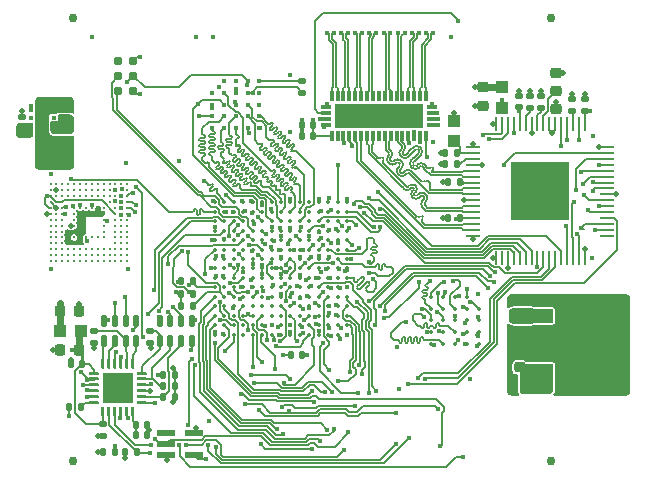
<source format=gtl>
%TF.GenerationSoftware,KiCad,Pcbnew,9.0.6-9.0.6~ubuntu24.04.1*%
%TF.CreationDate,2025-11-03T07:43:39+01:00*%
%TF.ProjectId,BB3plus CM5 STM32H7 module,42423370-6c75-4732-9043-4d352053544d,rev?*%
%TF.SameCoordinates,Original*%
%TF.FileFunction,Copper,L1,Top*%
%TF.FilePolarity,Positive*%
%FSLAX46Y46*%
G04 Gerber Fmt 4.6, Leading zero omitted, Abs format (unit mm)*
G04 Created by KiCad (PCBNEW 9.0.6-9.0.6~ubuntu24.04.1) date 2025-11-03 07:43:39*
%MOMM*%
%LPD*%
G01*
G04 APERTURE LIST*
G04 Aperture macros list*
%AMRoundRect*
0 Rectangle with rounded corners*
0 $1 Rounding radius*
0 $2 $3 $4 $5 $6 $7 $8 $9 X,Y pos of 4 corners*
0 Add a 4 corners polygon primitive as box body*
4,1,4,$2,$3,$4,$5,$6,$7,$8,$9,$2,$3,0*
0 Add four circle primitives for the rounded corners*
1,1,$1+$1,$2,$3*
1,1,$1+$1,$4,$5*
1,1,$1+$1,$6,$7*
1,1,$1+$1,$8,$9*
0 Add four rect primitives between the rounded corners*
20,1,$1+$1,$2,$3,$4,$5,0*
20,1,$1+$1,$4,$5,$6,$7,0*
20,1,$1+$1,$6,$7,$8,$9,0*
20,1,$1+$1,$8,$9,$2,$3,0*%
G04 Aperture macros list end*
%TA.AperFunction,EtchedComponent*%
%ADD10C,0.000000*%
%TD*%
%TA.AperFunction,SMDPad,CuDef*%
%ADD11RoundRect,0.135000X0.135000X0.185000X-0.135000X0.185000X-0.135000X-0.185000X0.135000X-0.185000X0*%
%TD*%
%TA.AperFunction,SMDPad,CuDef*%
%ADD12RoundRect,0.225000X-0.225000X-0.250000X0.225000X-0.250000X0.225000X0.250000X-0.225000X0.250000X0*%
%TD*%
%TA.AperFunction,SMDPad,CuDef*%
%ADD13RoundRect,0.050800X0.499200X-0.449200X0.499200X0.449200X-0.499200X0.449200X-0.499200X-0.449200X0*%
%TD*%
%TA.AperFunction,SMDPad,CuDef*%
%ADD14RoundRect,0.140000X-0.140000X-0.170000X0.140000X-0.170000X0.140000X0.170000X-0.140000X0.170000X0*%
%TD*%
%TA.AperFunction,SMDPad,CuDef*%
%ADD15RoundRect,0.135000X-0.185000X0.135000X-0.185000X-0.135000X0.185000X-0.135000X0.185000X0.135000X0*%
%TD*%
%TA.AperFunction,SMDPad,CuDef*%
%ADD16RoundRect,0.140000X0.170000X-0.140000X0.170000X0.140000X-0.170000X0.140000X-0.170000X-0.140000X0*%
%TD*%
%TA.AperFunction,SMDPad,CuDef*%
%ADD17RoundRect,0.140000X0.140000X0.170000X-0.140000X0.170000X-0.140000X-0.170000X0.140000X-0.170000X0*%
%TD*%
%TA.AperFunction,SMDPad,CuDef*%
%ADD18C,0.750000*%
%TD*%
%TA.AperFunction,SMDPad,CuDef*%
%ADD19C,0.355600*%
%TD*%
%TA.AperFunction,SMDPad,CuDef*%
%ADD20C,0.200000*%
%TD*%
%TA.AperFunction,SMDPad,CuDef*%
%ADD21R,0.228600X1.143000*%
%TD*%
%TA.AperFunction,SMDPad,CuDef*%
%ADD22R,1.143000X0.228600*%
%TD*%
%TA.AperFunction,SMDPad,CuDef*%
%ADD23R,5.000000X5.000000*%
%TD*%
%TA.AperFunction,SMDPad,CuDef*%
%ADD24RoundRect,0.225000X-0.250000X0.225000X-0.250000X-0.225000X0.250000X-0.225000X0.250000X0.225000X0*%
%TD*%
%TA.AperFunction,SMDPad,CuDef*%
%ADD25C,0.370000*%
%TD*%
%TA.AperFunction,SMDPad,CuDef*%
%ADD26R,0.300000X0.850000*%
%TD*%
%TA.AperFunction,SMDPad,CuDef*%
%ADD27R,0.850000X0.300000*%
%TD*%
%TA.AperFunction,SMDPad,CuDef*%
%ADD28R,7.550000X2.050000*%
%TD*%
%TA.AperFunction,SMDPad,CuDef*%
%ADD29RoundRect,0.135000X0.185000X-0.135000X0.185000X0.135000X-0.185000X0.135000X-0.185000X-0.135000X0*%
%TD*%
%TA.AperFunction,SMDPad,CuDef*%
%ADD30C,0.228600*%
%TD*%
%TA.AperFunction,SMDPad,CuDef*%
%ADD31RoundRect,0.225000X0.225000X0.250000X-0.225000X0.250000X-0.225000X-0.250000X0.225000X-0.250000X0*%
%TD*%
%TA.AperFunction,SMDPad,CuDef*%
%ADD32RoundRect,0.050800X-0.901700X-0.520700X0.901700X-0.520700X0.901700X0.520700X-0.901700X0.520700X0*%
%TD*%
%TA.AperFunction,SMDPad,CuDef*%
%ADD33RoundRect,0.050800X-1.536700X-2.489200X1.536700X-2.489200X1.536700X2.489200X-1.536700X2.489200X0*%
%TD*%
%TA.AperFunction,SMDPad,CuDef*%
%ADD34RoundRect,0.140000X-0.170000X0.140000X-0.170000X-0.140000X0.170000X-0.140000X0.170000X0.140000X0*%
%TD*%
%TA.AperFunction,SMDPad,CuDef*%
%ADD35RoundRect,0.135000X-0.135000X-0.185000X0.135000X-0.185000X0.135000X0.185000X-0.135000X0.185000X0*%
%TD*%
%TA.AperFunction,SMDPad,CuDef*%
%ADD36R,0.449999X0.299999*%
%TD*%
%TA.AperFunction,SMDPad,CuDef*%
%ADD37R,1.000000X1.599999*%
%TD*%
%TA.AperFunction,SMDPad,CuDef*%
%ADD38RoundRect,0.050800X0.199200X0.449200X-0.199200X0.449200X-0.199200X-0.449200X0.199200X-0.449200X0*%
%TD*%
%TA.AperFunction,SMDPad,CuDef*%
%ADD39RoundRect,0.393700X0.000010X-0.000010X0.000010X0.000010X-0.000010X0.000010X-0.000010X-0.000010X0*%
%TD*%
%TA.AperFunction,SMDPad,CuDef*%
%ADD40RoundRect,0.050800X-0.685800X-0.228600X0.685800X-0.228600X0.685800X0.228600X-0.685800X0.228600X0*%
%TD*%
%TA.AperFunction,SMDPad,CuDef*%
%ADD41RoundRect,0.050800X-0.449200X-0.499200X0.449200X-0.499200X0.449200X0.499200X-0.449200X0.499200X0*%
%TD*%
%TA.AperFunction,SMDPad,CuDef*%
%ADD42RoundRect,0.225000X0.250000X-0.225000X0.250000X0.225000X-0.250000X0.225000X-0.250000X-0.225000X0*%
%TD*%
%TA.AperFunction,SMDPad,CuDef*%
%ADD43RoundRect,0.050800X-0.076200X-0.381000X0.076200X-0.381000X0.076200X0.381000X-0.076200X0.381000X0*%
%TD*%
%TA.AperFunction,SMDPad,CuDef*%
%ADD44RoundRect,0.050800X-0.381000X0.076200X-0.381000X-0.076200X0.381000X-0.076200X0.381000X0.076200X0*%
%TD*%
%TA.AperFunction,SMDPad,CuDef*%
%ADD45RoundRect,0.050800X1.244600X-1.244600X1.244600X1.244600X-1.244600X1.244600X-1.244600X-1.244600X0*%
%TD*%
%TA.AperFunction,ViaPad*%
%ADD46C,0.420000*%
%TD*%
%TA.AperFunction,ViaPad*%
%ADD47C,0.450000*%
%TD*%
%TA.AperFunction,ViaPad*%
%ADD48C,0.500000*%
%TD*%
%TA.AperFunction,Conductor*%
%ADD49C,0.152400*%
%TD*%
%TA.AperFunction,Conductor*%
%ADD50C,0.127000*%
%TD*%
%TA.AperFunction,Conductor*%
%ADD51C,0.609600*%
%TD*%
%TA.AperFunction,Conductor*%
%ADD52C,0.254000*%
%TD*%
%TA.AperFunction,Conductor*%
%ADD53C,0.203200*%
%TD*%
G04 APERTURE END LIST*
D10*
%TA.AperFunction,EtchedComponent*%
%TO.C,NT1*%
G36*
X120030000Y-97170000D02*
G01*
X119830000Y-97170000D01*
X119830000Y-96770000D01*
X120030000Y-96770000D01*
X120030000Y-97170000D01*
G37*
%TD.AperFunction*%
%TA.AperFunction,EtchedComponent*%
%TO.C,NT2*%
G36*
X121073553Y-98052132D02*
G01*
X120932132Y-98193553D01*
X120649289Y-97910710D01*
X120790710Y-97769289D01*
X121073553Y-98052132D01*
G37*
%TD.AperFunction*%
%TD*%
D11*
%TO.P,R2,1,1*%
%TO.N,SCL*%
X111700000Y-96890000D03*
%TO.P,R2,2,2*%
%TO.N,+3V3*%
X110680000Y-96890000D03*
%TD*%
D12*
%TO.P,C54,1,1*%
%TO.N,+3V3*%
X100445000Y-98320000D03*
%TO.P,C54,2,2*%
%TO.N,GND*%
X101995000Y-98320000D03*
%TD*%
D13*
%TO.P,FB4,1*%
%TO.N,/DVID converter\u002C NOR Flash/PVDD*%
X133790000Y-83910000D03*
%TO.P,FB4,2*%
%TO.N,+3V3*%
X133790000Y-82210000D03*
%TD*%
D11*
%TO.P,R21,1,1*%
%TO.N,Net-(IC8-TFADJ)*%
X134000000Y-85850000D03*
%TO.P,R21,2,2*%
%TO.N,GND*%
X132980000Y-85850000D03*
%TD*%
D14*
%TO.P,C6,1,1*%
%TO.N,~{RESET_OUT}*%
X119940000Y-102020000D03*
%TO.P,C6,2,2*%
%TO.N,GND*%
X120900000Y-102020000D03*
%TD*%
D15*
%TO.P,R6,1,1*%
%TO.N,Net-(IC6-MDIO)*%
X108010000Y-100000000D03*
%TO.P,R6,2,2*%
%TO.N,+3V3*%
X108010000Y-101020000D03*
%TD*%
D16*
%TO.P,C5,1,1*%
%TO.N,+1V8*%
X100600000Y-82000000D03*
%TO.P,C5,2,2*%
%TO.N,GND*%
X100600000Y-81040000D03*
%TD*%
D17*
%TO.P,C62,1,1*%
%TO.N,/DVID converter\u002C NOR Flash/TVDD*%
X134265300Y-87416801D03*
%TO.P,C62,2,2*%
%TO.N,GND*%
X133305300Y-87416801D03*
%TD*%
D18*
%TO.P,FM1,*%
%TO.N,*%
X101500000Y-73500000D03*
%TD*%
D19*
%TO.P,IC7,A2,DQ10*%
%TO.N,XSPIM_P1_IO10*%
X135849994Y-98095000D03*
%TO.P,IC7,A3,~{CE}*%
%TO.N,~{XSPI_M_P1_CS}*%
X135849994Y-99095000D03*
%TO.P,IC7,A4,DQ11*%
%TO.N,XSPIM_P1_IO11*%
X135849994Y-100095000D03*
%TO.P,IC7,A5,DQ12*%
%TO.N,XSPIM_P1_IO12*%
X135849994Y-101095000D03*
%TO.P,IC7,B1,DQ9*%
%TO.N,XSPIM_P1_IO9*%
X134849996Y-97095000D03*
%TO.P,IC7,B2,CLK*%
%TO.N,XSPI_M_P1_CLK*%
X134849996Y-98095000D03*
%TO.P,IC7,B3,DQS/DM1*%
%TO.N,XSPI_M_P1_DQS1*%
X134849996Y-99095000D03*
%TO.P,IC7,B4,DQ13*%
%TO.N,XSPIM_P1_IO13*%
X134849996Y-100095000D03*
%TO.P,IC7,B5,DQ14*%
%TO.N,XSPIM_P1_IO14*%
X134849996Y-101095000D03*
%TO.P,IC7,C1,VSS*%
%TO.N,GND*%
X133849998Y-97095000D03*
%TO.P,IC7,C2,DQ8*%
%TO.N,XSPIM_P1_IO8*%
X133849998Y-98095000D03*
%TO.P,IC7,C3,DQS/DM0*%
%TO.N,XSPI_M_P1_DQS0*%
X133849998Y-99095000D03*
%TO.P,IC7,C4,ADQ2*%
%TO.N,XSPIM_P1_IO2*%
X133849998Y-100095000D03*
%TO.P,IC7,C5,DQ15*%
%TO.N,XSPIM_P1_IO15*%
X133849998Y-101095000D03*
%TO.P,IC7,D1,VDD*%
%TO.N,+1V8*%
X132850000Y-97095000D03*
%TO.P,IC7,D2,ADQ1*%
%TO.N,XSPIM_P1_IO1*%
X132850000Y-98095000D03*
%TO.P,IC7,D3,ADQ0*%
%TO.N,XSPIM_P1_IO0*%
X132850000Y-99095000D03*
%TO.P,IC7,D4,ADQ3*%
%TO.N,XSPIM_P1_IO3*%
X132850000Y-100095000D03*
%TO.P,IC7,D5,ADQ4*%
%TO.N,XSPIM_P1_IO4*%
X132850000Y-101095000D03*
%TO.P,IC7,E1,ADQ7*%
%TO.N,XSPIM_P1_IO7*%
X131850002Y-97095000D03*
%TO.P,IC7,E2,ADQ6*%
%TO.N,XSPIM_P1_IO6*%
X131850002Y-98095000D03*
%TO.P,IC7,E3,ADQ5*%
%TO.N,XSPIM_P1_IO5*%
X131850002Y-99095000D03*
%TO.P,IC7,E4,VDD*%
%TO.N,+1V8*%
X131850002Y-100095000D03*
%TO.P,IC7,E5,VSS*%
%TO.N,GND*%
X131850002Y-101095000D03*
%TD*%
D20*
%TO.P,NT1,1,1*%
%TO.N,GND*%
X119930000Y-96770000D03*
%TO.P,NT1,2,2*%
%TO.N,Net-(IC3C-VSSA)*%
X119930000Y-97170000D03*
%TD*%
D21*
%TO.P,IC8,1,DVDD*%
%TO.N,/DVID converter\u002C NOR Flash/DVDD*%
X144840000Y-82493100D03*
%TO.P,IC8,2,DE*%
%TO.N,LTDC_DE*%
X144340001Y-82493100D03*
%TO.P,IC8,3,VREF*%
%TO.N,Net-(IC8-VREF)*%
X143840000Y-82493100D03*
%TO.P,IC8,4,HSYNC*%
%TO.N,LTDC_HSYNC*%
X143340001Y-82493100D03*
%TO.P,IC8,5,VSYNC*%
%TO.N,LTDC_VSYNC*%
X142839999Y-82493100D03*
%TO.P,IC8,6,CTL3/A3/DK3*%
%TO.N,GND*%
X142340000Y-82493100D03*
%TO.P,IC8,7,CTL2/A2/DK2*%
X141840001Y-82493100D03*
%TO.P,IC8,8,CTL1/A1/DK1*%
%TO.N,Net-(IC8-CTL1{slash}A1{slash}DK1)*%
X141340000Y-82493100D03*
%TO.P,IC8,9,EDGE/HTPLG*%
%TO.N,Net-(IC8-EDGE{slash}HTPLG)*%
X140840000Y-82493100D03*
%TO.P,IC8,10,~{PD}*%
%TO.N,GND*%
X140339999Y-82493100D03*
%TO.P,IC8,11,MSEN/PO1*%
%TO.N,Net-(IC8-MSEN{slash}PO1)*%
X139840000Y-82493100D03*
%TO.P,IC8,12,DVDD*%
%TO.N,/DVID converter\u002C NOR Flash/DVDD*%
X139340001Y-82493100D03*
%TO.P,IC8,13,ISEL/~{RST}*%
%TO.N,~{RESET_OUT}*%
X138839999Y-82493100D03*
%TO.P,IC8,14,DSEL/SDA*%
%TO.N,SDA*%
X138340000Y-82493100D03*
%TO.P,IC8,15,BSEL/SCL*%
%TO.N,SCL*%
X137839999Y-82493100D03*
%TO.P,IC8,16,DGND*%
%TO.N,GND*%
X137340000Y-82493100D03*
D22*
%TO.P,IC8,17,PGND*%
X135413100Y-84420000D03*
%TO.P,IC8,18,PVDD*%
%TO.N,/DVID converter\u002C NOR Flash/PVDD*%
X135413100Y-84919999D03*
%TO.P,IC8,19,TFADJ*%
%TO.N,Net-(IC8-TFADJ)*%
X135413100Y-85420000D03*
%TO.P,IC8,20,TGND*%
%TO.N,GND*%
X135413100Y-85919999D03*
%TO.P,IC8,21,TXC-*%
%TO.N,/DVID converter\u002C NOR Flash/TXC-*%
X135413100Y-86420001D03*
%TO.P,IC8,22,TXC+*%
%TO.N,/DVID converter\u002C NOR Flash/TXC+*%
X135413100Y-86920000D03*
%TO.P,IC8,23,TVDD*%
%TO.N,/DVID converter\u002C NOR Flash/TVDD*%
X135413100Y-87419999D03*
%TO.P,IC8,24,TX0-*%
%TO.N,/DVID converter\u002C NOR Flash/TX0-*%
X135413100Y-87920000D03*
%TO.P,IC8,25,TX0+*%
%TO.N,/DVID converter\u002C NOR Flash/TX0+*%
X135413100Y-88420000D03*
%TO.P,IC8,26,TGND*%
%TO.N,GND*%
X135413100Y-88920001D03*
%TO.P,IC8,27,TX1-*%
%TO.N,/DVID converter\u002C NOR Flash/TX1-*%
X135413100Y-89420000D03*
%TO.P,IC8,28,TX1+*%
%TO.N,/DVID converter\u002C NOR Flash/TX1+*%
X135413100Y-89919999D03*
%TO.P,IC8,29,TVDD*%
%TO.N,/DVID converter\u002C NOR Flash/TVDD*%
X135413100Y-90420001D03*
%TO.P,IC8,30,TX2-*%
%TO.N,/DVID converter\u002C NOR Flash/TX2-*%
X135413100Y-90920000D03*
%TO.P,IC8,31,TX2+*%
%TO.N,/DVID converter\u002C NOR Flash/TX2+*%
X135413100Y-91420001D03*
%TO.P,IC8,32,TGND*%
%TO.N,GND*%
X135413100Y-91920000D03*
D21*
%TO.P,IC8,33,DVDD*%
%TO.N,/DVID converter\u002C NOR Flash/DVDD*%
X137340000Y-93846900D03*
%TO.P,IC8,34,RESERVED*%
%TO.N,unconnected-(IC8-RESERVED-Pad34)*%
X137839999Y-93846900D03*
%TO.P,IC8,35,DKEN*%
%TO.N,GND*%
X138340000Y-93846900D03*
%TO.P,IC8,36,DATA23*%
%TO.N,LTDC_G7*%
X138839999Y-93846900D03*
%TO.P,IC8,37,DATA22*%
%TO.N,LTDC_G6*%
X139340001Y-93846900D03*
%TO.P,IC8,38,DATA21*%
%TO.N,LTDC_G5*%
X139840000Y-93846900D03*
%TO.P,IC8,39,DATA20*%
%TO.N,LTDC_G4*%
X140339999Y-93846900D03*
%TO.P,IC8,40,DATA19*%
%TO.N,LTDC_R3*%
X140840000Y-93846900D03*
%TO.P,IC8,41,DATA18*%
%TO.N,LTDC_R2*%
X141340000Y-93846900D03*
%TO.P,IC8,42,DATA17*%
%TO.N,LTDC_R1*%
X141840001Y-93846900D03*
%TO.P,IC8,43,DATA16*%
%TO.N,LTDC_R0*%
X142340000Y-93846900D03*
%TO.P,IC8,44,DATA15*%
%TO.N,LTDC_R7*%
X142839999Y-93846900D03*
%TO.P,IC8,45,DATA14*%
%TO.N,LTDC_R6*%
X143340001Y-93846900D03*
%TO.P,IC8,46,DATA13*%
%TO.N,LTDC_R5*%
X143840000Y-93846900D03*
%TO.P,IC8,47,DATA12*%
%TO.N,LTDC_R4*%
X144340001Y-93846900D03*
%TO.P,IC8,48,DGND*%
%TO.N,GND*%
X144840000Y-93846900D03*
D22*
%TO.P,IC8,49,NC*%
%TO.N,unconnected-(IC8-NC-Pad49)*%
X146766900Y-91920000D03*
%TO.P,IC8,50,DATA11*%
%TO.N,LTDC_G3*%
X146766900Y-91420001D03*
%TO.P,IC8,51,DATA10*%
%TO.N,LTDC_G2*%
X146766900Y-90920000D03*
%TO.P,IC8,52,DATA9*%
%TO.N,LTDC_G1*%
X146766900Y-90420001D03*
%TO.P,IC8,53,DATA8*%
%TO.N,LTDC_G0*%
X146766900Y-89919999D03*
%TO.P,IC8,54,DATA7*%
%TO.N,LTDC_B7*%
X146766900Y-89420000D03*
%TO.P,IC8,55,DATA6*%
%TO.N,LTDC_B6*%
X146766900Y-88920001D03*
%TO.P,IC8,56,IDCK-*%
%TO.N,GND*%
X146766900Y-88420000D03*
%TO.P,IC8,57,IDCK+*%
%TO.N,LTDC_CLK*%
X146766900Y-87920000D03*
%TO.P,IC8,58,DATA5*%
%TO.N,LTDC_B5*%
X146766900Y-87419999D03*
%TO.P,IC8,59,DATA4*%
%TO.N,LTDC_B4*%
X146766900Y-86920000D03*
%TO.P,IC8,60,DATA3*%
%TO.N,LTDC_B3*%
X146766900Y-86420001D03*
%TO.P,IC8,61,DATA2*%
%TO.N,LTDC_B2*%
X146766900Y-85919999D03*
%TO.P,IC8,62,DATA1*%
%TO.N,LTDC_B1*%
X146766900Y-85420000D03*
%TO.P,IC8,63,DATA0*%
%TO.N,LTDC_B0*%
X146766900Y-84919999D03*
%TO.P,IC8,64,DGND*%
%TO.N,GND*%
X146766900Y-84420000D03*
D23*
%TO.P,IC8,65,EPAD*%
X141090000Y-88170000D03*
%TD*%
D16*
%TO.P,C60,1,1*%
%TO.N,/DVID converter\u002C NOR Flash/DVDD*%
X144845300Y-81346801D03*
%TO.P,C60,2,2*%
%TO.N,GND*%
X144845300Y-80386801D03*
%TD*%
D24*
%TO.P,C1,1,1*%
%TO.N,GND*%
X139347076Y-101520000D03*
%TO.P,C1,2,2*%
%TO.N,+3V3*%
X139347076Y-103070000D03*
%TD*%
D13*
%TO.P,FB3,1*%
%TO.N,/DVID converter\u002C NOR Flash/DVDD*%
X137870000Y-81070000D03*
%TO.P,FB3,2*%
%TO.N,+3V3*%
X137870000Y-79370000D03*
%TD*%
D25*
%TO.P,IC10,A2,NC*%
%TO.N,unconnected-(IC10-NC-PadA2)*%
X114300000Y-78830000D03*
%TO.P,IC10,A3,NC*%
%TO.N,unconnected-(IC10-NC-PadA3)*%
X115300000Y-78830000D03*
%TO.P,IC10,A4,~{RESET}*%
%TO.N,~{RESET_OUT}*%
X116300000Y-78830000D03*
%TO.P,IC10,A5,~{ECS}*%
%TO.N,Net-(IC10-~{ECS})*%
X117300000Y-78830000D03*
%TO.P,IC10,B1,DNU*%
%TO.N,unconnected-(IC10-DNU-PadB1)*%
X113300000Y-79830000D03*
%TO.P,IC10,B2,SCLK*%
%TO.N,XSPIM_P2_CLK*%
X114300000Y-79830000D03*
%TO.P,IC10,B3,GND*%
%TO.N,GND*%
X115300000Y-79830000D03*
%TO.P,IC10,B4,VCC*%
%TO.N,+1V8*%
X116300000Y-79830000D03*
%TO.P,IC10,B5,DNU*%
%TO.N,unconnected-(IC10-DNU-PadB5)*%
X117300000Y-79830000D03*
%TO.P,IC10,C1,VSSQ*%
%TO.N,GND*%
X113300000Y-80830000D03*
%TO.P,IC10,C2,~{CS}*%
%TO.N,~{XSPIM_P2_CS1}*%
X114300000Y-80830000D03*
%TO.P,IC10,C3,DQS*%
%TO.N,XSPIM_P2_DQS0*%
X115300000Y-80830000D03*
%TO.P,IC10,C4,SIO2*%
%TO.N,XSPIM_P2_IO2*%
X116300000Y-80830000D03*
%TO.P,IC10,C5,NC*%
%TO.N,unconnected-(IC10-NC-PadC5)*%
X117300000Y-80830000D03*
%TO.P,IC10,D1,VCCQ*%
%TO.N,+1V8*%
X113300000Y-81830000D03*
%TO.P,IC10,D2,SIO1*%
%TO.N,XSPIM_P2_IO1*%
X114300000Y-81830000D03*
%TO.P,IC10,D3,SIO0*%
%TO.N,XSPIM_P2_IO0*%
X115300000Y-81830000D03*
%TO.P,IC10,D4,SIO3*%
%TO.N,XSPIM_P2_IO3*%
X116300000Y-81830000D03*
%TO.P,IC10,D5,SIO4*%
%TO.N,XSPIM_P2_IO4*%
X117300000Y-81830000D03*
%TO.P,IC10,E1,SIO7*%
%TO.N,XSPIM_P2_IO7*%
X113300000Y-82830000D03*
%TO.P,IC10,E2,SIO6*%
%TO.N,XSPIM_P2_IO6*%
X114300000Y-82830000D03*
%TO.P,IC10,E3,SIO5*%
%TO.N,XSPIM_P2_IO5*%
X115300000Y-82830000D03*
%TO.P,IC10,E4,VCCQ*%
%TO.N,+1V8*%
X116300000Y-82830000D03*
%TO.P,IC10,E5,VSSQ*%
%TO.N,GND*%
X117300000Y-82830000D03*
%TD*%
D26*
%TO.P,IC9,1,VCC*%
%TO.N,+3V3*%
X123410000Y-83505000D03*
%TO.P,IC9,2,EN*%
%TO.N,~{RESET_OUT}*%
X123909999Y-83505000D03*
%TO.P,IC9,3,SCL*%
%TO.N,SCL*%
X124410001Y-83505000D03*
%TO.P,IC9,4,SDA*%
%TO.N,SDA*%
X124910000Y-83505000D03*
%TO.P,IC9,5,D0+*%
%TO.N,/DVID converter\u002C NOR Flash/TX2+*%
X125409999Y-83505000D03*
%TO.P,IC9,6,D0-*%
%TO.N,/DVID converter\u002C NOR Flash/TX2-*%
X125910000Y-83505000D03*
%TO.P,IC9,7,D1+*%
%TO.N,/DVID converter\u002C NOR Flash/TX1+*%
X126409999Y-83505000D03*
%TO.P,IC9,8,D1-*%
%TO.N,/DVID converter\u002C NOR Flash/TX1-*%
X126910001Y-83505000D03*
%TO.P,IC9,9,NC_9*%
%TO.N,unconnected-(IC9-NC_9-Pad9)*%
X127410000Y-83505000D03*
%TO.P,IC9,10,D2+*%
%TO.N,/DVID converter\u002C NOR Flash/TX0+*%
X127909999Y-83505000D03*
%TO.P,IC9,11,D2-*%
%TO.N,/DVID converter\u002C NOR Flash/TX0-*%
X128410001Y-83505000D03*
%TO.P,IC9,12,D3+*%
%TO.N,/DVID converter\u002C NOR Flash/TXC+*%
X128910000Y-83505000D03*
%TO.P,IC9,13,D3-*%
%TO.N,/DVID converter\u002C NOR Flash/TXC-*%
X129410001Y-83505000D03*
%TO.P,IC9,14,HPD*%
%TO.N,DVID_HPD*%
X129910000Y-83505000D03*
%TO.P,IC9,15,CEC*%
%TO.N,DVID_CEC*%
X130409999Y-83505000D03*
%TO.P,IC9,16,SEL1*%
%TO.N,DVID_SEL1*%
X130910001Y-83505000D03*
%TO.P,IC9,17,SEL2*%
%TO.N,DVID_SEL2*%
X131410000Y-83505000D03*
D27*
%TO.P,IC9,18,CEC_A*%
%TO.N,TFT_DVID_CEC*%
X131885000Y-82530189D03*
%TO.P,IC9,19,HPD_A*%
%TO.N,TFT_DVID_HPD*%
X131885000Y-82030063D03*
%TO.P,IC9,20,CEC_B*%
%TO.N,REAR_DVID_CEC*%
X131885000Y-81529937D03*
%TO.P,IC9,21,HPD_B*%
%TO.N,REAR_DVID_HPD*%
X131885000Y-81029811D03*
D26*
%TO.P,IC9,22,D3-B*%
%TO.N,REAR_DVID_CLK_N*%
X131410000Y-80055000D03*
%TO.P,IC9,23,D3+B*%
%TO.N,REAR_DVID_CLK_P*%
X130910001Y-80055000D03*
%TO.P,IC9,24,D2-B*%
%TO.N,REAR_DVID_TX0_N*%
X130409999Y-80055000D03*
%TO.P,IC9,25,D2+B*%
%TO.N,REAR_DVID_TX0_P*%
X129910000Y-80055000D03*
%TO.P,IC9,26,D1-B*%
%TO.N,REAR_DVID_TX1_N*%
X129410001Y-80055000D03*
%TO.P,IC9,27,D1+B*%
%TO.N,REAR_DVID_TX1_P*%
X128910000Y-80055000D03*
%TO.P,IC9,28,D0-B*%
%TO.N,REAR_DVID_TX2_N*%
X128410001Y-80055000D03*
%TO.P,IC9,29,D0+B*%
%TO.N,REAR_DVID_TX2_P*%
X127909999Y-80055000D03*
%TO.P,IC9,30,NC_30*%
%TO.N,unconnected-(IC9-NC_30-Pad30)*%
X127410000Y-80055000D03*
%TO.P,IC9,31,D3-A*%
%TO.N,TFT_DVID_CLK_N*%
X126910001Y-80055000D03*
%TO.P,IC9,32,D3+A*%
%TO.N,TFT_DVID_CLK_P*%
X126409999Y-80055000D03*
%TO.P,IC9,33,D2-A*%
%TO.N,TFT_DVID_TX0_N*%
X125910000Y-80055000D03*
%TO.P,IC9,34,D2+A*%
%TO.N,TFT_DVID_TX0_P*%
X125409999Y-80055000D03*
%TO.P,IC9,35,D1-A*%
%TO.N,TFT_DVID_TX1_N*%
X124910000Y-80055000D03*
%TO.P,IC9,36,D1+A*%
%TO.N,TFT_DVID_TX1_P*%
X124410001Y-80055000D03*
%TO.P,IC9,37,D0-A*%
%TO.N,TFT_DVID_TX2_N*%
X123909999Y-80055000D03*
%TO.P,IC9,38,D0+A*%
%TO.N,TFT_DVID_TX2_P*%
X123410000Y-80055000D03*
D27*
%TO.P,IC9,39,SDA_B*%
%TO.N,REAR_DVID_SDA*%
X122935000Y-81029811D03*
%TO.P,IC9,40,SCL_B*%
%TO.N,REAR_DVID_SCL*%
X122935000Y-81529937D03*
%TO.P,IC9,41,SDA_A*%
%TO.N,TFT_DVID_SDA*%
X122935000Y-82030063D03*
%TO.P,IC9,42,SCL_A*%
%TO.N,TFT_DVID_SCL*%
X122935000Y-82530189D03*
D28*
%TO.P,IC9,43,EPAD*%
%TO.N,GND*%
X127410000Y-81780000D03*
%TD*%
D15*
%TO.P,R10,1,1*%
%TO.N,Net-(IC6-NINT{slash}REFCLKO)*%
X103320700Y-100000000D03*
%TO.P,R10,2,2*%
%TO.N,+3V3*%
X103320700Y-101020000D03*
%TD*%
D17*
%TO.P,C68,1,1*%
%TO.N,+3V3*%
X121820000Y-82580000D03*
%TO.P,C68,2,2*%
%TO.N,GND*%
X120860000Y-82580000D03*
%TD*%
%TO.P,C50,1,1*%
%TO.N,GND*%
X107810700Y-108830000D03*
%TO.P,C50,2,2*%
%TO.N,Net-(IC6-VDDCR)*%
X106850700Y-108830000D03*
%TD*%
D29*
%TO.P,R22,1,1*%
%TO.N,Net-(IC8-EDGE{slash}HTPLG)*%
X141120000Y-81090000D03*
%TO.P,R22,2,2*%
%TO.N,+3V3*%
X141120000Y-80070000D03*
%TD*%
D18*
%TO.P,FM3,*%
%TO.N,*%
X101500000Y-111000000D03*
%TD*%
D30*
%TO.P,IC5,*%
%TO.N,*%
X106110819Y-87569181D03*
X105610693Y-87569181D03*
X105110567Y-87569181D03*
X104610441Y-87569181D03*
X104110315Y-87569181D03*
X103610189Y-87569181D03*
X103110063Y-87569181D03*
X102609937Y-87569181D03*
X102109811Y-87569181D03*
X101609685Y-87569181D03*
X101109559Y-87569181D03*
X100609433Y-87569181D03*
X100109307Y-87569181D03*
X99609181Y-87569181D03*
X106110819Y-88069307D03*
X104610441Y-88069307D03*
X104110315Y-88069307D03*
X103610189Y-88069307D03*
X103110063Y-88069307D03*
X102609937Y-88069307D03*
X102109811Y-88069307D03*
X101609685Y-88069307D03*
X101109559Y-88069307D03*
X100609433Y-88069307D03*
X99609181Y-88069307D03*
X105110567Y-88569433D03*
X104610441Y-88569433D03*
X104110315Y-88569433D03*
X103610189Y-88569433D03*
X102609937Y-88569433D03*
X102109811Y-88569433D03*
X101609685Y-88569433D03*
X101109559Y-88569433D03*
X100609433Y-88569433D03*
X100109307Y-88569433D03*
X104610441Y-89069559D03*
X105110567Y-89569685D03*
X100109307Y-90069811D03*
X105610693Y-90569937D03*
X105110567Y-90569937D03*
X100609433Y-90569937D03*
X100109307Y-90569937D03*
X106110819Y-91070063D03*
X105610693Y-91070063D03*
X105110567Y-91070063D03*
X100609433Y-91070063D03*
X100109307Y-91070063D03*
X99609181Y-91070063D03*
X106110819Y-91570189D03*
X105610693Y-91570189D03*
X105110567Y-91570189D03*
X100609433Y-91570189D03*
X100109307Y-91570189D03*
X99609181Y-91570189D03*
X106110819Y-92070315D03*
X105610693Y-92070315D03*
X105110567Y-92070315D03*
X100609433Y-92070315D03*
X100109307Y-92070315D03*
X106110819Y-92570441D03*
X105610693Y-92570441D03*
X105110567Y-92570441D03*
X100609433Y-92570441D03*
X100109307Y-92570441D03*
X99609181Y-92570441D03*
X106110819Y-93070567D03*
X105610693Y-93070567D03*
X105110567Y-93070567D03*
X104610441Y-93070567D03*
X104110315Y-93070567D03*
X103610189Y-93070567D03*
X103110063Y-93070567D03*
X102609937Y-93070567D03*
X102109811Y-93070567D03*
X101609685Y-93070567D03*
X101109559Y-93070567D03*
X100609433Y-93070567D03*
X100109307Y-93070567D03*
X99609181Y-93070567D03*
X106110819Y-93570693D03*
X105610693Y-93570693D03*
X105110567Y-93570693D03*
X104610441Y-93570693D03*
X104110315Y-93570693D03*
X103610189Y-93570693D03*
X103110063Y-93570693D03*
X102609937Y-93570693D03*
X102109811Y-93570693D03*
X101609685Y-93570693D03*
X101109559Y-93570693D03*
X100609433Y-93570693D03*
X100109307Y-93570693D03*
X99609181Y-93570693D03*
X106110819Y-94070819D03*
X105610693Y-94070819D03*
X105110567Y-94070819D03*
X104610441Y-94070819D03*
X104110315Y-94070819D03*
X103610189Y-94070819D03*
X103110063Y-94070819D03*
X102609937Y-94070819D03*
X102109811Y-94070819D03*
X101609685Y-94070819D03*
X101109559Y-94070819D03*
X100609433Y-94070819D03*
X100109307Y-94070819D03*
X99609181Y-94070819D03*
%TO.P,IC5,A3,DAT0*%
%TO.N,SDMMC_D0*%
X106110819Y-88569433D03*
%TO.P,IC5,A4,DAT1*%
%TO.N,SDMMC_D1*%
X106110819Y-89069559D03*
%TO.P,IC5,A5,DAT2*%
%TO.N,SDMMC_D2*%
X106110819Y-89569685D03*
%TO.P,IC5,A6,VSS*%
%TO.N,GND*%
X106110819Y-90069811D03*
%TO.P,IC5,A7,RFU*%
%TO.N,unconnected-(IC5-RFU-PadA7)*%
X106110819Y-90569937D03*
%TO.P,IC5,B2,DAT3*%
%TO.N,SDMMC_D3*%
X105610693Y-88069307D03*
%TO.P,IC5,B3,DAT4*%
%TO.N,SDMMC_D4*%
X105610693Y-88569433D03*
%TO.P,IC5,B4,DAT5*%
%TO.N,SDMMC_D5*%
X105610693Y-89069559D03*
%TO.P,IC5,B5,DAT6*%
%TO.N,SDMMC_D6*%
X105610693Y-89569685D03*
%TO.P,IC5,B6,DAT7*%
%TO.N,SDMMC_D7*%
X105610693Y-90069811D03*
%TO.P,IC5,C2,VDDI*%
%TO.N,Net-(IC5-VDDI)*%
X105110567Y-88069307D03*
%TO.P,IC5,C4,VSSQ*%
%TO.N,GND*%
X105110567Y-89069559D03*
%TO.P,IC5,C6,VCCQ*%
%TO.N,+1V8*%
X105110567Y-90069811D03*
%TO.P,IC5,E5,RFU*%
%TO.N,unconnected-(IC5-RFU-PadE5)*%
X104110315Y-89569685D03*
%TO.P,IC5,E6,VCC*%
%TO.N,+3V3*%
X104110315Y-90069811D03*
%TO.P,IC5,E7,VSS*%
%TO.N,GND*%
X104110315Y-90569937D03*
%TO.P,IC5,E8,RFU*%
%TO.N,unconnected-(IC5-RFU-PadE8)*%
X104110315Y-91070063D03*
%TO.P,IC5,E9,RFU*%
%TO.N,unconnected-(IC5-RFU-PadE9)*%
X104110315Y-91570189D03*
%TO.P,IC5,E10,RFU*%
%TO.N,unconnected-(IC5-RFU-PadE10)*%
X104110315Y-92070315D03*
%TO.P,IC5,F5,VCC*%
%TO.N,+3V3*%
X103610189Y-89569685D03*
%TO.P,IC5,F10,RFU*%
%TO.N,unconnected-(IC5-RFU-PadF10)*%
X103610189Y-92070315D03*
%TO.P,IC5,G3,RFU*%
%TO.N,unconnected-(IC5-RFU-PadG3)*%
X103110063Y-88569433D03*
%TO.P,IC5,G5,VSS*%
%TO.N,GND*%
X103110063Y-89569685D03*
%TO.P,IC5,G10,RFU*%
%TO.N,unconnected-(IC5-RFU-PadG10)*%
X103110063Y-92070315D03*
%TO.P,IC5,H5,DATA_STROBE*%
%TO.N,unconnected-(IC5-DATA_STROBE-PadH5)*%
X102609937Y-89569685D03*
%TO.P,IC5,H10,VSS*%
%TO.N,GND*%
X102609937Y-92070315D03*
%TO.P,IC5,J5,VSS*%
X102109811Y-89569685D03*
%TO.P,IC5,J10,VCC*%
%TO.N,+3V3*%
X102109811Y-92070315D03*
%TO.P,IC5,K5,RST_N*%
%TO.N,~{RESET_OUT}*%
X101609685Y-89569685D03*
%TO.P,IC5,K6,RFU*%
%TO.N,unconnected-(IC5-RFU-PadK6)*%
X101609685Y-90069811D03*
%TO.P,IC5,K7,RFU*%
%TO.N,unconnected-(IC5-RFU-PadK7)*%
X101609685Y-90569937D03*
%TO.P,IC5,K8,VSS*%
%TO.N,GND*%
X101609685Y-91070063D03*
%TO.P,IC5,K9,VCC*%
%TO.N,+3V3*%
X101609685Y-91570189D03*
%TO.P,IC5,K10,RFU*%
%TO.N,unconnected-(IC5-RFU-PadK10)*%
X101609685Y-92070315D03*
%TO.P,IC5,M4,VCCQ*%
%TO.N,+1V8*%
X100609433Y-89069559D03*
%TO.P,IC5,M5,CMD*%
%TO.N,SDMMC_CMD*%
X100609433Y-89569685D03*
%TO.P,IC5,M6,CLK*%
%TO.N,SDMMC_CLK*%
X100609433Y-90069811D03*
%TO.P,IC5,N2,VSSQ*%
%TO.N,GND*%
X100109307Y-88069307D03*
%TO.P,IC5,N4,VCCQ*%
%TO.N,+1V8*%
X100109307Y-89069559D03*
%TO.P,IC5,N5,VSSQ*%
%TO.N,GND*%
X100109307Y-89569685D03*
%TO.P,IC5,P3,VCCQ*%
%TO.N,+1V8*%
X99609181Y-88569433D03*
%TO.P,IC5,P4,VSSQ*%
%TO.N,GND*%
X99609181Y-89069559D03*
%TO.P,IC5,P5,VCCQ*%
%TO.N,+1V8*%
X99609181Y-89569685D03*
%TO.P,IC5,P6,VSSQ*%
%TO.N,GND*%
X99609181Y-90069811D03*
%TO.P,IC5,P7,RFU*%
%TO.N,unconnected-(IC5-RFU-PadP7)*%
X99609181Y-90569937D03*
%TO.P,IC5,P10,RFU*%
%TO.N,unconnected-(IC5-RFU-PadP10)*%
X99609181Y-92070315D03*
%TD*%
D31*
%TO.P,C53,1,1*%
%TO.N,/Ethernet PHY\u002C PSRAM\u002C eMMC/+3V3_LAN*%
X102002000Y-101610000D03*
%TO.P,C53,2,2*%
%TO.N,GND*%
X100452000Y-101610000D03*
%TD*%
D14*
%TO.P,C49,1,1*%
%TO.N,Net-(IC6-VDDCR)*%
X106850700Y-107910000D03*
%TO.P,C49,2,2*%
%TO.N,GND*%
X107810700Y-107910000D03*
%TD*%
D32*
%TO.P,IC1,1,INPUT*%
%TO.N,/CM5 socket/+5V_IN*%
X141207076Y-98718600D03*
%TO.P,IC1,2,ADJ/GND*%
%TO.N,GND*%
X141207076Y-101030000D03*
%TO.P,IC1,3,OUTPUT*%
%TO.N,+3V3*%
X141207076Y-103341400D03*
D33*
%TO.P,IC1,4,ADJ/GND*%
%TO.N,GND*%
X146972876Y-101030000D03*
%TD*%
D18*
%TO.P,FM2,*%
%TO.N,*%
X142000000Y-73500000D03*
%TD*%
D34*
%TO.P,C51,1,1*%
%TO.N,/Ethernet PHY\u002C PSRAM\u002C eMMC/+3V3_LAN*%
X104040000Y-107880000D03*
%TO.P,C51,2,2*%
%TO.N,GND*%
X104040000Y-108840000D03*
%TD*%
D18*
%TO.P,FM4,*%
%TO.N,*%
X142000000Y-111000000D03*
%TD*%
D35*
%TO.P,R9,1,1*%
%TO.N,Net-(IC6-RXD0{slash}MODE0)*%
X109120000Y-105580000D03*
%TO.P,R9,2,2*%
%TO.N,+3V3*%
X110140000Y-105580000D03*
%TD*%
D11*
%TO.P,R12,1,1*%
%TO.N,~{ETH_LINK100}*%
X106940000Y-110240000D03*
%TO.P,R12,2,2*%
%TO.N,GND*%
X105920000Y-110240000D03*
%TD*%
D17*
%TO.P,C61,1,1*%
%TO.N,/DVID converter\u002C NOR Flash/PVDD*%
X134000000Y-84926801D03*
%TO.P,C61,2,2*%
%TO.N,GND*%
X133040000Y-84926801D03*
%TD*%
%TO.P,C52,1,1*%
%TO.N,/Ethernet PHY\u002C PSRAM\u002C eMMC/+3V3_LAN*%
X102290000Y-102810000D03*
%TO.P,C52,2,2*%
%TO.N,GND*%
X101330000Y-102810000D03*
%TD*%
D36*
%TO.P,IC4,1,OUT*%
%TO.N,+1V8*%
X99869998Y-82570000D03*
%TO.P,IC4,2,NC*%
%TO.N,unconnected-(IC4-NC-Pad2)*%
X99869998Y-81919999D03*
%TO.P,IC4,3,GND*%
%TO.N,GND*%
X99869998Y-81270000D03*
%TO.P,IC4,4,EN*%
%TO.N,+3V3*%
X97920000Y-81270000D03*
%TO.P,IC4,5,NC*%
%TO.N,unconnected-(IC4-NC-Pad5)*%
X97920000Y-81919999D03*
%TO.P,IC4,6,IN*%
%TO.N,+3V3*%
X97920000Y-82570000D03*
D37*
%TO.P,IC4,7,TPAD*%
%TO.N,GND*%
X98894999Y-81919999D03*
%TD*%
D38*
%TO.P,RN2,1,1*%
%TO.N,ETH_RXD1*%
X111550000Y-99130000D03*
%TO.P,RN2,2,1*%
%TO.N,ETH_RXD0*%
X110650000Y-99130000D03*
%TO.P,RN2,3,1*%
%TO.N,ETH_CRS_DV*%
X109750000Y-99130000D03*
%TO.P,RN2,4,1*%
%TO.N,ETH_MDIO*%
X108850000Y-99130000D03*
%TO.P,RN2,5,2*%
%TO.N,Net-(IC6-MDIO)*%
X108850000Y-100830000D03*
%TO.P,RN2,6,2*%
%TO.N,Net-(IC6-CRS_DV{slash}MODE2)*%
X109750000Y-100830000D03*
%TO.P,RN2,7,2*%
%TO.N,Net-(IC6-RXD0{slash}MODE0)*%
X110650000Y-100830000D03*
%TO.P,RN2,8,2*%
%TO.N,Net-(IC6-RXD1{slash}MODE1)*%
X111550000Y-100830000D03*
%TD*%
D17*
%TO.P,C67,1,1*%
%TO.N,+3V3*%
X121820000Y-83500000D03*
%TO.P,C67,2,2*%
%TO.N,GND*%
X120860000Y-83500000D03*
%TD*%
D29*
%TO.P,R20,1,1*%
%TO.N,Net-(IC8-VREF)*%
X143770000Y-81390000D03*
%TO.P,R20,2,2*%
%TO.N,+3V3*%
X143770000Y-80370000D03*
%TD*%
D11*
%TO.P,R1,1,1*%
%TO.N,SDA*%
X111700000Y-97840000D03*
%TO.P,R1,2,2*%
%TO.N,+3V3*%
X110680000Y-97840000D03*
%TD*%
D16*
%TO.P,C2,1,1*%
%TO.N,+3V3*%
X97190000Y-82810000D03*
%TO.P,C2,2,2*%
%TO.N,GND*%
X97190000Y-81850000D03*
%TD*%
D39*
%TO.P,X1,1,VCC*%
%TO.N,+3V3*%
X106635000Y-79685000D03*
%TO.P,X1,2,SWDIO*%
%TO.N,/STM32H7 MCU/JTAG_SWDIO*%
X105365000Y-79685000D03*
%TO.P,X1,3,~{RESET}*%
%TO.N,~{RESET_OUT}*%
X106635000Y-78415000D03*
%TO.P,X1,4,SWCLK*%
%TO.N,/STM32H7 MCU/JTAG_SWCLK*%
X105365000Y-78415000D03*
%TO.P,X1,5,GND*%
%TO.N,GND*%
X106635000Y-77145000D03*
%TO.P,X1,6,SWO*%
%TO.N,unconnected-(X1-SWO-Pad6)*%
X105365000Y-77145000D03*
%TD*%
D40*
%TO.P,IC2,1,NC*%
%TO.N,unconnected-(IC2A-NC-Pad1)*%
X109380000Y-108600000D03*
%TO.P,IC2,2,A*%
%TO.N,/STM32H7 MCU/~{ACTIVE}*%
X109380000Y-109550000D03*
%TO.P,IC2,3,GND*%
%TO.N,GND*%
X109380000Y-110500000D03*
%TO.P,IC2,4,Y*%
%TO.N,~{LED_ACT}*%
X111767600Y-110500000D03*
%TO.P,IC2,5,VCC*%
%TO.N,+3V3*%
X111767600Y-108600000D03*
%TD*%
D15*
%TO.P,R24,1,1*%
%TO.N,Net-(IC10-~{ECS})*%
X120910000Y-78820000D03*
%TO.P,R24,2,2*%
%TO.N,+1V8*%
X120910000Y-79840000D03*
%TD*%
D17*
%TO.P,C64,1,1*%
%TO.N,/DVID converter\u002C NOR Flash/TVDD*%
X134265300Y-90406801D03*
%TO.P,C64,2,2*%
%TO.N,GND*%
X133305300Y-90406801D03*
%TD*%
D11*
%TO.P,R11,1,1*%
%TO.N,Net-(IC6-RBIAS)*%
X102160000Y-106440000D03*
%TO.P,R11,2,2*%
%TO.N,GND*%
X101140000Y-106440000D03*
%TD*%
D35*
%TO.P,R8,1,1*%
%TO.N,Net-(IC6-CRS_DV{slash}MODE2)*%
X109120000Y-104640000D03*
%TO.P,R8,2,2*%
%TO.N,+3V3*%
X110140000Y-104640000D03*
%TD*%
D41*
%TO.P,FB2,1*%
%TO.N,+3V3*%
X100453000Y-99960000D03*
%TO.P,FB2,2*%
%TO.N,/Ethernet PHY\u002C PSRAM\u002C eMMC/+3V3_LAN*%
X102153000Y-99960000D03*
%TD*%
D42*
%TO.P,JP1,1,1*%
%TO.N,+3V3*%
X142410000Y-81220000D03*
%TO.P,JP1,2,2*%
%TO.N,Net-(IC8-CTL1{slash}A1{slash}DK1)*%
X142410000Y-79670000D03*
%TO.P,JP1,3,3*%
%TO.N,GND*%
X142410000Y-78120000D03*
%TD*%
D43*
%TO.P,IC6,1,VDD2A*%
%TO.N,/Ethernet PHY\u002C PSRAM\u002C eMMC/+3V3_LAN*%
X104080000Y-106859300D03*
%TO.P,IC6,2,LED2/NINT/NPME/NINTSEL*%
%TO.N,~{ETH_LINK100}*%
X104580000Y-106859300D03*
%TO.P,IC6,3,LED1/NINT/NPME/REGOFF*%
%TO.N,~{ETH_LINK_ACT}*%
X105080000Y-106859300D03*
%TO.P,IC6,4,XTAL2*%
%TO.N,Net-(IC6-XTAL2)*%
X105580000Y-106859300D03*
%TO.P,IC6,5,XTAL1/CLKIN*%
%TO.N,Net-(IC6-XTAL1{slash}CLKIN)*%
X106080000Y-106859300D03*
%TO.P,IC6,6,VDDCR*%
%TO.N,Net-(IC6-VDDCR)*%
X106580000Y-106859300D03*
D44*
%TO.P,IC6,7,RXD1/MODE1*%
%TO.N,Net-(IC6-RXD1{slash}MODE1)*%
X107349300Y-106090000D03*
%TO.P,IC6,8,RXD0/MODE0*%
%TO.N,Net-(IC6-RXD0{slash}MODE0)*%
X107349300Y-105590000D03*
%TO.P,IC6,9,VDDIO*%
%TO.N,+3V3*%
X107349300Y-105090000D03*
%TO.P,IC6,10,RXER/PHYAD0*%
%TO.N,ETH_RX_ERR*%
X107349300Y-104590000D03*
%TO.P,IC6,11,CRS_DV/MODE2*%
%TO.N,Net-(IC6-CRS_DV{slash}MODE2)*%
X107349300Y-104090000D03*
%TO.P,IC6,12,MDIO*%
%TO.N,Net-(IC6-MDIO)*%
X107349300Y-103590000D03*
D43*
%TO.P,IC6,13,MDC*%
%TO.N,Net-(IC6-MDC)*%
X106580000Y-102820700D03*
%TO.P,IC6,14,NINT/REFCLKO*%
%TO.N,Net-(IC6-NINT{slash}REFCLKO)*%
X106080000Y-102820700D03*
%TO.P,IC6,15,NRST*%
%TO.N,~{RESET_OUT}*%
X105580000Y-102820700D03*
%TO.P,IC6,16,TXEN*%
%TO.N,ETH_TX_EN*%
X105080000Y-102820700D03*
%TO.P,IC6,17,TXD0*%
%TO.N,Net-(IC6-TXD0)*%
X104580000Y-102820700D03*
%TO.P,IC6,18,TXD1*%
%TO.N,Net-(IC6-TXD1)*%
X104080000Y-102820700D03*
D44*
%TO.P,IC6,19,VDD1A*%
%TO.N,/Ethernet PHY\u002C PSRAM\u002C eMMC/+3V3_LAN*%
X103310700Y-103590000D03*
%TO.P,IC6,20,TXN*%
%TO.N,ETH_TXRX_A-*%
X103310700Y-104090000D03*
%TO.P,IC6,21,TXP*%
%TO.N,ETH_TXRX_A+*%
X103310700Y-104590000D03*
%TO.P,IC6,22,RXN*%
%TO.N,ETH_TXRX_B-*%
X103310700Y-105090000D03*
%TO.P,IC6,23,RXP*%
%TO.N,ETH_TXRX_B+*%
X103310700Y-105590000D03*
%TO.P,IC6,24,RBIAS*%
%TO.N,Net-(IC6-RBIAS)*%
X103310700Y-106090000D03*
D45*
%TO.P,IC6,25,EPAD*%
%TO.N,GND*%
X105330000Y-104840000D03*
%TD*%
D15*
%TO.P,R19,1,1*%
%TO.N,+3V3*%
X140184700Y-80070000D03*
%TO.P,R19,2,2*%
%TO.N,Net-(IC8-MSEN{slash}PO1)*%
X140184700Y-81090000D03*
%TD*%
D24*
%TO.P,C66,1,1*%
%TO.N,+3V3*%
X136220000Y-79360000D03*
%TO.P,C66,2,2*%
%TO.N,GND*%
X136220000Y-80910000D03*
%TD*%
D35*
%TO.P,R13,1,1*%
%TO.N,GND*%
X104060000Y-110240000D03*
%TO.P,R13,2,2*%
%TO.N,~{ETH_LINK_ACT}*%
X105080000Y-110240000D03*
%TD*%
D11*
%TO.P,R3,1,1*%
%TO.N,BOOT0*%
X111710000Y-95760000D03*
%TO.P,R3,2,2*%
%TO.N,GND*%
X110690000Y-95760000D03*
%TD*%
%TO.P,R7,1,1*%
%TO.N,+3V3*%
X110140000Y-103700000D03*
%TO.P,R7,2,2*%
%TO.N,Net-(IC6-RXD1{slash}MODE1)*%
X109120000Y-103700000D03*
%TD*%
D20*
%TO.P,NT2,1,1*%
%TO.N,GND*%
X121002842Y-98122842D03*
%TO.P,NT2,2,2*%
%TO.N,Net-(IC3C-VREFM)*%
X120720000Y-97840000D03*
%TD*%
D38*
%TO.P,RN1,1,1*%
%TO.N,ETH_MDC*%
X106860000Y-99130000D03*
%TO.P,RN1,2,1*%
%TO.N,ETH_REF_CLK*%
X105960000Y-99130000D03*
%TO.P,RN1,3,1*%
%TO.N,ETH_TXD0*%
X105060000Y-99130000D03*
%TO.P,RN1,4,1*%
%TO.N,ETH_TXD1*%
X104160000Y-99130000D03*
%TO.P,RN1,5,2*%
%TO.N,Net-(IC6-TXD1)*%
X104160000Y-100830000D03*
%TO.P,RN1,6,2*%
%TO.N,Net-(IC6-TXD0)*%
X105060000Y-100830000D03*
%TO.P,RN1,7,2*%
%TO.N,Net-(IC6-NINT{slash}REFCLKO)*%
X105960000Y-100830000D03*
%TO.P,RN1,8,2*%
%TO.N,Net-(IC6-MDC)*%
X106860000Y-100830000D03*
%TD*%
D16*
%TO.P,C63,1,1*%
%TO.N,/DVID converter\u002C NOR Flash/DVDD*%
X139260000Y-81040000D03*
%TO.P,C63,2,2*%
%TO.N,GND*%
X139260000Y-80080000D03*
%TD*%
D19*
%TO.P,IC3,A1,VSS*%
%TO.N,GND*%
X113520003Y-100293012D03*
%TO.P,IC3,A2,PE0*%
%TO.N,~{SYSMCU_IRQ}*%
X113520003Y-99493012D03*
%TO.P,IC3,A3,PF3*%
%TO.N,~{DIB3_IRQ}*%
X113520003Y-98693013D03*
%TO.P,IC3,A4,PF2*%
%TO.N,~{DIB2_IRQ}*%
X113520003Y-97893013D03*
%TO.P,IC3,A5,PG3*%
%TO.N,WDG_IN*%
X113520003Y-97093013D03*
%TO.P,IC3,A6,BOOT0*%
%TO.N,BOOT0*%
X113520003Y-96293013D03*
%TO.P,IC3,A7,PM12*%
%TO.N,DIB1_USB_D-*%
X113520003Y-95493013D03*
%TO.P,IC3,A8,VSS*%
%TO.N,GND*%
X113520003Y-94693013D03*
%TO.P,IC3,A9,PM6*%
%TO.N,MCU_USB_UP_TX+*%
X113520003Y-93893013D03*
%TO.P,IC3,A10,PM3*%
%TO.N,~{DIB3_CSA}*%
X113520003Y-93093013D03*
%TO.P,IC3,A11,VSS*%
%TO.N,GND*%
X113520003Y-92293013D03*
%TO.P,IC3,A12,PD3*%
%TO.N,LTDC_B1*%
X113520003Y-91493013D03*
%TO.P,IC3,A13,PE14*%
%TO.N,DIB2{slash}DIB5_MOSI*%
X113520003Y-90693013D03*
%TO.P,IC3,A14,PD2*%
%TO.N,SDMMC_CMD*%
X113520003Y-89893014D03*
%TO.P,IC3,A15,VSS*%
%TO.N,GND*%
X113520003Y-89093014D03*
%TO.P,IC3,B1,PB8*%
%TO.N,SDMMC_D4*%
X114320003Y-100293012D03*
%TO.P,IC3,B2,PE2*%
%TO.N,DIB2{slash}DIB5_SCLK*%
X114320003Y-99493012D03*
%TO.P,IC3,B3,PB5*%
%TO.N,LTDC_R2*%
X114320003Y-98693013D03*
%TO.P,IC3,B4,PF4*%
%TO.N,~{DIB4_IRQ}*%
X114320003Y-97893013D03*
%TO.P,IC3,B5,PF0*%
%TO.N,SDA*%
X114320003Y-97093013D03*
%TO.P,IC3,B6,PD7*%
%TO.N,unconnected-(IC3A-PD7-PadB6)*%
X114320003Y-96293013D03*
%TO.P,IC3,B7,PM11*%
%TO.N,DIB1_USB_D+*%
X114320003Y-95493013D03*
%TO.P,IC3,B8,PM9*%
%TO.N,unconnected-(IC3B-PM9-PadB8)*%
X114320003Y-94693013D03*
%TO.P,IC3,B9,PM5*%
%TO.N,MCU_USB_UP_TX-*%
X114320003Y-93893013D03*
%TO.P,IC3,B10,PM2*%
%TO.N,unconnected-(IC3B-PM2-PadB10)*%
X114320003Y-93093013D03*
%TO.P,IC3,B11,PG0*%
%TO.N,LTDC_R7*%
X114320003Y-92293013D03*
%TO.P,IC3,B12,PE13*%
%TO.N,DIB2{slash}DIB5_MISO*%
X114320003Y-91493013D03*
%TO.P,IC3,B13,PD1*%
%TO.N,UART1_TX{slash}DOUT1*%
X114320003Y-90693013D03*
%TO.P,IC3,B14,PC10*%
%TO.N,SDMMC_D2*%
X114320003Y-89893014D03*
%TO.P,IC3,B15,PC11*%
%TO.N,SDMMC_D3*%
X114320003Y-89093014D03*
%TO.P,IC3,C1,VBAT*%
%TO.N,+VAUX*%
X115120002Y-100293012D03*
%TO.P,IC3,C2,PB9*%
%TO.N,SDMMC_D5*%
X115120002Y-99493012D03*
%TO.P,IC3,C3,PE1*%
%TO.N,unconnected-(IC3A-PE1-PadC3)*%
X115120002Y-98693013D03*
%TO.P,IC3,C4,PB3*%
%TO.N,LTDC_R4*%
X115120002Y-97893013D03*
%TO.P,IC3,C5,PF1*%
%TO.N,SCL*%
X115120002Y-97093013D03*
%TO.P,IC3,C6,PG2*%
%TO.N,LTDC_HSYNC*%
X115120002Y-96293013D03*
%TO.P,IC3,C7,PM13*%
%TO.N,DIB4_MOSI*%
X115120002Y-95493013D03*
%TO.P,IC3,C8,PM14*%
%TO.N,DIB4_MISO*%
X115120002Y-94693013D03*
%TO.P,IC3,C9,PM8*%
%TO.N,unconnected-(IC3B-PM8-PadC9)*%
X115120002Y-93893013D03*
%TO.P,IC3,C10,PM1*%
%TO.N,unconnected-(IC3B-PM1-PadC10)*%
X115120002Y-93093013D03*
%TO.P,IC3,C11,PD4*%
%TO.N,unconnected-(IC3A-PD4-PadC11)*%
X115120002Y-92293013D03*
%TO.P,IC3,C12,PE11*%
%TO.N,LTDC_VSYNC*%
X115120002Y-91493013D03*
%TO.P,IC3,C13,PD0*%
%TO.N,UART1_RX{slash}DIN1*%
X115120002Y-90693013D03*
%TO.P,IC3,C14,PA12*%
%TO.N,DIB1{slash}DIB3_SCLK*%
X115120002Y-89893014D03*
%TO.P,IC3,C15,PA11*%
%TO.N,LTDC_B3*%
X115120002Y-89093014D03*
%TO.P,IC3,D1,PC15-OSC32_O_UT*%
%TO.N,unconnected-(IC3A-PC15-OSC32_O_UT-PadD1)*%
X115920002Y-100293012D03*
%TO.P,IC3,D2,PC14-OSC32_I_N*%
%TO.N,unconnected-(IC3A-PC14-OSC32_I_N-PadD2)*%
X115920002Y-99493012D03*
%TO.P,IC3,D3,VSS*%
%TO.N,GND*%
X115920002Y-98693013D03*
%TO.P,IC3,D4,PB7*%
%TO.N,ETH_TXD1*%
X115920002Y-97893013D03*
%TO.P,IC3,D5,PB4*%
%TO.N,~{DIB1_CSA}*%
X115920002Y-97093013D03*
%TO.P,IC3,D6,VSS*%
%TO.N,GND*%
X115920002Y-96293013D03*
%TO.P,IC3,D7,PD5*%
%TO.N,~{DIB5_IRQ}*%
X115920002Y-95493013D03*
%TO.P,IC3,D8,DVDD*%
%TO.N,/STM32H7 MCU/VDD_SDC*%
X115920002Y-94693013D03*
%TO.P,IC3,D9,VDD50US_B*%
%TO.N,+3V3*%
X115920002Y-93893013D03*
%TO.P,IC3,D10,PM0*%
%TO.N,unconnected-(IC3B-PM0-PadD10)*%
X115920002Y-93093013D03*
%TO.P,IC3,D11,PE15*%
%TO.N,~{LED_PWR}*%
X115920002Y-92293013D03*
%TO.P,IC3,D12,PC12*%
%TO.N,SDMMC_CLK*%
X115920002Y-91493013D03*
%TO.P,IC3,D13,PA14*%
%TO.N,/STM32H7 MCU/JTAG_SWCLK*%
X115920002Y-90693013D03*
%TO.P,IC3,D14,PA9*%
%TO.N,LTDC_B5*%
X115920002Y-89893014D03*
%TO.P,IC3,D15,PC8*%
%TO.N,SDMMC_D0*%
X115920002Y-89093014D03*
%TO.P,IC3,E1,PE6*%
%TO.N,~{DIB5_CSA}*%
X116720002Y-100293012D03*
%TO.P,IC3,E2,PE4*%
%TO.N,~{DIB2_CSA}*%
X116720002Y-99493012D03*
%TO.P,IC3,E3,VSS*%
%TO.N,GND*%
X116720002Y-98693013D03*
%TO.P,IC3,E4,PC13*%
%TO.N,unconnected-(IC3A-PC13-PadE4)*%
X116720002Y-97893013D03*
%TO.P,IC3,E5,PB6*%
%TO.N,DVID_CEC*%
X116720002Y-97093013D03*
%TO.P,IC3,E6,VCAP4*%
%TO.N,/STM32H7 MCU/VDD_SDC*%
X116720002Y-96293013D03*
%TO.P,IC3,E7,PD6*%
%TO.N,ETH_REF_CLK*%
X116720002Y-95493013D03*
%TO.P,IC3,E8,VSSUSB*%
%TO.N,GND*%
X116720002Y-94693013D03*
%TO.P,IC3,E9,VSS*%
X116720002Y-93893013D03*
%TO.P,IC3,E10,PG1*%
%TO.N,LTDC_R6*%
X116720002Y-93093013D03*
%TO.P,IC3,E11,PE12*%
%TO.N,DVID_HPD*%
X116720002Y-92293013D03*
%TO.P,IC3,E12,PA13*%
%TO.N,/STM32H7 MCU/JTAG_SWDIO*%
X116720002Y-91493013D03*
%TO.P,IC3,E13,PA10*%
%TO.N,LTDC_B4*%
X116720002Y-90693013D03*
%TO.P,IC3,E14,PC9*%
%TO.N,SDMMC_D1*%
X116720002Y-89893014D03*
%TO.P,IC3,E15,PC6*%
%TO.N,SDMMC_D6*%
X116720002Y-89093014D03*
%TO.P,IC3,F1,PG14*%
%TO.N,~{SYSMCU_CS}*%
X117520002Y-100293012D03*
%TO.P,IC3,F2,PG12*%
%TO.N,LTDC_G1*%
X117520002Y-99493012D03*
%TO.P,IC3,F3,PG11*%
%TO.N,ETH_TX_EN*%
X117520002Y-98693013D03*
%TO.P,IC3,F4,PE5*%
%TO.N,unconnected-(IC3A-PE5-PadF4)*%
X117520002Y-97893013D03*
%TO.P,IC3,F5,PE3*%
%TO.N,unconnected-(IC3A-PE3-PadF5)*%
X117520002Y-97093013D03*
%TO.P,IC3,F6,VSS*%
%TO.N,GND*%
X117520002Y-96293013D03*
%TO.P,IC3,F7,VDD*%
%TO.N,+3V3*%
X117520002Y-95493013D03*
%TO.P,IC3,F8,VDD33US_B*%
X117520002Y-94693013D03*
%TO.P,IC3,F9,VDD*%
X117520002Y-93893013D03*
%TO.P,IC3,F10,VDD*%
X117520002Y-93093013D03*
%TO.P,IC3,F11,VCAP3*%
%TO.N,/STM32H7 MCU/VDD_SDC*%
X117520002Y-92293013D03*
%TO.P,IC3,F12,PA8*%
%TO.N,LTDC_B6*%
X117520002Y-91493013D03*
%TO.P,IC3,F13,PC7*%
%TO.N,SDMMC_D7*%
X117520002Y-90693013D03*
%TO.P,IC3,F14,PN1*%
%TO.N,~{XSPIM_P2_CS1}*%
X117520002Y-89893014D03*
%TO.P,IC3,F15,VSS*%
%TO.N,GND*%
X117520002Y-89093014D03*
%TO.P,IC3,G1,VLXSMPS*%
%TO.N,/STM32H7 MCU/VLXSMPS*%
X118320002Y-100293012D03*
%TO.P,IC3,G2,VFBSMPS*%
%TO.N,/STM32H7 MCU/VDD_SDC*%
X118320002Y-99493012D03*
%TO.P,IC3,G3,PF5*%
%TO.N,unconnected-(IC3A-PF5-PadG3)*%
X118320002Y-98693013D03*
%TO.P,IC3,G4,PG15*%
%TO.N,unconnected-(IC3B-PG15-PadG4)*%
X118320002Y-97893013D03*
%TO.P,IC3,G5,PG13*%
%TO.N,ETH_TXD0*%
X118320002Y-97093013D03*
%TO.P,IC3,G6,VDD*%
%TO.N,+3V3*%
X118320002Y-96293013D03*
%TO.P,IC3,G7,VDDLDO*%
%TO.N,/STM32H7 MCU/VDD_SDC*%
X118320002Y-95493013D03*
%TO.P,IC3,G8,VSS*%
%TO.N,GND*%
X118320002Y-94693013D03*
%TO.P,IC3,G9,VDDLDO*%
%TO.N,/STM32H7 MCU/VDD_SDC*%
X118320002Y-93893013D03*
%TO.P,IC3,G10,VSS*%
%TO.N,GND*%
X118320002Y-93093013D03*
%TO.P,IC3,G11,PA15*%
%TO.N,LTDC_R5*%
X118320002Y-92293013D03*
%TO.P,IC3,G12,VSS*%
%TO.N,GND*%
X118320002Y-91493013D03*
%TO.P,IC3,G13,PN3*%
%TO.N,XSPIM_P2_IO1*%
X118320002Y-90693013D03*
%TO.P,IC3,G14,PN0*%
%TO.N,XSPIM_P2_DQS0*%
X118320002Y-89893014D03*
%TO.P,IC3,G15,PN11*%
%TO.N,XSPIM_P2_IO7*%
X118320002Y-89093014D03*
%TO.P,IC3,H1,VDDSMPS*%
%TO.N,/STM32H7 MCU/VDDSMPS*%
X119120002Y-100293012D03*
%TO.P,IC3,H2,VSSSMPS*%
%TO.N,GND*%
X119120002Y-99493012D03*
%TO.P,IC3,H3,PF8*%
%TO.N,unconnected-(IC3A-PF8-PadH3)*%
X119120002Y-98693013D03*
%TO.P,IC3,H4,PF7*%
%TO.N,UART0_TX{slash}DOUT3*%
X119120002Y-97893013D03*
%TO.P,IC3,H5,PF6*%
%TO.N,~{DIB4_CSA}*%
X119120002Y-97093013D03*
%TO.P,IC3,H6,VDD*%
%TO.N,+3V3*%
X119120002Y-96293013D03*
%TO.P,IC3,H7,VSS*%
%TO.N,GND*%
X119120002Y-95493013D03*
%TO.P,IC3,H8,VSS*%
X119120002Y-94693013D03*
%TO.P,IC3,H9,VSS*%
X119120002Y-93893013D03*
%TO.P,IC3,H10,VDD*%
%TO.N,+3V3*%
X119120002Y-93093013D03*
%TO.P,IC3,H11,VSS*%
%TO.N,GND*%
X119120002Y-92293013D03*
%TO.P,IC3,H12,VDDXSPI_2*%
%TO.N,+1V8*%
X119120002Y-91493013D03*
%TO.P,IC3,H13,PN10*%
%TO.N,XSPIM_P2_IO6*%
X119120002Y-90693013D03*
%TO.P,IC3,H14,PN9*%
%TO.N,XSPIM_P2_IO5*%
X119120002Y-89893014D03*
%TO.P,IC3,H15,PN2*%
%TO.N,XSPIM_P2_IO0*%
X119120002Y-89093014D03*
%TO.P,IC3,J1,VSS*%
%TO.N,GND*%
X119920002Y-100293012D03*
%TO.P,IC3,J2,PF9*%
%TO.N,LTDC_R0*%
X119920002Y-99493012D03*
%TO.P,IC3,J3,PF10*%
%TO.N,LTDC_R1*%
X119920002Y-98693013D03*
%TO.P,IC3,J4,NRST*%
%TO.N,~{RESET_OUT}*%
X119920002Y-97893013D03*
%TO.P,IC3,J5,VSSA*%
%TO.N,Net-(IC3C-VSSA)*%
X119920002Y-97093013D03*
%TO.P,IC3,J6,VDDA*%
%TO.N,/STM32H7 MCU/MCU_VDDA*%
X119920002Y-96293013D03*
%TO.P,IC3,J7,VDDLDO*%
%TO.N,/STM32H7 MCU/VDD_SDC*%
X119920002Y-95493013D03*
%TO.P,IC3,J8,VSS*%
%TO.N,GND*%
X119920002Y-94693013D03*
%TO.P,IC3,J9,VDDLDO*%
%TO.N,/STM32H7 MCU/VDD_SDC*%
X119920002Y-93893013D03*
%TO.P,IC3,J10,VSS*%
%TO.N,GND*%
X119920002Y-93093013D03*
%TO.P,IC3,J11,VDDXSPI_2*%
%TO.N,+1V8*%
X119920002Y-92293013D03*
%TO.P,IC3,J12,VSS*%
%TO.N,GND*%
X119920002Y-91493013D03*
%TO.P,IC3,J13,PN7*%
%TO.N,unconnected-(IC3B-PN7-PadJ13)*%
X119920002Y-90693013D03*
%TO.P,IC3,J14,PN6*%
%TO.N,XSPIM_P2_CLK*%
X119920002Y-89893014D03*
%TO.P,IC3,J15,VSS*%
%TO.N,GND*%
X119920002Y-89093014D03*
%TO.P,IC3,K1,PH0-_OSC_IN*%
%TO.N,/STM32H7 MCU/RCC_OSC_IN*%
X120720002Y-100293012D03*
%TO.P,IC3,K2,PH1-_OSC_OU_T*%
%TO.N,/STM32H7 MCU/RCC_OSC_OUT*%
X120720002Y-99493012D03*
%TO.P,IC3,K3,PC0*%
%TO.N,unconnected-(IC3A-PC0-PadK3)*%
X120720002Y-98693013D03*
%TO.P,IC3,K4,VREFM*%
%TO.N,Net-(IC3C-VREFM)*%
X120720002Y-97893013D03*
%TO.P,IC3,K5,VREFP*%
%TO.N,/STM32H7 MCU/MCU_VREF+*%
X120720002Y-97093013D03*
%TO.P,IC3,K6,VDD*%
%TO.N,+3V3*%
X120720002Y-96293013D03*
%TO.P,IC3,K7,VSS*%
%TO.N,GND*%
X120720002Y-95493013D03*
%TO.P,IC3,K8,VDD*%
%TO.N,+3V3*%
X120720002Y-94693013D03*
%TO.P,IC3,K9,VSS*%
%TO.N,GND*%
X120720002Y-93893013D03*
%TO.P,IC3,K10,VDD*%
%TO.N,+3V3*%
X120720002Y-93093013D03*
%TO.P,IC3,K11,VCAP2*%
%TO.N,/STM32H7 MCU/VDD_SDC*%
X120720002Y-92293013D03*
%TO.P,IC3,K12,VDDXSPI_2*%
%TO.N,+1V8*%
X120720002Y-91493013D03*
%TO.P,IC3,K13,PN8*%
%TO.N,XSPIM_P2_IO4*%
X120720002Y-90693013D03*
%TO.P,IC3,K14,PN4*%
%TO.N,XSPIM_P2_IO2*%
X120720002Y-89893014D03*
%TO.P,IC3,K15,PN5*%
%TO.N,XSPIM_P2_IO3*%
X120720002Y-89093014D03*
%TO.P,IC3,L1,PC1*%
%TO.N,ETH_MDC*%
X121520002Y-100293012D03*
%TO.P,IC3,L2,PC2*%
%TO.N,DIB1{slash}DIB3_MISO*%
X121520002Y-99493012D03*
%TO.P,IC3,L3,PC3*%
%TO.N,DIB1{slash}DIB3_MOSI*%
X121520002Y-98693013D03*
%TO.P,IC3,L4,PA2*%
%TO.N,ETH_MDIO*%
X121520002Y-97893013D03*
%TO.P,IC3,L5,PC4*%
%TO.N,ETH_RXD0*%
X121520002Y-97093013D03*
%TO.P,IC3,L6,VSS*%
%TO.N,GND*%
X121520002Y-96293013D03*
%TO.P,IC3,L7,VCAP1*%
%TO.N,/STM32H7 MCU/VDD_SDC*%
X121520002Y-95493013D03*
%TO.P,IC3,L8,VDDXSPI_1*%
%TO.N,+1V8*%
X121520002Y-94693013D03*
%TO.P,IC3,L9,VDD*%
%TO.N,+3V3*%
X121520002Y-93893013D03*
%TO.P,IC3,L10,VDDXSPI_1*%
%TO.N,+1V8*%
X121520002Y-93093013D03*
%TO.P,IC3,L11,VSS*%
%TO.N,GND*%
X121520002Y-92293013D03*
%TO.P,IC3,L12,PB12*%
%TO.N,LTDC_G5*%
X121520002Y-91493013D03*
%TO.P,IC3,L13,PD15*%
%TO.N,unconnected-(IC3A-PD15-PadL13)*%
X121520002Y-90693013D03*
%TO.P,IC3,L14,PD14*%
%TO.N,unconnected-(IC3A-PD14-PadL14)*%
X121520002Y-89893014D03*
%TO.P,IC3,L15,PN12*%
%TO.N,unconnected-(IC3B-PN12-PadL15)*%
X121520002Y-89093014D03*
%TO.P,IC3,M1,PA0*%
%TO.N,LTDC_G3*%
X122320002Y-100293012D03*
%TO.P,IC3,M2,PA1*%
%TO.N,LTDC_G2*%
X122320002Y-99493012D03*
%TO.P,IC3,M3,PA4*%
%TO.N,LTDC_R3*%
X122320002Y-98693013D03*
%TO.P,IC3,M4,PA7*%
%TO.N,ETH_CRS_DV*%
X122320002Y-97893013D03*
%TO.P,IC3,M5,PF11*%
%TO.N,LTDC_B0*%
X122320002Y-97093013D03*
%TO.P,IC3,M6,PE7*%
%TO.N,UART0_RX{slash}DIN2*%
X122320002Y-96293013D03*
%TO.P,IC3,M7,VSS*%
%TO.N,GND*%
X122320002Y-95493013D03*
%TO.P,IC3,M8,VDDXSPI_1*%
%TO.N,+1V8*%
X122320002Y-94693013D03*
%TO.P,IC3,M9,VSS*%
%TO.N,GND*%
X122320002Y-93893013D03*
%TO.P,IC3,M10,VDDXSPI_1*%
%TO.N,+1V8*%
X122320002Y-93093013D03*
%TO.P,IC3,M11,PO3*%
%TO.N,XSPI_M_P1_DQS1*%
X122320002Y-92293013D03*
%TO.P,IC3,M12,PP10*%
%TO.N,XSPIM_P1_IO10*%
X122320002Y-91493013D03*
%TO.P,IC3,M13,PB14*%
%TO.N,RS485_TX_EN{slash}DOUT2*%
X122320002Y-90693013D03*
%TO.P,IC3,M14,PB15*%
%TO.N,LTDC_G7*%
X122320002Y-89893014D03*
%TO.P,IC3,M15,VSS*%
%TO.N,GND*%
X122320002Y-89093014D03*
%TO.P,IC3,N1,PA3*%
%TO.N,LTDC_DE*%
X123120002Y-100293012D03*
%TO.P,IC3,N2,PA5*%
%TO.N,LTDC_CLK*%
X123120002Y-99493012D03*
%TO.P,IC3,N3,PC5*%
%TO.N,ETH_RXD1*%
X123120002Y-98693013D03*
%TO.P,IC3,N4,PB2*%
%TO.N,LTDC_B2*%
X123120002Y-97893013D03*
%TO.P,IC3,N5,PF15*%
%TO.N,DIB4_SCLK*%
X123120002Y-97093013D03*
%TO.P,IC3,N6,PP12*%
%TO.N,XSPIM_P1_IO12*%
X123120002Y-96293013D03*
%TO.P,IC3,N7,PP14*%
%TO.N,XSPIM_P1_IO14*%
X123120002Y-95493013D03*
%TO.P,IC3,N8,VSS*%
%TO.N,GND*%
X123120002Y-94693013D03*
%TO.P,IC3,N9,PP2*%
%TO.N,XSPIM_P1_IO2*%
X123120002Y-93893013D03*
%TO.P,IC3,N10,PP5*%
%TO.N,XSPIM_P1_IO5*%
X123120002Y-93093013D03*
%TO.P,IC3,N11,PO2*%
%TO.N,XSPI_M_P1_DQS0*%
X123120002Y-92293013D03*
%TO.P,IC3,N12,PP1*%
%TO.N,XSPIM_P1_IO1*%
X123120002Y-91493013D03*
%TO.P,IC3,N13,PD12*%
%TO.N,unconnected-(IC3A-PD12-PadN13)*%
X123120002Y-90693013D03*
%TO.P,IC3,N14,PB11*%
%TO.N,LTDC_G6*%
X123120002Y-89893014D03*
%TO.P,IC3,N15,PB13*%
%TO.N,LTDC_G4*%
X123120002Y-89093014D03*
%TO.P,IC3,P1,PA6*%
%TO.N,LTDC_B7*%
X123920001Y-100293012D03*
%TO.P,IC3,P2,PB0*%
%TO.N,DVID_SEL1*%
X123920001Y-99493012D03*
%TO.P,IC3,P3,PF13*%
%TO.N,DVID_SEL2*%
X123920001Y-98693013D03*
%TO.P,IC3,P4,PF14*%
%TO.N,LTDC_G0*%
X123920001Y-97893013D03*
%TO.P,IC3,P5,PE9*%
%TO.N,unconnected-(IC3A-PE9-PadP5)*%
X123920001Y-97093013D03*
%TO.P,IC3,P6,PP11*%
%TO.N,XSPIM_P1_IO11*%
X123920001Y-96293013D03*
%TO.P,IC3,P7,PO1*%
%TO.N,unconnected-(IC3B-PO1-PadP7)*%
X123920001Y-95493013D03*
%TO.P,IC3,P8,PP15*%
%TO.N,XSPIM_P1_IO15*%
X123920001Y-94693013D03*
%TO.P,IC3,P9,PP3*%
%TO.N,XSPIM_P1_IO3*%
X123920001Y-93893013D03*
%TO.P,IC3,P10,PO5*%
%TO.N,unconnected-(IC3B-PO5-PadP10)*%
X123920001Y-93093013D03*
%TO.P,IC3,P11,PP0*%
%TO.N,XSPIM_P1_IO0*%
X123920001Y-92293013D03*
%TO.P,IC3,P12,PP7*%
%TO.N,XSPIM_P1_IO7*%
X123920001Y-91493013D03*
%TO.P,IC3,P13,PP8*%
%TO.N,XSPIM_P1_IO8*%
X123920001Y-90693013D03*
%TO.P,IC3,P14,PD13*%
%TO.N,unconnected-(IC3A-PD13-PadP14)*%
X123920001Y-89893014D03*
%TO.P,IC3,P15,PB10*%
%TO.N,ETH_RX_ERR*%
X123920001Y-89093014D03*
%TO.P,IC3,R1,VSS*%
%TO.N,GND*%
X124720001Y-100293012D03*
%TO.P,IC3,R2,PB1*%
%TO.N,~{DIB1_IRQ}*%
X124720001Y-99493012D03*
%TO.P,IC3,R3,PF12*%
%TO.N,GPIO_VREF*%
X124720001Y-98693013D03*
%TO.P,IC3,R4,PE8*%
%TO.N,~{TFT_IRQ}*%
X124720001Y-97893013D03*
%TO.P,IC3,R5,PE10*%
%TO.N,/STM32H7 MCU/~{ACTIVE}*%
X124720001Y-97093013D03*
%TO.P,IC3,R6,VSS*%
%TO.N,GND*%
X124720001Y-96293013D03*
%TO.P,IC3,R7,PP13*%
%TO.N,XSPIM_P1_IO13*%
X124720001Y-95493013D03*
%TO.P,IC3,R8,PP4*%
%TO.N,XSPIM_P1_IO4*%
X124720001Y-94693013D03*
%TO.P,IC3,R9,VSS*%
%TO.N,GND*%
X124720001Y-93893013D03*
%TO.P,IC3,R10,PO4*%
%TO.N,XSPI_M_P1_CLK*%
X124720001Y-93093013D03*
%TO.P,IC3,R11,PP6*%
%TO.N,XSPIM_P1_IO6*%
X124720001Y-92293013D03*
%TO.P,IC3,R12,VSS*%
%TO.N,GND*%
X124720001Y-91493013D03*
%TO.P,IC3,R13,PO0*%
%TO.N,~{XSPI_M_P1_CS}*%
X124720001Y-90693013D03*
%TO.P,IC3,R14,PP9*%
%TO.N,XSPIM_P1_IO9*%
X124720001Y-89893014D03*
%TO.P,IC3,R15,VSS*%
%TO.N,GND*%
X124720001Y-89093014D03*
%TD*%
D46*
%TO.N,/STM32H7 MCU/RCC_OSC_IN*%
X121000000Y-100190000D03*
%TO.N,/STM32H7 MCU/RCC_OSC_OUT*%
X120870000Y-99630000D03*
D47*
%TO.N,GND*%
X131990000Y-84000000D03*
D48*
X130560000Y-81380000D03*
D47*
X133490000Y-75110000D03*
D46*
X113190000Y-94690000D03*
D48*
X125056250Y-82180000D03*
X145177076Y-102370000D03*
X129773750Y-81380000D03*
D46*
X105058760Y-89017752D03*
D48*
X125056250Y-81390000D03*
X144467076Y-102370000D03*
D46*
X122060000Y-95490000D03*
D47*
X135840000Y-96840000D03*
D46*
X118275148Y-92897781D03*
X134173817Y-97029568D03*
X124720001Y-96293011D03*
X110436200Y-95803800D03*
D48*
X138340000Y-94630000D03*
D47*
X129090000Y-104880000D03*
D48*
X126628750Y-81390000D03*
X125842500Y-82180000D03*
X132840000Y-87410000D03*
X144840000Y-93080000D03*
X132630000Y-84920000D03*
D46*
X113250000Y-92288213D03*
X117599068Y-96579751D03*
D47*
X99800000Y-83820000D03*
D46*
X120190229Y-93101760D03*
X122330000Y-88800000D03*
D48*
X142670000Y-87840000D03*
D47*
X113400000Y-75110000D03*
D48*
X139525000Y-87850000D03*
X142670000Y-87050000D03*
X139545000Y-88540000D03*
X144467076Y-99020000D03*
D46*
X113538858Y-100116430D03*
D48*
X144467076Y-101030000D03*
X140046186Y-101394279D03*
X141207076Y-101800000D03*
X139525000Y-87060000D03*
X102000000Y-97690000D03*
D46*
X116319999Y-98548940D03*
D48*
X141117500Y-88530000D03*
X142990000Y-78180000D03*
D46*
X120705600Y-93706400D03*
X119532278Y-94979995D03*
D48*
X144467076Y-101700000D03*
X98930000Y-83820000D03*
X98930000Y-85370000D03*
D47*
X99800000Y-84595000D03*
D48*
X104680000Y-104150000D03*
D46*
X120720000Y-95290000D03*
D48*
X132850000Y-90410000D03*
D47*
X106130000Y-94710000D03*
D48*
X106110000Y-104150000D03*
D46*
X119120000Y-91990000D03*
D48*
X127415000Y-81390000D03*
X127415000Y-82180000D03*
X140350000Y-83240000D03*
D46*
X121520000Y-91990000D03*
D47*
X135100000Y-104060000D03*
X110460000Y-85620000D03*
D48*
X145177076Y-101700000D03*
D47*
X106000000Y-85800000D03*
D46*
X118900000Y-99670000D03*
X104380864Y-90708847D03*
D48*
X141883750Y-87050000D03*
X144467076Y-100360000D03*
D46*
X119120000Y-95200000D03*
X124862786Y-91253392D03*
D47*
X119920000Y-83120000D03*
D46*
X103100000Y-89348733D03*
D47*
X99610000Y-94730000D03*
D46*
X125040000Y-93890000D03*
X119912000Y-100070000D03*
D48*
X98930000Y-84595000D03*
X101340000Y-102410000D03*
X140311250Y-87850000D03*
D46*
X117488802Y-89295422D03*
X113375184Y-88954816D03*
D48*
X141903750Y-89320000D03*
X141117500Y-89320000D03*
X101350000Y-91070000D03*
D47*
X99800000Y-85370000D03*
D48*
X103650000Y-110240000D03*
D47*
X103150000Y-75110000D03*
D48*
X135564700Y-80913199D03*
X139240000Y-79680000D03*
D46*
X124720001Y-100293012D03*
D48*
X105340000Y-104850000D03*
X126628750Y-82180000D03*
D46*
X132120000Y-101150000D03*
D48*
X128987500Y-81380000D03*
D47*
X119920000Y-78300000D03*
D46*
X118320000Y-91210000D03*
D48*
X141207076Y-100260000D03*
D46*
X107170000Y-76810000D03*
X124720000Y-88790000D03*
D48*
X124270000Y-81390000D03*
X99340000Y-90050000D03*
X129773750Y-82170000D03*
X106110000Y-105460000D03*
X145177076Y-99020000D03*
X145177076Y-103040000D03*
D46*
X120860000Y-83050000D03*
D48*
X139545000Y-89330000D03*
X128201250Y-82180000D03*
X134600000Y-88920000D03*
D46*
X115300000Y-79510000D03*
D48*
X105920000Y-110720000D03*
D47*
X145530000Y-83460000D03*
D48*
X147500000Y-88410000D03*
X142690000Y-89320000D03*
D46*
X120035723Y-96798855D03*
D48*
X141883750Y-87840000D03*
X141097500Y-87050000D03*
X135420000Y-92190000D03*
X128987500Y-82170000D03*
X104680000Y-105460000D03*
X142090000Y-83220000D03*
D46*
X115699500Y-96273200D03*
X119920000Y-88810000D03*
D48*
X97200000Y-81400000D03*
D47*
X113910000Y-79310000D03*
D48*
X125842500Y-81390000D03*
X145177076Y-100360000D03*
X98894999Y-81390000D03*
X98894999Y-81919999D03*
X145177076Y-101030000D03*
D46*
X122960000Y-94700000D03*
X116720000Y-94290000D03*
D47*
X99610000Y-86720000D03*
D48*
X140311250Y-87060000D03*
D47*
X145480000Y-93790000D03*
D48*
X99840000Y-101610000D03*
X145177076Y-99690000D03*
X132640000Y-85850000D03*
D46*
X122310000Y-93610000D03*
X121303012Y-101989998D03*
D47*
X113040000Y-107610000D03*
D46*
X120860000Y-82140000D03*
D47*
X102723980Y-92331807D03*
D48*
X137060000Y-82490000D03*
X107970000Y-108380000D03*
D46*
X120960000Y-98090000D03*
D48*
X130560000Y-82170000D03*
D46*
X102100000Y-89348733D03*
D48*
X142690000Y-88530000D03*
X103590000Y-108840000D03*
X141097500Y-87840000D03*
D47*
X111900000Y-75110000D03*
D48*
X100109309Y-89569684D03*
D46*
X119920000Y-91250000D03*
D48*
X124270000Y-82180000D03*
X140331250Y-89330000D03*
X146010000Y-84420000D03*
D47*
X101178810Y-107149539D03*
D46*
X118720000Y-94690000D03*
D48*
X144850000Y-79930000D03*
D46*
X106285184Y-90144816D03*
D48*
X140331250Y-88540000D03*
D46*
X119149201Y-93711883D03*
D48*
X144467076Y-103040000D03*
X141903750Y-88530000D03*
X135410000Y-84130000D03*
D46*
X113310000Y-81150000D03*
D48*
X128201250Y-81390000D03*
D46*
X121642211Y-96163070D03*
X117364782Y-82774413D03*
D48*
X109430000Y-110920000D03*
X98894999Y-82450000D03*
X144467076Y-99690000D03*
X100110000Y-88070000D03*
X136160000Y-85920000D03*
D46*
%TO.N,/STM32H7 MCU/MCU_VDDA*%
X119559506Y-97460523D03*
%TO.N,/STM32H7 MCU/MCU_VREF+*%
X120710000Y-97160000D03*
%TO.N,ETH_MDIO*%
X121512742Y-98006500D03*
X108773282Y-98823516D03*
%TO.N,ETH_CRS_DV*%
X109573800Y-98392982D03*
X122040000Y-97630000D03*
%TO.N,ETH_TX_EN*%
X105150775Y-101780775D03*
X117930590Y-100713642D03*
%TO.N,ETH_TXD1*%
X116354540Y-99888852D03*
X104470000Y-99090000D03*
%TO.N,ETH_MDC*%
X106587522Y-99925724D03*
X118690000Y-101290000D03*
%TO.N,ETH_RXD0*%
X110000000Y-97948296D03*
X121306756Y-97057923D03*
%TO.N,ETH_RXD1*%
X123163902Y-98440390D03*
X111870000Y-99060000D03*
%TO.N,ETH_TXD0*%
X118025552Y-97214584D03*
X105040000Y-97620000D03*
D48*
%TO.N,+3V3*%
X143780000Y-79940000D03*
X108100000Y-101420000D03*
D46*
X115527782Y-93449791D03*
X119428595Y-95970476D03*
D48*
X110011320Y-103085095D03*
X133780000Y-81560000D03*
X109943800Y-105993134D03*
X108020000Y-105110000D03*
D46*
X116395934Y-92693014D03*
D48*
X141180409Y-104820000D03*
X135564700Y-79363199D03*
X140553743Y-104160000D03*
X136984700Y-79363199D03*
D47*
X97570000Y-83350000D03*
D48*
X141807076Y-104160000D03*
X100430000Y-97630000D03*
X141180409Y-104160000D03*
D46*
X121002312Y-93167319D03*
D47*
X101300000Y-92500000D03*
D46*
X118961414Y-93121003D03*
X117490000Y-94377086D03*
X121186988Y-94263012D03*
D47*
X97020000Y-83350000D03*
D46*
X117161993Y-93593223D03*
D48*
X141100000Y-79670000D03*
D46*
X110272905Y-96696496D03*
D48*
X139927076Y-104820000D03*
X141807076Y-104820000D03*
X111950000Y-108210000D03*
D46*
X120470000Y-96176977D03*
D48*
X140553743Y-104820000D03*
D46*
X121820000Y-82160000D03*
D47*
X97930000Y-80950000D03*
X101306334Y-91670417D03*
D46*
X117520002Y-95180000D03*
D47*
X107150000Y-79960000D03*
D46*
X118432041Y-96070039D03*
D48*
X142390000Y-80640000D03*
D46*
X121680000Y-93730000D03*
D48*
X103320000Y-101410000D03*
X139927076Y-104160000D03*
X140180000Y-79650000D03*
D46*
%TO.N,SDMMC_D1*%
X116666252Y-89958333D03*
X106835894Y-89356263D03*
%TO.N,/STM32H7 MCU/VDD_SDC*%
X119519849Y-94369131D03*
X121282981Y-95662029D03*
X120358941Y-91982218D03*
X115906872Y-94978378D03*
X118365002Y-99457000D03*
X116710399Y-96270000D03*
X118280000Y-94200000D03*
X117781331Y-92646223D03*
%TO.N,TFT_DVID_CEC*%
X132380000Y-82551603D03*
D47*
%TO.N,/STM32H7 MCU/VDDSMPS*%
X118989494Y-100293396D03*
%TO.N,~{RESET_OUT}*%
X105588800Y-102152467D03*
D46*
X101540000Y-89380000D03*
X119810000Y-106760000D03*
X138839999Y-83240000D03*
X116280000Y-79140000D03*
X106120000Y-78900000D03*
X116100000Y-106180000D03*
X120200000Y-97640000D03*
X123922545Y-83753100D03*
X132400000Y-106590000D03*
X119260000Y-102040000D03*
%TO.N,UART1_RX{slash}DIN1*%
X134540000Y-110640000D03*
X110453600Y-109660000D03*
X114722549Y-91921345D03*
%TO.N,ETH_RX_ERR*%
X123951192Y-85896300D03*
X106880000Y-87820000D03*
X107476449Y-100463651D03*
X108100000Y-104450000D03*
%TO.N,DVID_SEL2*%
X131500000Y-85270000D03*
X123742180Y-98648539D03*
X130785950Y-95846507D03*
X127848767Y-98929078D03*
%TO.N,~{DIB1_CSA}*%
X115624951Y-97262217D03*
%TO.N,+VAUX*%
X128893990Y-106941846D03*
X117221877Y-106682348D03*
X114390000Y-101650000D03*
%TO.N,~{DIB3_CSA}*%
X116843616Y-104372988D03*
X112700000Y-95140000D03*
X123458833Y-105144902D03*
%TO.N,TFT_DVID_TX1_P*%
X124211500Y-74720000D03*
%TO.N,~{SYSMCU_CS}*%
X118580000Y-103210000D03*
%TO.N,~{TFT_IRQ}*%
X123914400Y-104244232D03*
%TO.N,MCU_USB_UP_TX-*%
X114250000Y-93640000D03*
%TO.N,SDA*%
X111280000Y-93282400D03*
X136734612Y-83746200D03*
X125125037Y-84317152D03*
%TO.N,SCL*%
X136205000Y-83416800D03*
X111340000Y-96700000D03*
X110728795Y-93213929D03*
X124458781Y-84086212D03*
X114721266Y-96742835D03*
%TO.N,UART0_TX{slash}DOUT3*%
X119076368Y-100848644D03*
%TO.N,TFT_DVID_TX2_P*%
X123003000Y-74720000D03*
%TO.N,~{DIB4_IRQ}*%
X122850000Y-105150000D03*
%TO.N,WDG_IN*%
X123597875Y-108326717D03*
%TO.N,RS485_TX_EN{slash}DOUT2*%
X127531420Y-91167500D03*
%TO.N,TFT_DVID_TX2_N*%
X123580000Y-74720000D03*
%TO.N,UART0_RX{slash}DIN2*%
X127180000Y-105040000D03*
%TO.N,TFT_DVID_CLK_P*%
X126611500Y-74720000D03*
%TO.N,~{DIB3_IRQ}*%
X118814091Y-108321135D03*
%TO.N,~{DIB5_CSA}*%
X116790000Y-103080000D03*
%TO.N,TFT_DVID_CLK_N*%
X127188500Y-74720000D03*
%TO.N,DIB1_USB_D+*%
X114180000Y-95310000D03*
%TO.N,TFT_DVID_TX0_P*%
X125411500Y-74720000D03*
%TO.N,XSPIM_P1_IO10*%
X122318983Y-91591836D03*
X135109086Y-97558717D03*
D47*
%TO.N,/STM32H7 MCU/VLXSMPS*%
X118522872Y-100725352D03*
D46*
%TO.N,~{DIB2_CSA}*%
X117438775Y-109581499D03*
X121758811Y-109972005D03*
X117550000Y-102610000D03*
%TO.N,SDMMC_D0*%
X115830701Y-88987989D03*
X106557366Y-88344060D03*
%TO.N,~{DIB4_CSA}*%
X125600000Y-97520000D03*
X119120846Y-96840000D03*
X126575300Y-105277109D03*
%TO.N,MCU_USB_UP_TX+*%
X113633790Y-93640000D03*
%TO.N,TFT_DVID_TX0_N*%
X125988500Y-74720000D03*
%TO.N,UART1_TX{slash}DOUT1*%
X112970000Y-109670000D03*
X108360000Y-96560000D03*
X129970000Y-109020000D03*
%TO.N,DIB1_USB_D-*%
X113630000Y-95310000D03*
%TO.N,XSPIM_P1_IO5*%
X126537965Y-94146500D03*
X131020000Y-98110000D03*
%TO.N,~{DIB5_IRQ}*%
X111617154Y-102324455D03*
X114786533Y-95885212D03*
X111290000Y-107983600D03*
%TO.N,~{DIB1_IRQ}*%
X124966533Y-103422763D03*
X119229950Y-106426099D03*
X125387614Y-106310150D03*
%TO.N,~{SYSMCU_IRQ}*%
X123023837Y-108331758D03*
%TO.N,~{DIB2_IRQ}*%
X119269810Y-108687402D03*
%TO.N,SDMMC_CLK*%
X100840000Y-90070000D03*
X115478477Y-91904983D03*
%TO.N,TFT_DVID_TX1_N*%
X124788500Y-74720000D03*
%TO.N,BOOT0*%
X113500000Y-100986200D03*
X111330000Y-96100000D03*
X132619898Y-109713500D03*
%TO.N,~{ETH_LINK_ACT}*%
X105080000Y-109770000D03*
D47*
X108083629Y-109643209D03*
D46*
%TO.N,ETH_TXRX_B-*%
X102720000Y-105006500D03*
%TO.N,ETH_TXRX_A-*%
X102720000Y-104150000D03*
X102180000Y-103470000D03*
D47*
%TO.N,~{ETH_LINK100}*%
X108067276Y-110293005D03*
D46*
%TO.N,ETH_TXRX_B+*%
X102720000Y-105553500D03*
%TO.N,ETH_TXRX_A+*%
X102330000Y-104590000D03*
%TO.N,XSPIM_P1_IO2*%
X123212072Y-93729387D03*
X131270000Y-98820000D03*
%TO.N,XSPIM_P1_IO0*%
X123968729Y-92504340D03*
X132350000Y-98370000D03*
%TO.N,XSPIM_P1_IO12*%
X135700000Y-101240000D03*
X123350000Y-96324213D03*
%TO.N,XSPI_M_P1_CLK*%
X134510000Y-97970000D03*
X125687715Y-92939068D03*
%TO.N,XSPIM_P1_IO9*%
X134850000Y-96420000D03*
X126956390Y-91167500D03*
%TO.N,XSPIM_P1_IO13*%
X126881739Y-95568261D03*
X134550000Y-100250000D03*
%TO.N,XSPIM_P1_IO14*%
X134740000Y-101103500D03*
X123290000Y-95497813D03*
%TO.N,XSPIM_P1_IO15*%
X134150000Y-100790000D03*
X124000000Y-94760000D03*
%TO.N,DVID_SEL1*%
X124174236Y-99763034D03*
X130912002Y-83984380D03*
X128953800Y-101310000D03*
%TO.N,XSPIM_P1_IO4*%
X129740000Y-99190000D03*
X124575798Y-94923174D03*
%TO.N,~{XSPIM_P2_CS1}*%
X112110000Y-80750000D03*
%TO.N,XSPIM_P2_DQS0*%
X115240000Y-80580000D03*
X118289802Y-89630000D03*
%TO.N,TFT_DVID_SDA*%
X122438467Y-82050867D03*
%TO.N,TFT_DVID_SCL*%
X122760000Y-82720000D03*
%TO.N,XSPIM_P1_IO8*%
X133645082Y-95760000D03*
X124313434Y-91123500D03*
%TO.N,XSPIM_P1_IO11*%
X135769816Y-100419816D03*
X124130000Y-96324213D03*
%TO.N,XSPI_M_P1_DQS0*%
X133820000Y-98700000D03*
X123348876Y-92517921D03*
%TO.N,SDMMC_D6*%
X105611309Y-89612540D03*
X116578287Y-89011333D03*
%TO.N,SDMMC_D2*%
X106777613Y-89906645D03*
X114500306Y-89912507D03*
%TO.N,SDMMC_D3*%
X105650000Y-88010000D03*
X112600000Y-87290000D03*
%TO.N,SDMMC_CMD*%
X100950000Y-89520000D03*
X101320000Y-87160000D03*
%TO.N,SDMMC_D7*%
X105565271Y-90132107D03*
X117172017Y-90316948D03*
%TO.N,SDMMC_D5*%
X113950000Y-99070000D03*
X105603807Y-89090991D03*
%TO.N,SDMMC_D4*%
X114185421Y-100222900D03*
X105610694Y-88569434D03*
%TO.N,XSPIM_P1_IO7*%
X132933950Y-95850002D03*
X123770260Y-91364335D03*
%TO.N,XSPIM_P1_IO1*%
X123199636Y-91398413D03*
X132436708Y-96764256D03*
%TO.N,XSPI_M_P1_DQS1*%
X134670000Y-99340000D03*
X122480681Y-92119631D03*
%TO.N,XSPIM_P1_IO6*%
X125156447Y-92699280D03*
X131732950Y-95752092D03*
%TO.N,XSPIM_P1_IO3*%
X126610000Y-95080000D03*
X132539959Y-99979181D03*
%TO.N,~{LED_ACT}*%
X112740000Y-110816200D03*
%TO.N,~{XSPI_M_P1_CS}*%
X125462143Y-90990280D03*
X135780000Y-98800000D03*
%TO.N,REAR_DVID_TX1_N*%
X129588500Y-74720000D03*
%TO.N,REAR_DVID_CLK_P*%
X131411500Y-74720000D03*
%TO.N,REAR_DVID_TX0_N*%
X130788500Y-74720000D03*
%TO.N,REAR_DVID_TX1_P*%
X129011500Y-74720000D03*
%TO.N,REAR_DVID_CLK_N*%
X131988500Y-74720000D03*
%TO.N,REAR_DVID_TX2_N*%
X128388500Y-74720000D03*
%TO.N,REAR_DVID_TX0_P*%
X130211500Y-74720000D03*
%TO.N,REAR_DVID_TX2_P*%
X127811500Y-74720000D03*
%TO.N,REAR_DVID_SDA*%
X122980000Y-80740000D03*
%TO.N,REAR_DVID_CEC*%
X132369570Y-81508501D03*
%TO.N,REAR_DVID_SCL*%
X134120000Y-73720000D03*
D47*
%TO.N,+1V8*%
X101300000Y-81910000D03*
D46*
X112142500Y-81830000D03*
X119724329Y-92613012D03*
X116760000Y-79830000D03*
X121807333Y-92720166D03*
X123507006Y-94274747D03*
X122471949Y-94983012D03*
X120801815Y-91201273D03*
D47*
X100700000Y-83000000D03*
X99326423Y-88538095D03*
D46*
X131450000Y-100090000D03*
X116397000Y-83210000D03*
D47*
X101300000Y-82990000D03*
D46*
X119027047Y-91234901D03*
D47*
X101300000Y-82460000D03*
D46*
X133051735Y-96685872D03*
X122696657Y-92700800D03*
%TO.N,GPIO_VREF*%
X125767031Y-102845428D03*
%TO.N,DIB4_SCLK*%
X123200000Y-103270000D03*
%TO.N,DIB4_MISO*%
X114810795Y-94381613D03*
%TO.N,DIB4_MOSI*%
X116598626Y-103726517D03*
X115520004Y-94368945D03*
X119861031Y-104081000D03*
%TO.N,LTDC_G2*%
X122102866Y-99416973D03*
X144505500Y-91249312D03*
X136790000Y-95310000D03*
X127050213Y-99469787D03*
%TO.N,LTDC_B7*%
X146030000Y-89390000D03*
X124141070Y-100648000D03*
%TO.N,LTDC_G5*%
X127490799Y-89690430D03*
X122670993Y-91074469D03*
%TO.N,LTDC_VSYNC*%
X142858262Y-84324462D03*
X115520000Y-91017082D03*
%TO.N,LTDC_CLK*%
X145540000Y-88120000D03*
X123210328Y-99756888D03*
%TO.N,LTDC_R3*%
X140780489Y-94600489D03*
X122020731Y-98812562D03*
%TO.N,LTDC_B1*%
X144130000Y-88036500D03*
X113500000Y-91220000D03*
%TO.N,LTDC_B6*%
X117865615Y-91761288D03*
X144750000Y-88500000D03*
%TO.N,LTDC_R1*%
X120503072Y-100839320D03*
X130698701Y-104003907D03*
%TO.N,LTDC_B5*%
X116089286Y-89854101D03*
X145560000Y-87340000D03*
%TO.N,LTDC_R6*%
X116650000Y-93260000D03*
X143260554Y-91080002D03*
%TO.N,LTDC_G3*%
X122331021Y-100007696D03*
X145706500Y-91470000D03*
%TO.N,LTDC_B0*%
X122670000Y-96720000D03*
X138040000Y-85936200D03*
X126593912Y-97429061D03*
X137253993Y-95010400D03*
%TO.N,LTDC_DE*%
X123320000Y-100430000D03*
X144370000Y-83850000D03*
%TO.N,LTDC_R5*%
X118533647Y-92334237D03*
X143927002Y-89060000D03*
%TO.N,LTDC_R7*%
X127350000Y-88240000D03*
X114258042Y-92224813D03*
%TO.N,LTDC_B4*%
X144700000Y-87510000D03*
X116873098Y-90963500D03*
%TO.N,LTDC_G6*%
X125292346Y-89226927D03*
X123325754Y-89714231D03*
%TO.N,LTDC_G0*%
X127488739Y-97841261D03*
X123778430Y-97768755D03*
X137191554Y-95812400D03*
X145105310Y-89729763D03*
%TO.N,LTDC_B2*%
X136680000Y-96310000D03*
X146030000Y-85950000D03*
X123162802Y-97842273D03*
X127888048Y-98310322D03*
%TO.N,LTDC_G7*%
X125810000Y-89490000D03*
X122540749Y-89833835D03*
%TO.N,LTDC_G4*%
X123180986Y-88767231D03*
X126614491Y-88751778D03*
%TO.N,LTDC_G1*%
X117808006Y-99546662D03*
X129910000Y-104490000D03*
%TO.N,LTDC_B3*%
X144540000Y-86500000D03*
X114503108Y-88499501D03*
%TO.N,LTDC_R0*%
X131290000Y-104040000D03*
X119920000Y-99493012D03*
%TO.N,LTDC_HSYNC*%
X143330000Y-83810000D03*
X116327454Y-96660595D03*
%TO.N,LTDC_R4*%
X144170297Y-91770888D03*
X115049972Y-98026500D03*
%TO.N,LTDC_R2*%
X113920002Y-97568943D03*
X126190000Y-89970000D03*
%TO.N,~{LED_PWR}*%
X113590003Y-109847403D03*
X128891204Y-109541204D03*
X109593788Y-94328379D03*
%TO.N,DIB1{slash}DIB3_MISO*%
X119388571Y-104356668D03*
%TO.N,DIB2{slash}DIB5_SCLK*%
X121748577Y-105037600D03*
%TO.N,DIB1{slash}DIB3_MOSI*%
X125664054Y-105282349D03*
X121099493Y-99082301D03*
X122720982Y-101008175D03*
%TO.N,DIB2{slash}DIB5_MISO*%
X121920000Y-106010000D03*
X108786869Y-98273752D03*
X115710000Y-105340000D03*
%TO.N,DIB2{slash}DIB5_MOSI*%
X107823843Y-98570159D03*
X122466301Y-109304158D03*
X111814799Y-102911677D03*
%TO.N,DIB1{slash}DIB3_SCLK*%
X111073071Y-109634328D03*
X124458085Y-110044336D03*
X115100000Y-89923213D03*
%TO.N,/STM32H7 MCU/~{ACTIVE}*%
X126023800Y-103640000D03*
X108421037Y-109105265D03*
X124799453Y-108554155D03*
D47*
%TO.N,/Ethernet PHY\u002C PSRAM\u002C eMMC/+3V3_LAN*%
X101450000Y-101610000D03*
%TO.N,/CM5 socket/+5V_IN*%
X138797076Y-99070000D03*
X139397076Y-99070000D03*
X139997076Y-99070000D03*
X139397076Y-98470000D03*
X138797076Y-98470000D03*
X139997076Y-98470000D03*
%TO.N,Net-(IC6-XTAL2)*%
X105531049Y-107390418D03*
%TO.N,Net-(IC6-XTAL1{slash}CLKIN)*%
X106130480Y-107394193D03*
D46*
%TO.N,Net-(IC5-VDDI)*%
X105110568Y-88069305D03*
D47*
%TO.N,/DVID converter\u002C NOR Flash/DVDD*%
X139244703Y-81355299D03*
D48*
X137080000Y-93833800D03*
D47*
X137874700Y-80423199D03*
X145270000Y-81360000D03*
D46*
%TO.N,ETH_REF_CLK*%
X116550000Y-95690000D03*
X105920000Y-97140000D03*
D47*
%TO.N,Net-(IC6-RXD1{slash}MODE1)*%
X108420000Y-106080000D03*
X111540383Y-101639224D03*
X108721200Y-103690000D03*
D46*
%TO.N,DVID_CEC*%
X130420000Y-83142002D03*
X117062935Y-96688247D03*
D47*
%TO.N,/DVID converter\u002C NOR Flash/TVDD*%
X134439589Y-87457614D03*
X133940000Y-90520000D03*
D46*
%TO.N,DVID_HPD*%
X116360000Y-91940000D03*
X129981237Y-84111237D03*
%TO.N,REAR_DVID_HPD*%
X131880000Y-80790000D03*
%TO.N,TFT_DVID_HPD*%
X132380000Y-82030000D03*
%TD*%
D49*
%TO.N,/STM32H7 MCU/RCC_OSC_IN*%
X120823014Y-100190000D02*
X121000000Y-100190000D01*
X120720002Y-100293012D02*
X120823014Y-100190000D01*
%TO.N,/STM32H7 MCU/RCC_OSC_OUT*%
X120870000Y-99555745D02*
X120807267Y-99493012D01*
X120807267Y-99493012D02*
X120720002Y-99493012D01*
X120870000Y-99630000D02*
X120870000Y-99555745D01*
%TO.N,GND*%
X101140000Y-106440000D02*
X101140000Y-107110729D01*
X131905002Y-101150000D02*
X132120000Y-101150000D01*
X99609181Y-89069559D02*
X99609184Y-89069559D01*
X142340000Y-82970000D02*
X142090000Y-83220000D01*
X115920002Y-96293013D02*
X115719313Y-96293013D01*
X119920002Y-94693013D02*
X119633020Y-94979995D01*
X107170000Y-76810000D02*
X106970000Y-76810000D01*
X119120002Y-94693013D02*
X118723013Y-94693013D01*
X119633020Y-94979995D02*
X119532278Y-94979995D01*
X110582400Y-95950000D02*
X110436200Y-95803800D01*
X133915430Y-97029568D02*
X134173817Y-97029568D01*
X116720000Y-94693011D02*
X116720002Y-94693013D01*
X99609184Y-89069559D02*
X100109309Y-89569684D01*
X116720000Y-94290000D02*
X116720000Y-94693011D01*
X101140000Y-107110729D02*
X101178810Y-107149539D01*
X119406984Y-94979995D02*
X119532278Y-94979995D01*
X116720002Y-94289998D02*
X116720000Y-94290000D01*
X141840001Y-82970001D02*
X142090000Y-83220000D01*
X116175926Y-98693013D02*
X116319999Y-98548940D01*
X135413100Y-88920001D02*
X134600000Y-88920000D01*
X115719313Y-96293013D02*
X115699500Y-96273200D01*
D50*
X120720002Y-95290002D02*
X120720000Y-95290000D01*
D49*
X141840001Y-82493100D02*
X141840001Y-82970001D01*
X97190000Y-81410000D02*
X97200000Y-81400000D01*
X133849998Y-97095000D02*
X133915430Y-97029568D01*
D50*
X102109811Y-89569685D02*
X102109811Y-89358544D01*
D49*
X122320002Y-95493013D02*
X122063013Y-95493013D01*
X110680000Y-95950000D02*
X110582400Y-95950000D01*
X115920002Y-98693013D02*
X116175926Y-98693013D01*
X118720000Y-94690000D02*
X118323015Y-94690000D01*
X139472797Y-101394279D02*
X140046186Y-101394279D01*
X120860000Y-83050000D02*
X120860000Y-82140000D01*
X113520003Y-88969635D02*
X113505184Y-88954816D01*
X116464072Y-98693013D02*
X116319999Y-98548940D01*
D50*
X120720002Y-95493013D02*
X120720002Y-95290002D01*
D49*
X116720002Y-93893013D02*
X116720002Y-94289998D01*
X139347076Y-101520000D02*
X139472797Y-101394279D01*
X113520003Y-89093014D02*
X113520003Y-88969635D01*
D50*
X102609937Y-92217764D02*
X102723980Y-92331807D01*
D49*
X97190000Y-81850000D02*
X97190000Y-81410000D01*
X119120002Y-94693013D02*
X119406984Y-94979995D01*
X142340000Y-82493100D02*
X142340000Y-82970000D01*
X123120002Y-94693013D02*
X122966987Y-94693013D01*
D50*
X102109811Y-89358544D02*
X102100000Y-89348733D01*
D49*
X118723013Y-94693013D02*
X118720000Y-94690000D01*
X120860000Y-83500000D02*
X120860000Y-83050000D01*
X116720002Y-98693013D02*
X116464072Y-98693013D01*
X106970000Y-76810000D02*
X106635000Y-77145000D01*
D50*
X105058760Y-89017752D02*
X105110567Y-89069559D01*
D49*
X122966987Y-94693013D02*
X122960000Y-94700000D01*
X122063013Y-95493013D02*
X122060000Y-95490000D01*
X113505184Y-88954816D02*
X113375184Y-88954816D01*
D50*
X102609937Y-92070315D02*
X102609937Y-92217764D01*
D49*
X131850002Y-101095000D02*
X131905002Y-101150000D01*
X115300000Y-79830000D02*
X115300000Y-79510000D01*
X115920002Y-96293013D02*
X115920002Y-96353012D01*
X118323015Y-94690000D02*
X118320002Y-94693013D01*
%TO.N,/STM32H7 MCU/MCU_VDDA*%
X119534046Y-97436992D02*
X119534046Y-96678969D01*
X119534046Y-96678969D02*
X119920002Y-96293013D01*
X119559506Y-97460523D02*
X119557577Y-97460523D01*
X119557577Y-97460523D02*
X119534046Y-97436992D01*
%TO.N,/STM32H7 MCU/MCU_VREF+*%
X120720002Y-97093013D02*
X120710000Y-97103015D01*
X120710000Y-97103015D02*
X120710000Y-97160000D01*
D50*
%TO.N,ETH_MDIO*%
X121520002Y-97893013D02*
X121520002Y-97999240D01*
X121520002Y-97999240D02*
X121512742Y-98006500D01*
D49*
X121555769Y-97928780D02*
X121520002Y-97893013D01*
%TO.N,ETH_CRS_DV*%
X122056989Y-97630000D02*
X122320002Y-97893013D01*
X109750000Y-98569182D02*
X109573800Y-98392982D01*
X109750000Y-99130000D02*
X109750000Y-98569182D01*
X122040000Y-97630000D02*
X122056989Y-97630000D01*
D50*
%TO.N,ETH_TX_EN*%
X117672972Y-99923712D02*
X117920000Y-100170740D01*
D49*
X117920000Y-100703052D02*
X117930590Y-100713642D01*
D50*
X117108072Y-99744306D02*
X117287478Y-99923712D01*
X117520002Y-98693013D02*
X117108072Y-99104943D01*
D49*
X105080000Y-101851550D02*
X105150775Y-101780775D01*
D50*
X117920000Y-100170740D02*
X117920000Y-100703052D01*
X117287478Y-99923712D02*
X117672972Y-99923712D01*
D49*
X105080000Y-102820700D02*
X105080000Y-101851550D01*
D50*
X117108072Y-99104943D02*
X117108072Y-99744306D01*
%TO.N,ETH_TXD1*%
X116011573Y-99062313D02*
X116320000Y-99370740D01*
X115550702Y-98845983D02*
X115767032Y-99062313D01*
X115550702Y-98262313D02*
X115550702Y-98845983D01*
X115767032Y-99062313D02*
X116011573Y-99062313D01*
X115920002Y-97893013D02*
X115550702Y-98262313D01*
X116320000Y-99854312D02*
X116354540Y-99888852D01*
X116320000Y-99370740D02*
X116320000Y-99854312D01*
D49*
%TO.N,ETH_MDC*%
X120989272Y-100823742D02*
X121520002Y-100293012D01*
X120704463Y-101325520D02*
X120989272Y-101040711D01*
X118690000Y-101290000D02*
X118725520Y-101325520D01*
X106860000Y-99130000D02*
X106860000Y-99653246D01*
X120989272Y-101040711D02*
X120989272Y-100823742D01*
X118725520Y-101325520D02*
X120704463Y-101325520D01*
X106860000Y-99653246D02*
X106587522Y-99925724D01*
%TO.N,ETH_RXD0*%
X121341846Y-97093013D02*
X121306756Y-97057923D01*
X110650000Y-98620551D02*
X110000000Y-97970551D01*
X110000000Y-97970551D02*
X110000000Y-97948296D01*
X110650000Y-99130000D02*
X110650000Y-98620551D01*
X121520002Y-97093013D02*
X121341846Y-97093013D01*
D50*
%TO.N,ETH_RXD1*%
X111870000Y-99060000D02*
X111620000Y-99060000D01*
X111620000Y-99060000D02*
X111550000Y-99130000D01*
X123120002Y-98693013D02*
X123163902Y-98649113D01*
X123163902Y-98649113D02*
X123163902Y-98440390D01*
%TO.N,/DVID converter\u002C NOR Flash/TX1+*%
X126533000Y-84606211D02*
X126533000Y-84265502D01*
X130219885Y-88619885D02*
X130219885Y-88619884D01*
X130289392Y-88689392D02*
X130219885Y-88619885D01*
X130163086Y-87850497D02*
X130040278Y-87973304D01*
X131732212Y-89796999D02*
X134432849Y-89796999D01*
X131241864Y-88814549D02*
X131097613Y-88958797D01*
X131097613Y-89497613D02*
X131187419Y-89587418D01*
X130219885Y-88152911D02*
X130342692Y-88030103D01*
X126533000Y-84265502D02*
X126409999Y-84142501D01*
X130289392Y-88689392D02*
X130289391Y-88689390D01*
X131152061Y-88545141D02*
X131241863Y-88634943D01*
X129573305Y-87973304D02*
X129501464Y-87901464D01*
X126533000Y-84640138D02*
X126533000Y-84606211D01*
X131187419Y-89587418D02*
X131396999Y-89796999D01*
X131396999Y-89796999D02*
X131732212Y-89796999D01*
X127234315Y-85634315D02*
X126533000Y-84933000D01*
X129501464Y-87901464D02*
X129320821Y-87720821D01*
X126533000Y-84933000D02*
X126533000Y-84640138D01*
X129320821Y-87720821D02*
X127234315Y-85634315D01*
X126409999Y-84142501D02*
X126409999Y-83505000D01*
X134555849Y-89919999D02*
X135413100Y-89919999D01*
X134432849Y-89796999D02*
X134555849Y-89919999D01*
X130828207Y-88689391D02*
X130972457Y-88545142D01*
X130342692Y-87922340D02*
X130270849Y-87850497D01*
X130972457Y-88545142D02*
G75*
G02*
X131152102Y-88545100I89843J-89758D01*
G01*
X130219885Y-88619884D02*
G75*
G02*
X130219887Y-88152913I233515J233484D01*
G01*
X130270849Y-87850497D02*
G75*
G03*
X130163085Y-87850496I-53882J-53880D01*
G01*
X131241863Y-88634943D02*
G75*
G02*
X131241818Y-88814502I-89763J-89757D01*
G01*
X130342692Y-88030103D02*
G75*
G03*
X130342714Y-87922319I-53892J53903D01*
G01*
X130040278Y-87973304D02*
G75*
G02*
X129573305Y-87973305I-233487J233487D01*
G01*
X131097613Y-88958797D02*
G75*
G03*
X131097618Y-89497608I269387J-269403D01*
G01*
X130289391Y-88689390D02*
G75*
G03*
X130828208Y-88689392I269409J269390D01*
G01*
%TO.N,/DVID converter\u002C NOR Flash/TX0+*%
X129111045Y-86777964D02*
X129021242Y-86688161D01*
X134432849Y-88297000D02*
X131637000Y-88297000D01*
X129794112Y-86633716D02*
X129649861Y-86777964D01*
X128193926Y-85180609D02*
X128267466Y-85107070D01*
X135413100Y-88420000D02*
X134555849Y-88420000D01*
X131637000Y-88297000D02*
X129973717Y-86633717D01*
X128177663Y-84837662D02*
X128033000Y-84693000D01*
X128033000Y-83903001D02*
X127909999Y-83780000D01*
X129165492Y-85825492D02*
X129075690Y-85735689D01*
X129075690Y-85735689D02*
X129075689Y-85735688D01*
X134555849Y-88420000D02*
X134432849Y-88297000D01*
X128267465Y-84927464D02*
X128177663Y-84837662D01*
X128896085Y-85735689D02*
X128822544Y-85809227D01*
X129973717Y-86633717D02*
X129973716Y-86633715D01*
X129021243Y-86149347D02*
X129165491Y-86005096D01*
X128033000Y-84583000D02*
X128033000Y-83903001D01*
X128283730Y-85809228D02*
X128193927Y-85719425D01*
X128033000Y-84693000D02*
X128033000Y-84583000D01*
X127909999Y-83780000D02*
X127909999Y-83505000D01*
X129075689Y-85735688D02*
G75*
G03*
X128896097Y-85735701I-89789J-89812D01*
G01*
X129973716Y-86633715D02*
G75*
G03*
X129794097Y-86633701I-89816J-89785D01*
G01*
X129021242Y-86688161D02*
G75*
G02*
X129021288Y-86149393I269358J269361D01*
G01*
X128267466Y-85107070D02*
G75*
G03*
X128267433Y-84927497I-89766J89770D01*
G01*
X129649861Y-86777964D02*
G75*
G02*
X129111045Y-86777964I-269408J269410D01*
G01*
X128193927Y-85719425D02*
G75*
G02*
X128193909Y-85180592I269373J269425D01*
G01*
X128822544Y-85809227D02*
G75*
G02*
X128283694Y-85809265I-269444J269427D01*
G01*
X129165491Y-86005096D02*
G75*
G03*
X129165486Y-85825499I-89791J89796D01*
G01*
D49*
%TO.N,ETH_TXD0*%
X105060000Y-97640000D02*
X105040000Y-97620000D01*
X105060000Y-99130000D02*
X105060000Y-97640000D01*
X118320002Y-97093013D02*
X118147123Y-97093013D01*
X118147123Y-97093013D02*
X118025552Y-97214584D01*
%TO.N,+3V3*%
X121150003Y-94263012D02*
X121186988Y-94263012D01*
D50*
X117520002Y-95180000D02*
X117520002Y-94693013D01*
D49*
X120528311Y-96118666D02*
X120545655Y-96118666D01*
D51*
X100430000Y-98318000D02*
X100452000Y-98340000D01*
D49*
X117520002Y-94693013D02*
X117520002Y-94407088D01*
X110680000Y-97830000D02*
X110680000Y-96890000D01*
X119120002Y-96293013D02*
X119428595Y-95984420D01*
X117120000Y-92693011D02*
X117520002Y-93093013D01*
D51*
X100452000Y-99972000D02*
X100460000Y-99980000D01*
D49*
X107150000Y-79960000D02*
X106910000Y-79960000D01*
X121820000Y-82580000D02*
X121820000Y-83500000D01*
X116395934Y-92693014D02*
X116395937Y-92693011D01*
X108000000Y-105090000D02*
X108020000Y-105110000D01*
X119120002Y-93093013D02*
X119111878Y-93084889D01*
X110140000Y-103700000D02*
X110140000Y-104640000D01*
X115920002Y-93893013D02*
X115527782Y-93500793D01*
X119428595Y-95984420D02*
X119428595Y-95970476D01*
X110140000Y-105796934D02*
X109943800Y-105993134D01*
X117520002Y-94407088D02*
X117490000Y-94377086D01*
X123405000Y-83500000D02*
X123410000Y-83505000D01*
X110140000Y-103700000D02*
X110140000Y-103213775D01*
D51*
X136230000Y-79370000D02*
X136220000Y-79360000D01*
D49*
X107349300Y-105090000D02*
X108000000Y-105090000D01*
D51*
X100452000Y-98340000D02*
X100452000Y-99972000D01*
D49*
X120928006Y-93093013D02*
X121002312Y-93167319D01*
X118320002Y-96293013D02*
X118320002Y-96182078D01*
X117520002Y-93893013D02*
X117220212Y-93593223D01*
D52*
X141207076Y-103341400D02*
X139618476Y-103341400D01*
D51*
X137870000Y-79370000D02*
X136230000Y-79370000D01*
D49*
X110272905Y-96769105D02*
X110272905Y-96696496D01*
X110140000Y-103213775D02*
X110011320Y-103085095D01*
X110140000Y-103700000D02*
X110140000Y-105796934D01*
X115527782Y-93500793D02*
X115527782Y-93449791D01*
X118997528Y-93084889D02*
X118961414Y-93121003D01*
X121680000Y-93733015D02*
X121520002Y-93893013D01*
D51*
X137870000Y-79370000D02*
X137001501Y-79370000D01*
D49*
X110680000Y-96890000D02*
X110393800Y-96890000D01*
X121820000Y-82580000D02*
X121820000Y-82160000D01*
X120545655Y-96118666D02*
X120720002Y-96293013D01*
X116395937Y-92693011D02*
X117120000Y-92693011D01*
X120720002Y-94693013D02*
X121150003Y-94263012D01*
X119111878Y-93084889D02*
X118997528Y-93084889D01*
X118320002Y-96182078D02*
X118432041Y-96070039D01*
X110393800Y-96890000D02*
X110272905Y-96769105D01*
X120720002Y-93093013D02*
X120928006Y-93093013D01*
X121820000Y-83500000D02*
X123405000Y-83500000D01*
X117220212Y-93593223D02*
X117161993Y-93593223D01*
D51*
X100430000Y-97630000D02*
X100430000Y-98318000D01*
D49*
X120470000Y-96176977D02*
X120528311Y-96118666D01*
X117520002Y-95180000D02*
X117520002Y-95493013D01*
D52*
X139618476Y-103341400D02*
X139347076Y-103070000D01*
D49*
X106910000Y-79960000D02*
X106635000Y-79685000D01*
X121680000Y-93730000D02*
X121680000Y-93733015D01*
D50*
%TO.N,SDMMC_D1*%
X106110819Y-89069559D02*
X106549190Y-89069559D01*
X116720002Y-89893014D02*
X116720002Y-89904583D01*
X106549190Y-89069559D02*
X106835894Y-89356263D01*
X116720002Y-89904583D02*
X116666252Y-89958333D01*
D49*
%TO.N,/STM32H7 MCU/VDD_SDC*%
X115906873Y-94978377D02*
X115906873Y-94723924D01*
X118280000Y-94200000D02*
X118284432Y-94195568D01*
X118320002Y-94103121D02*
X118320002Y-93893013D01*
X115906873Y-94723924D02*
X115905369Y-94722420D01*
X121489219Y-95523796D02*
X121520002Y-95493013D01*
X119920002Y-93893013D02*
X119519849Y-94293166D01*
D50*
X118328990Y-99493012D02*
X118320002Y-99493012D01*
D49*
X120409207Y-91982218D02*
X120358941Y-91982218D01*
X117523713Y-92548171D02*
X117767107Y-92548171D01*
X118257095Y-94177095D02*
X118246028Y-94177095D01*
X119920002Y-95235800D02*
X120302002Y-94853800D01*
D50*
X118365002Y-99457000D02*
X118328990Y-99493012D01*
D49*
X117938002Y-95111013D02*
X118320002Y-95493013D01*
X115905369Y-94722420D02*
X115905369Y-94707646D01*
X118284432Y-94195568D02*
X118284432Y-94138691D01*
X118284432Y-94138691D02*
X118320002Y-94103121D01*
X115905369Y-94707646D02*
X115920002Y-94693013D01*
X120720002Y-92293013D02*
X120409207Y-91982218D01*
X117520002Y-92293013D02*
X117520002Y-92544460D01*
X117520002Y-92544460D02*
X117523713Y-92548171D01*
X116710399Y-96283410D02*
X116710399Y-96270000D01*
X117767107Y-92548171D02*
X117781331Y-92562395D01*
X119920002Y-95493013D02*
X119920002Y-95235800D01*
X115906872Y-94978378D02*
X115906873Y-94978377D01*
X119519849Y-94293166D02*
X119519849Y-94369131D01*
X117938002Y-94485121D02*
X117938002Y-95111013D01*
X116720002Y-96293013D02*
X116710399Y-96283410D01*
X118246028Y-94177095D02*
X117938002Y-94485121D01*
X120302002Y-94275013D02*
X119920002Y-93893013D01*
X120302002Y-94853800D02*
X120302002Y-94275013D01*
X121520002Y-95493013D02*
X121350986Y-95662029D01*
X121350986Y-95662029D02*
X121282981Y-95662029D01*
X117781331Y-92562395D02*
X117781331Y-92646223D01*
X118280000Y-94200000D02*
X118257095Y-94177095D01*
%TO.N,TFT_DVID_CEC*%
X131885000Y-82530189D02*
X131895189Y-82520000D01*
X132348397Y-82520000D02*
X132380000Y-82551603D01*
X131895189Y-82520000D02*
X132348397Y-82520000D01*
D50*
%TO.N,/DVID converter\u002C NOR Flash/TX0-*%
X129255295Y-85556084D02*
X129255294Y-85556083D01*
X129200848Y-86328951D02*
X129345098Y-86184702D01*
X135413100Y-87920000D02*
X134555849Y-87920000D01*
X130844186Y-87144974D02*
X130153323Y-86454111D01*
X128287000Y-84587788D02*
X128287000Y-84583000D01*
X128463335Y-85629623D02*
X128373532Y-85539820D01*
X134432849Y-88043000D02*
X131742212Y-88043000D01*
X130153323Y-86454111D02*
X130153321Y-86454110D01*
X129614507Y-86454111D02*
X129470256Y-86598359D01*
X129345098Y-85645886D02*
X129255295Y-85556084D01*
X128410001Y-83780000D02*
X128410001Y-83505000D01*
X128447070Y-84747859D02*
X128357268Y-84658057D01*
X128287000Y-84583000D02*
X128287000Y-83903001D01*
X134555849Y-87920000D02*
X134432849Y-88043000D01*
X128357268Y-84658057D02*
X128287000Y-84587788D01*
X128287000Y-83903001D02*
X128410001Y-83780000D01*
X129290652Y-86598360D02*
X129200849Y-86508557D01*
X128716480Y-85556084D02*
X128642939Y-85629622D01*
X131016776Y-87317563D02*
X130844186Y-87144974D01*
X131742212Y-87490154D02*
X131569621Y-87317563D01*
X128373531Y-85360214D02*
X128447071Y-85286675D01*
X129255294Y-85556083D02*
G75*
G03*
X128716492Y-85556096I-269394J-269417D01*
G01*
X129470256Y-86598359D02*
G75*
G02*
X129290699Y-86598314I-89756J89759D01*
G01*
X129345098Y-86184702D02*
G75*
G03*
X129345092Y-85645892I-269398J269402D01*
G01*
X128373532Y-85539820D02*
G75*
G02*
X128373514Y-85360197I89768J89820D01*
G01*
X131293199Y-87317563D02*
G75*
G02*
X131016776Y-87317563I-138211J138212D01*
G01*
X131742212Y-87766577D02*
G75*
G03*
X131742178Y-87490189I-138212J138177D01*
G01*
X129200849Y-86508557D02*
G75*
G02*
X129200894Y-86328997I89851J89757D01*
G01*
X131569621Y-87317563D02*
G75*
G03*
X131293199Y-87317563I-138211J-138211D01*
G01*
X128642939Y-85629622D02*
G75*
G02*
X128463299Y-85629660I-89839J89822D01*
G01*
X131742212Y-88043000D02*
G75*
G02*
X131742223Y-87766589I138188J138200D01*
G01*
X130153321Y-86454110D02*
G75*
G03*
X129614492Y-86454096I-269421J-269390D01*
G01*
X128447071Y-85286675D02*
G75*
G03*
X128447038Y-84747892I-269371J269375D01*
G01*
D49*
%TO.N,/STM32H7 MCU/VDDSMPS*%
X119120002Y-100293012D02*
X119119618Y-100293396D01*
X119119618Y-100293396D02*
X118989494Y-100293396D01*
%TO.N,~{RESET_OUT}*%
X126074562Y-106380000D02*
X132190000Y-106380000D01*
X116100000Y-106180000D02*
X116119400Y-106199400D01*
X106605000Y-78415000D02*
X106120000Y-78900000D01*
D50*
X120187725Y-97640000D02*
X120186509Y-97641216D01*
D49*
X125570701Y-106883861D02*
X126074562Y-106380000D01*
D50*
X120200000Y-97640000D02*
X120187725Y-97640000D01*
D49*
X106635000Y-78415000D02*
X106605000Y-78415000D01*
X115810000Y-78340000D02*
X116300000Y-78830000D01*
D50*
X119938282Y-97893013D02*
X119920002Y-97893013D01*
D49*
X107570000Y-79350000D02*
X110490000Y-79350000D01*
X123909999Y-83505000D02*
X123909999Y-83740554D01*
X122391523Y-106621200D02*
X124657603Y-106621201D01*
X117519400Y-106199400D02*
X118232299Y-106912299D01*
D50*
X120186509Y-97641216D02*
X120186509Y-97644786D01*
D49*
X106635000Y-78415000D02*
X107570000Y-79350000D01*
X124920263Y-106883861D02*
X125570701Y-106883861D01*
X105580000Y-102820700D02*
X105580000Y-102130000D01*
D50*
X119260000Y-102040000D02*
X119920000Y-102040000D01*
X120186509Y-97644786D02*
X119938282Y-97893013D01*
D49*
X101609685Y-89569685D02*
X101540000Y-89500000D01*
X123909999Y-83740554D02*
X123922545Y-83753100D01*
X101540000Y-89500000D02*
X101540000Y-89380000D01*
X116119400Y-106199400D02*
X117519400Y-106199400D01*
X111500000Y-78340000D02*
X115810000Y-78340000D01*
X132190000Y-106380000D02*
X132400000Y-106590000D01*
X116280000Y-79140000D02*
X116280000Y-78850000D01*
D50*
X119920000Y-102040000D02*
X119940000Y-102020000D01*
D49*
X138839999Y-82493100D02*
X138839999Y-83240000D01*
X124657603Y-106621201D02*
X124920263Y-106883861D01*
X116280000Y-78850000D02*
X116300000Y-78830000D01*
X118232299Y-106912299D02*
X122100424Y-106912299D01*
X122100424Y-106912299D02*
X122391523Y-106621200D01*
X110490000Y-79350000D02*
X111500000Y-78340000D01*
%TO.N,UART1_RX{slash}DIN1*%
X110580000Y-109786400D02*
X110580000Y-110600000D01*
X115120002Y-90693013D02*
X114722549Y-91090466D01*
X111460000Y-111480000D02*
X133080000Y-111480000D01*
X133920000Y-110640000D02*
X134540000Y-110640000D01*
X110453600Y-109660000D02*
X110580000Y-109786400D01*
X114722549Y-91090466D02*
X114722549Y-91921345D01*
X133080000Y-111480000D02*
X133920000Y-110640000D01*
X110580000Y-110600000D02*
X111460000Y-111480000D01*
%TO.N,ETH_RX_ERR*%
X107390000Y-88330000D02*
X107390000Y-100377202D01*
X107960000Y-104590000D02*
X108100000Y-104450000D01*
X123920001Y-89093014D02*
X123920001Y-85927491D01*
X107390000Y-100377202D02*
X107476449Y-100463651D01*
X107349300Y-104590000D02*
X107960000Y-104590000D01*
X123920001Y-85927491D02*
X123951192Y-85896300D01*
X106880000Y-87820000D02*
X107390000Y-88330000D01*
D50*
%TO.N,/STM32H7 MCU/JTAG_SWCLK*%
X113219445Y-89462314D02*
X112236131Y-88479000D01*
X113889303Y-89984584D02*
X113889303Y-89729303D01*
X104779800Y-80212452D02*
X104779800Y-79000200D01*
X115838521Y-90693013D02*
X115920002Y-90693013D01*
X113622314Y-89462314D02*
X113219445Y-89462314D01*
X114228432Y-90323713D02*
X113889303Y-89984584D01*
X113889303Y-89729303D02*
X113622314Y-89462314D01*
X114228432Y-90323713D02*
X115469221Y-90323713D01*
X104918300Y-80350952D02*
X104779800Y-80212452D01*
X112236131Y-88479000D02*
X112091685Y-88479000D01*
X104918300Y-81305615D02*
X104918300Y-80350952D01*
X112091685Y-88479000D02*
X104918300Y-81305615D01*
X104779800Y-79000200D02*
X105365000Y-78415000D01*
X115469221Y-90323713D02*
X115838521Y-90693013D01*
%TO.N,/STM32H7 MCU/JTAG_SWDIO*%
X113889303Y-89245984D02*
X114105633Y-89462314D01*
X112646755Y-88529000D02*
X113517175Y-88529000D01*
X105240200Y-79809800D02*
X105240200Y-81266892D01*
X105721654Y-81748346D02*
X112197309Y-88224000D01*
X116312314Y-91085325D02*
X116720002Y-91493013D01*
X115272972Y-89462314D02*
X115550702Y-89740044D01*
X113517175Y-88529000D02*
X113889303Y-88901128D01*
X105240200Y-81266892D02*
X105721654Y-81748346D01*
X116312314Y-90501656D02*
X116312314Y-91085325D01*
X114105633Y-89462314D02*
X115272972Y-89462314D01*
X115550702Y-90045984D02*
X115828431Y-90323713D01*
X115550702Y-89740044D02*
X115550702Y-90045984D01*
X105365000Y-79685000D02*
X105240200Y-79809800D01*
X116134371Y-90323713D02*
X116312314Y-90501656D01*
X112341756Y-88224001D02*
X112646755Y-88529000D01*
X113889303Y-88901128D02*
X113889303Y-89245984D01*
X112197309Y-88224000D02*
X112341756Y-88224001D01*
X115828431Y-90323713D02*
X116134371Y-90323713D01*
%TO.N,DVID_SEL2*%
X127941943Y-98835902D02*
X127848767Y-98929078D01*
X123869928Y-98642940D02*
X123747779Y-98642940D01*
X123920001Y-98693013D02*
X123869928Y-98642940D01*
X130785950Y-96324050D02*
X128274098Y-98835902D01*
X123747779Y-98642940D02*
X123742180Y-98648539D01*
X131410000Y-85180000D02*
X131500000Y-85270000D01*
X128274098Y-98835902D02*
X127941943Y-98835902D01*
X131410000Y-83505000D02*
X131410000Y-85180000D01*
X130785950Y-95846507D02*
X130785950Y-96324050D01*
D49*
%TO.N,~{DIB1_CSA}*%
X115920002Y-97093013D02*
X115750798Y-97262217D01*
X115750798Y-97262217D02*
X115624951Y-97262217D01*
%TO.N,+VAUX*%
X128892144Y-106940000D02*
X125909694Y-106940000D01*
X124819515Y-107178244D02*
X124581271Y-106940000D01*
X122467853Y-106940000D02*
X122216154Y-107191699D01*
X128893990Y-106941846D02*
X128892144Y-106940000D01*
X115120002Y-100293012D02*
X115120002Y-100919998D01*
X122216154Y-107191699D02*
X117731228Y-107191699D01*
X124581271Y-106940000D02*
X122467853Y-106940000D01*
X125909694Y-106940000D02*
X125671449Y-107178244D01*
X117731228Y-107191699D02*
X117221877Y-106682348D01*
X115120002Y-100919998D02*
X114390000Y-101650000D01*
X125671449Y-107178244D02*
X124819515Y-107178244D01*
%TO.N,~{DIB3_CSA}*%
X121431454Y-104272000D02*
X122585931Y-104272000D01*
X122585931Y-104272000D02*
X123458833Y-105144902D01*
X113520003Y-93093013D02*
X112700000Y-93913016D01*
X119250526Y-104810000D02*
X120893454Y-104810000D01*
X116843616Y-104372988D02*
X118813514Y-104372988D01*
X120893454Y-104810000D02*
X121431454Y-104272000D01*
X112700000Y-93913016D02*
X112700000Y-95140000D01*
X118813514Y-104372988D02*
X119250526Y-104810000D01*
D50*
%TO.N,TFT_DVID_TX1_P*%
X124373000Y-75312606D02*
X124533001Y-75472607D01*
X124373000Y-74843286D02*
X124373000Y-75312606D01*
X124533001Y-79294499D02*
X124410001Y-79417499D01*
X124410001Y-79417499D02*
X124410001Y-80055000D01*
X124211500Y-74681786D02*
X124373000Y-74843286D01*
X124533001Y-75472607D02*
X124533001Y-79294499D01*
D49*
%TO.N,~{SYSMCU_CS}*%
X117444390Y-100368624D02*
X117444390Y-100915033D01*
X117444390Y-100915033D02*
X117520002Y-100990645D01*
X117520002Y-100293012D02*
X117444390Y-100368624D01*
X117520645Y-100990645D02*
X118630000Y-102100000D01*
X117520002Y-100990645D02*
X117520645Y-100990645D01*
X118630000Y-102100000D02*
X118630000Y-103160000D01*
X118630000Y-103160000D02*
X118580000Y-103210000D01*
%TO.N,~{TFT_IRQ}*%
X125446413Y-99595413D02*
X125446414Y-100134106D01*
X124338001Y-98851243D02*
X124596758Y-99110000D01*
X124832655Y-104244232D02*
X123914400Y-104244232D01*
X125261796Y-102663072D02*
X125261796Y-103030435D01*
X125452733Y-103624154D02*
X124832655Y-104244232D01*
X125491000Y-100178690D02*
X125491000Y-102433868D01*
X125491000Y-102433868D02*
X125261796Y-102663072D01*
X125446414Y-100134106D02*
X125491000Y-100178690D01*
X125261796Y-103030435D02*
X125452733Y-103221372D01*
X124961000Y-99110000D02*
X125446413Y-99595413D01*
X124338001Y-98275013D02*
X124338001Y-98851243D01*
X125452733Y-103221372D02*
X125452733Y-103624154D01*
X124596758Y-99110000D02*
X124961000Y-99110000D01*
X124720001Y-97893013D02*
X124338001Y-98275013D01*
D50*
%TO.N,MCU_USB_UP_TX-*%
X114320003Y-93710003D02*
X114250000Y-93640000D01*
X114320003Y-93893013D02*
X114320003Y-93710003D01*
D49*
%TO.N,SDA*%
X113678233Y-95911013D02*
X112791013Y-95911013D01*
X138340000Y-82493100D02*
X138340000Y-83217000D01*
X124910000Y-83505000D02*
X124877369Y-83537631D01*
X113938003Y-96170783D02*
X113678233Y-95911013D01*
X125125037Y-84133460D02*
X125125037Y-84317152D01*
X112828987Y-96711013D02*
X111700000Y-97840000D01*
X112791013Y-95911013D02*
X111280000Y-94400000D01*
X113938003Y-96711013D02*
X112828987Y-96711013D01*
X124877369Y-83885792D02*
X125125037Y-84133460D01*
X114320003Y-97093013D02*
X113938003Y-96711013D01*
X111280000Y-94400000D02*
X111280000Y-93282400D01*
X137810800Y-83746200D02*
X136734612Y-83746200D01*
X113938003Y-96711013D02*
X113938003Y-96170783D01*
X138340000Y-83217000D02*
X137810800Y-83746200D01*
X124877369Y-83537631D02*
X124877369Y-83885792D01*
%TO.N,SCL*%
X115120002Y-97093013D02*
X114769824Y-96742835D01*
X137786999Y-83270000D02*
X136351800Y-83270000D01*
X110930000Y-96290000D02*
X110554000Y-96290000D01*
X110324200Y-96284200D02*
X109950000Y-95910000D01*
X111510000Y-96700000D02*
X111700000Y-96890000D01*
X111340000Y-96700000D02*
X111510000Y-96700000D01*
X110548200Y-96284200D02*
X110324200Y-96284200D01*
X110079988Y-94529770D02*
X110079988Y-93862736D01*
X109950000Y-95910000D02*
X109950000Y-94659758D01*
X110554000Y-96290000D02*
X110548200Y-96284200D01*
X114769824Y-96742835D02*
X114721266Y-96742835D01*
X137839999Y-83217000D02*
X137786999Y-83270000D01*
X137839999Y-82493100D02*
X137839999Y-83217000D01*
X110079988Y-93862736D02*
X110728795Y-93213929D01*
X109950000Y-94659758D02*
X110079988Y-94529770D01*
X111340000Y-96700000D02*
X110930000Y-96290000D01*
X136351800Y-83270000D02*
X136205000Y-83416800D01*
X124410001Y-83505000D02*
X124410001Y-84037432D01*
X124410001Y-84037432D02*
X124458781Y-84086212D01*
D50*
%TO.N,UART0_TX{slash}DOUT3*%
X119511500Y-100436500D02*
X119511500Y-98284511D01*
X119076368Y-100848644D02*
X119099356Y-100848644D01*
X119511500Y-98284511D02*
X119120002Y-97893013D01*
X119099356Y-100848644D02*
X119511500Y-100436500D01*
%TO.N,TFT_DVID_TX2_P*%
X123173000Y-74819109D02*
X123173000Y-75342606D01*
X123011500Y-74657609D02*
X123173000Y-74819109D01*
X123533000Y-79294499D02*
X123410000Y-79417499D01*
X123173000Y-75342606D02*
X123533000Y-75702606D01*
X123410000Y-79417499D02*
X123410000Y-80055000D01*
X123533000Y-75702606D02*
X123533000Y-79294499D01*
D49*
%TO.N,~{DIB4_IRQ}*%
X114320003Y-97893013D02*
X114320003Y-98152783D01*
X114738002Y-98851243D02*
X114961772Y-99075013D01*
X121949968Y-104551400D02*
X122548568Y-105150000D01*
X122548568Y-105150000D02*
X122850000Y-105150000D01*
X120998586Y-105100000D02*
X121547186Y-104551400D01*
X115245013Y-99075013D02*
X115502002Y-99332002D01*
X114738002Y-98570782D02*
X114738002Y-98851243D01*
X114320003Y-98152783D02*
X114738002Y-98570782D01*
X116809654Y-104961800D02*
X119007195Y-104961800D01*
X121547186Y-104551400D02*
X121949968Y-104551400D01*
X115502002Y-103654148D02*
X116809654Y-104961800D01*
X119145394Y-105100000D02*
X120998586Y-105100000D01*
X114961772Y-99075013D02*
X115245013Y-99075013D01*
X115502002Y-99332002D02*
X115502002Y-103654148D01*
X119007195Y-104961800D02*
X119145394Y-105100000D01*
%TO.N,WDG_IN*%
X113520003Y-97093013D02*
X112356200Y-98256816D01*
X112300999Y-105170999D02*
X115485000Y-108355000D01*
X123597875Y-108418567D02*
X123597875Y-108326717D01*
X118615731Y-109110600D02*
X121142361Y-109110600D01*
X117860131Y-108355000D02*
X118615731Y-109110600D01*
X112210000Y-99407591D02*
X112210000Y-102619287D01*
X112356200Y-98256816D02*
X112356200Y-99261391D01*
X115485000Y-108355000D02*
X117860131Y-108355000D01*
X112210000Y-102619287D02*
X112300999Y-102710286D01*
X121142361Y-109110600D02*
X121435004Y-108817958D01*
X112356200Y-99261391D02*
X112210000Y-99407591D01*
X112300999Y-102710286D02*
X112300999Y-105170999D01*
X123198484Y-108817958D02*
X123597875Y-108418567D01*
X121435004Y-108817958D02*
X123198484Y-108817958D01*
%TO.N,RS485_TX_EN{slash}DOUT2*%
X125470467Y-90311013D02*
X126769454Y-91610000D01*
X127348770Y-91610000D02*
X127531420Y-91427350D01*
X126769454Y-91610000D02*
X127348770Y-91610000D01*
X122702002Y-90311013D02*
X125470467Y-90311013D01*
X122320002Y-90693013D02*
X122702002Y-90311013D01*
X127531420Y-91427350D02*
X127531420Y-91167500D01*
D50*
%TO.N,TFT_DVID_TX2_N*%
X123786999Y-75597393D02*
X123786999Y-79294499D01*
X123786999Y-79294499D02*
X123909999Y-79417499D01*
X123588500Y-74657609D02*
X123427000Y-74819109D01*
X123427000Y-75237394D02*
X123786999Y-75597393D01*
X123909999Y-79417499D02*
X123909999Y-80055000D01*
X123427000Y-74819109D02*
X123427000Y-75237394D01*
%TO.N,/DVID converter\u002C NOR Flash/TXC-*%
X131912607Y-86399316D02*
X131991346Y-86320576D01*
X129287000Y-83917394D02*
X129538501Y-84168895D01*
X135413100Y-86420001D02*
X134555849Y-86420001D01*
X130975340Y-85066919D02*
X130705931Y-85336325D01*
X129429605Y-84996209D02*
X129519407Y-85086011D01*
X131553396Y-86183790D02*
X131524804Y-86155198D01*
X130885537Y-84438301D02*
X130975339Y-84528103D01*
X131811740Y-86140970D02*
X131733000Y-86219709D01*
X129538501Y-84168895D02*
X129538500Y-84168895D01*
X132332884Y-86543001D02*
X132028884Y-86543001D01*
X129807906Y-84977116D02*
X130077314Y-84707708D01*
X134432849Y-86543001D02*
X132332884Y-86543001D01*
X130436523Y-85605733D02*
X130327628Y-85714628D01*
X130597035Y-85984035D02*
X130705929Y-85875140D01*
X129287000Y-83903001D02*
X129287000Y-83917394D01*
X130327628Y-85894233D02*
X130417430Y-85984035D01*
X129410001Y-83505000D02*
X129410001Y-83780000D01*
X131589316Y-86219709D02*
X131553396Y-86183790D01*
X129538500Y-84707710D02*
X129429605Y-84816604D01*
X131991346Y-86176892D02*
X131955424Y-86140970D01*
X132028884Y-86543001D02*
X131912607Y-86543001D01*
X130705931Y-85336325D02*
X130526326Y-85515931D01*
X131334549Y-85964943D02*
X131524804Y-86155198D01*
X130077314Y-84707708D02*
X130346721Y-84438301D01*
X129410001Y-83780000D02*
X129287000Y-83903001D01*
X130526326Y-85515931D02*
X130436523Y-85605733D01*
X129699012Y-85086011D02*
X129807906Y-84977116D01*
X131244744Y-85875140D02*
X131334549Y-85964943D01*
X134555849Y-86420001D02*
X134432849Y-86543001D01*
X131912607Y-86543001D02*
G75*
G02*
X131912648Y-86399358I71793J71801D01*
G01*
X130417430Y-85984035D02*
G75*
G03*
X130597035Y-85984036I89803J89804D01*
G01*
X130975339Y-84528103D02*
G75*
G02*
X130975329Y-85066908I-269439J-269397D01*
G01*
X130705929Y-85875140D02*
G75*
G02*
X131244744Y-85875140I269407J-269408D01*
G01*
X131955424Y-86140970D02*
G75*
G03*
X131811740Y-86140970I-71842J-71842D01*
G01*
X130327628Y-85714628D02*
G75*
G03*
X130327658Y-85894202I89772J-89772D01*
G01*
X129538500Y-84168895D02*
G75*
G02*
X129538498Y-84707707I-269400J-269405D01*
G01*
X130346721Y-84438301D02*
G75*
G02*
X130885537Y-84438301I269408J-269410D01*
G01*
X131991346Y-86320576D02*
G75*
G03*
X131991380Y-86176858I-71846J71876D01*
G01*
X131733000Y-86219709D02*
G75*
G02*
X131589316Y-86219709I-71842J71842D01*
G01*
X129429605Y-84816604D02*
G75*
G03*
X129429611Y-84996202I89795J-89796D01*
G01*
X129519407Y-85086011D02*
G75*
G03*
X129699012Y-85086012I89803J89804D01*
G01*
D49*
%TO.N,UART0_RX{slash}DIN2*%
X122702002Y-95911013D02*
X124525771Y-95911013D01*
X125251419Y-96531420D02*
X126107712Y-97387712D01*
X126820000Y-99927165D02*
X126820000Y-104680000D01*
X126564013Y-99671178D02*
X126820000Y-99927165D01*
X125251419Y-96136838D02*
X125251419Y-96531420D01*
X126107712Y-97565303D02*
X126730734Y-98188325D01*
X124561771Y-95875013D02*
X124989594Y-95875013D01*
X126820000Y-104680000D02*
X127180000Y-105040000D01*
X126107712Y-97387712D02*
X126107712Y-97565303D01*
X126564013Y-99268396D02*
X126564013Y-99671178D01*
X126730734Y-98188325D02*
X126730734Y-99101675D01*
X124989594Y-95875013D02*
X125251419Y-96136838D01*
X124525771Y-95911013D02*
X124561771Y-95875013D01*
X126730734Y-99101675D02*
X126564013Y-99268396D01*
X122320002Y-96293013D02*
X122702002Y-95911013D01*
D50*
%TO.N,TFT_DVID_CLK_P*%
X126532597Y-75157797D02*
X126532597Y-79425993D01*
X126409999Y-79780000D02*
X126409999Y-80055000D01*
X126532597Y-79425993D02*
X126533000Y-79426396D01*
X126611500Y-74689728D02*
X126772999Y-74851227D01*
X126533000Y-79656999D02*
X126409999Y-79780000D01*
X126533000Y-79426396D02*
X126533000Y-79656999D01*
X126772999Y-74917395D02*
X126532597Y-75157797D01*
X126772999Y-74851227D02*
X126772999Y-74917395D01*
D49*
%TO.N,~{DIB3_IRQ}*%
X115726200Y-107796200D02*
X118172428Y-107796200D01*
X112790000Y-99617854D02*
X112790000Y-102409025D01*
X118697363Y-108321135D02*
X118814091Y-108321135D01*
X112914999Y-99492855D02*
X112790000Y-99617854D01*
X112915000Y-99298016D02*
X112914999Y-99492855D01*
X112790000Y-102409025D02*
X112859800Y-102478826D01*
X112859800Y-104929800D02*
X115726200Y-107796200D01*
X113520003Y-98693013D02*
X112915000Y-99298016D01*
X112859800Y-102478826D02*
X112859800Y-104929800D01*
X118172428Y-107796200D02*
X118697363Y-108321135D01*
%TO.N,~{DIB5_CSA}*%
X116720002Y-103010002D02*
X116790000Y-103080000D01*
X116720002Y-100293012D02*
X116720002Y-103010002D01*
D50*
%TO.N,TFT_DVID_CLK_N*%
X126787000Y-79656999D02*
X126910001Y-79780000D01*
X126910001Y-79780000D02*
X126910001Y-80055000D01*
X127027001Y-74851227D02*
X127027001Y-75022605D01*
X127027001Y-75022605D02*
X126786597Y-75263009D01*
X127188500Y-74689728D02*
X127027001Y-74851227D01*
X126786597Y-79328792D02*
X126787000Y-79329195D01*
X126787000Y-79329195D02*
X126787000Y-79656999D01*
X126786597Y-75263009D02*
X126786597Y-79328792D01*
%TO.N,TFT_DVID_TX0_P*%
X125573000Y-79110000D02*
X125533000Y-79150000D01*
X125533000Y-79150000D02*
X125533000Y-79294498D01*
X125573000Y-74852002D02*
X125573000Y-79110000D01*
X125411500Y-74690502D02*
X125573000Y-74852002D01*
X125409999Y-79417499D02*
X125409999Y-80055000D01*
X125533000Y-79294498D02*
X125409999Y-79417499D01*
D49*
%TO.N,XSPIM_P1_IO10*%
X122318983Y-91494032D02*
X122318983Y-91591836D01*
D50*
X135849994Y-98095000D02*
X135313711Y-97558717D01*
X135313711Y-97558717D02*
X135109086Y-97558717D01*
D49*
X122320002Y-91493013D02*
X122318983Y-91494032D01*
%TO.N,/STM32H7 MCU/VLXSMPS*%
X118522872Y-100495882D02*
X118522872Y-100725352D01*
X118320002Y-100293012D02*
X118522872Y-100495882D01*
%TO.N,~{DIB2_CSA}*%
X117102002Y-102162002D02*
X117550000Y-102610000D01*
X121735606Y-109948800D02*
X121758811Y-109972005D01*
X116791398Y-99824178D02*
X117102002Y-100134782D01*
X116720002Y-99493012D02*
X116791398Y-99564408D01*
X117806076Y-109948800D02*
X121735606Y-109948800D01*
X117102002Y-100134782D02*
X117102002Y-102162002D01*
X116791398Y-99564408D02*
X116791398Y-99824178D01*
X117438775Y-109581499D02*
X117806076Y-109948800D01*
D50*
%TO.N,SDMMC_D0*%
X106336192Y-88344060D02*
X106557366Y-88344060D01*
X115920002Y-89077290D02*
X115830701Y-88987989D01*
X106110819Y-88569433D02*
X106336192Y-88344060D01*
X115920002Y-89093014D02*
X115920002Y-89077290D01*
%TO.N,/DVID converter\u002C NOR Flash/TX2+*%
X125533000Y-84055484D02*
X125409999Y-83932483D01*
X125533000Y-85602606D02*
X125533000Y-84055484D01*
X126410821Y-86480427D02*
X126031970Y-86101576D01*
X125409999Y-83932483D02*
X125409999Y-83505000D01*
X131227394Y-91297000D02*
X126410821Y-86480427D01*
X126031970Y-86101576D02*
X125533000Y-85602606D01*
X134555849Y-91420001D02*
X134432848Y-91297000D01*
X135413100Y-91420001D02*
X134555849Y-91420001D01*
X134432848Y-91297000D02*
X131227394Y-91297000D01*
D49*
%TO.N,~{DIB4_CSA}*%
X119124697Y-97038598D02*
X119124697Y-97088318D01*
X126451334Y-98371334D02*
X125600000Y-97520000D01*
X126284613Y-99152664D02*
X126451334Y-98985943D01*
X126532631Y-105234440D02*
X126532631Y-100034928D01*
X126575300Y-105277109D02*
X126532631Y-105234440D01*
X119120846Y-97034747D02*
X119124697Y-97038598D01*
X119120846Y-96840000D02*
X119120846Y-97034747D01*
X126451334Y-98985943D02*
X126451334Y-98371334D01*
X126532631Y-100034928D02*
X126284613Y-99786909D01*
X119124697Y-97088318D02*
X119120002Y-97093013D01*
X126284613Y-99786909D02*
X126284613Y-99152664D01*
D50*
%TO.N,MCU_USB_UP_TX+*%
X113633790Y-93779226D02*
X113633790Y-93708468D01*
X113520003Y-93893013D02*
X113633790Y-93779226D01*
%TO.N,TFT_DVID_TX0_N*%
X125827000Y-79207201D02*
X125786999Y-79247202D01*
X125786999Y-79294498D02*
X125910000Y-79417499D01*
X125827000Y-74852002D02*
X125827000Y-79207201D01*
X125910000Y-79417499D02*
X125910000Y-80055000D01*
X125988500Y-74690502D02*
X125827000Y-74852002D01*
X125786999Y-79247202D02*
X125786999Y-79294498D01*
%TO.N,UART1_TX{slash}DOUT1*%
X111170000Y-90420000D02*
X108440000Y-93150000D01*
D49*
X114018924Y-111200600D02*
X127840000Y-111200600D01*
D50*
X113773713Y-90323713D02*
X113367033Y-90323713D01*
D49*
X112970000Y-109670000D02*
X112970000Y-110151676D01*
X129970000Y-109070600D02*
X129970000Y-109020000D01*
D50*
X114143013Y-90693013D02*
X113773713Y-90323713D01*
D49*
X127840000Y-111200600D02*
X129970000Y-109070600D01*
D50*
X108440000Y-93150000D02*
X108440000Y-96410000D01*
X113367033Y-90323713D02*
X113270746Y-90420000D01*
X113270746Y-90420000D02*
X111170000Y-90420000D01*
D49*
X112970000Y-110151676D02*
X114018924Y-111200600D01*
D50*
X114320003Y-90693013D02*
X114143013Y-90693013D01*
%TO.N,DIB1_USB_D-*%
X113520003Y-95493013D02*
X113520003Y-95419997D01*
X113520003Y-95419997D02*
X113630000Y-95310000D01*
%TO.N,XSPIM_P1_IO5*%
X127182400Y-93409893D02*
X127030000Y-93409893D01*
X131342732Y-98110000D02*
X131020000Y-98110000D01*
X123120002Y-93093013D02*
X123397731Y-93093013D01*
X126877600Y-93663893D02*
X126928400Y-93663893D01*
X127182400Y-92901893D02*
X127131600Y-92901893D01*
X127131600Y-92647893D02*
X127182400Y-92647893D01*
X127284000Y-93257493D02*
X127284000Y-93308293D01*
X126928400Y-93409893D02*
X126877600Y-93409893D01*
X126877600Y-93155893D02*
X127030000Y-93155893D01*
X126900000Y-92120000D02*
X127030000Y-92250000D01*
X131850002Y-99095000D02*
X131850002Y-98617270D01*
X127030000Y-93409893D02*
X126928400Y-93409893D01*
X127030000Y-92901893D02*
X126877600Y-92901893D01*
X123397731Y-93093013D02*
X123793218Y-93488500D01*
X127131600Y-92901893D02*
X127030000Y-92901893D01*
X126370000Y-93060000D02*
X126370000Y-92240000D01*
X126490000Y-92120000D02*
X126900000Y-92120000D01*
X126774000Y-94296000D02*
X126687465Y-94296000D01*
X126370000Y-92240000D02*
X126490000Y-92120000D01*
X127284000Y-92749493D02*
X127284000Y-92800293D01*
X127030000Y-92543623D02*
X127030000Y-92546293D01*
X123793218Y-93488500D02*
X125941500Y-93488500D01*
X126687465Y-94296000D02*
X126537965Y-94146500D01*
X127030000Y-93155893D02*
X127182400Y-93155893D01*
X126776000Y-93003493D02*
X126776000Y-93054293D01*
X125941500Y-93488500D02*
X126370000Y-93060000D01*
X131850002Y-98617270D02*
X131342732Y-98110000D01*
X127030000Y-93765493D02*
X127030000Y-93816293D01*
X126776000Y-93511493D02*
X126776000Y-93562293D01*
X127030000Y-94040000D02*
X126774000Y-94296000D01*
X127030000Y-93816293D02*
X127030000Y-94040000D01*
X127030000Y-92250000D02*
X127030000Y-92543623D01*
X127284000Y-92800293D02*
G75*
G02*
X127182400Y-92901900I-101600J-7D01*
G01*
X127182400Y-93155893D02*
G75*
G02*
X127284007Y-93257493I0J-101607D01*
G01*
X126776000Y-93054293D02*
G75*
G03*
X126877600Y-93155900I101600J-7D01*
G01*
X126877600Y-92901893D02*
G75*
G03*
X126775993Y-93003493I0J-101607D01*
G01*
X127182400Y-92647893D02*
G75*
G02*
X127284007Y-92749493I0J-101607D01*
G01*
X126776000Y-93562293D02*
G75*
G03*
X126877600Y-93663900I101600J-7D01*
G01*
X126928400Y-93663893D02*
G75*
G02*
X127030007Y-93765493I0J-101607D01*
G01*
X127284000Y-93308293D02*
G75*
G02*
X127182400Y-93409900I-101600J-7D01*
G01*
X127030000Y-92546293D02*
G75*
G03*
X127131600Y-92647900I101600J-7D01*
G01*
X126877600Y-93409893D02*
G75*
G03*
X126775993Y-93511493I0J-101607D01*
G01*
D49*
%TO.N,~{DIB5_IRQ}*%
X111290000Y-107983600D02*
X111300000Y-107973600D01*
X111300000Y-102641609D02*
X111617154Y-102324455D01*
X115920002Y-95493013D02*
X115916987Y-95493013D01*
X115524788Y-95885212D02*
X114786533Y-95885212D01*
X111300000Y-107973600D02*
X111300000Y-102641609D01*
X115916987Y-95493013D02*
X115524788Y-95885212D01*
%TO.N,~{DIB1_IRQ}*%
X124948880Y-99493012D02*
X125167013Y-99711145D01*
X124720001Y-99493012D02*
X124948880Y-99493012D01*
X122121391Y-106496200D02*
X122275791Y-106341800D01*
X124966533Y-102563204D02*
X124966533Y-103422763D01*
X125355964Y-106341800D02*
X125387614Y-106310150D01*
X125167012Y-100018381D02*
X125167014Y-100249837D01*
X120019400Y-106239400D02*
X120276200Y-106496200D01*
X125167014Y-100018379D02*
X125167012Y-100018381D01*
X122275791Y-106341800D02*
X125355964Y-106341800D01*
X119229950Y-106426099D02*
X119416649Y-106239400D01*
X125210600Y-100293425D02*
X125210600Y-102319137D01*
X125167014Y-100249837D02*
X125167017Y-100249844D01*
X125210600Y-102319137D02*
X124966533Y-102563204D01*
X119416649Y-106239400D02*
X120019400Y-106239400D01*
X120276200Y-106496200D02*
X122121391Y-106496200D01*
X125167013Y-99711145D02*
X125167014Y-100018379D01*
X125167017Y-100249844D02*
X125210600Y-100293425D01*
%TO.N,~{SYSMCU_IRQ}*%
X118573758Y-107802399D02*
X122494478Y-107802399D01*
X118288160Y-107516800D02*
X118573758Y-107802399D01*
X113139201Y-104814069D02*
X115841932Y-107516800D01*
X122494478Y-107802399D02*
X123023837Y-108331758D01*
X113520003Y-99493012D02*
X113080000Y-99933015D01*
X113080000Y-99933015D02*
X113080000Y-102303895D01*
X113080000Y-102303895D02*
X113139201Y-102363097D01*
X113139201Y-102363097D02*
X113139201Y-104814069D01*
X115841932Y-107516800D02*
X118288160Y-107516800D01*
%TO.N,~{DIB2_IRQ}*%
X112580399Y-105050399D02*
X115605600Y-108075600D01*
X112500000Y-99512722D02*
X112500000Y-102514155D01*
X112635600Y-99377123D02*
X112500000Y-99512722D01*
X117975863Y-108075600D02*
X118671462Y-108771200D01*
X112500000Y-102514155D02*
X112580399Y-102594555D01*
X112635600Y-98777416D02*
X112635600Y-99377123D01*
X113520003Y-97893013D02*
X112635600Y-98777416D01*
X115605600Y-108075600D02*
X117975863Y-108075600D01*
X118671462Y-108771200D02*
X119186012Y-108771200D01*
X119186012Y-108771200D02*
X119269810Y-108687402D01*
X112580399Y-102594555D02*
X112580399Y-105050399D01*
D50*
%TO.N,SDMMC_CLK*%
X100609622Y-90070000D02*
X100609433Y-90069811D01*
X115920002Y-91493013D02*
X115508032Y-91904983D01*
X100840000Y-90070000D02*
X100609622Y-90070000D01*
X115508032Y-91904983D02*
X115478477Y-91904983D01*
%TO.N,TFT_DVID_TX1_N*%
X124787000Y-75367394D02*
X124787000Y-79294499D01*
X124788500Y-74681786D02*
X124627000Y-74843286D01*
X124787000Y-79294499D02*
X124910000Y-79417499D01*
X124627000Y-74843286D02*
X124627000Y-75207394D01*
X124627000Y-75207394D02*
X124787000Y-75367394D01*
X124910000Y-79417499D02*
X124910000Y-80055000D01*
D49*
%TO.N,BOOT0*%
X132207591Y-105710000D02*
X132886200Y-106388609D01*
X132886200Y-106388609D02*
X132886200Y-106791391D01*
X118775731Y-105520600D02*
X118913931Y-105658800D01*
X113500000Y-102442409D02*
X116578191Y-105520600D01*
X112043013Y-96293013D02*
X111700000Y-95950000D01*
X111480000Y-95950000D02*
X111330000Y-96100000D01*
X116578191Y-105520600D02*
X118775731Y-105520600D01*
X122307591Y-105710000D02*
X132207591Y-105710000D01*
X121718609Y-105523800D02*
X122121391Y-105523800D01*
X132720000Y-106957591D02*
X132720000Y-109613398D01*
X132886200Y-106791391D02*
X132720000Y-106957591D01*
X113500000Y-100986200D02*
X113500000Y-102442409D01*
X118913931Y-105658800D02*
X121583609Y-105658800D01*
X122121391Y-105523800D02*
X122307591Y-105710000D01*
X111700000Y-95950000D02*
X111480000Y-95950000D01*
X113520003Y-96293013D02*
X112043013Y-96293013D01*
X121583609Y-105658800D02*
X121718609Y-105523800D01*
X132720000Y-109613398D02*
X132619898Y-109713500D01*
%TO.N,~{ETH_LINK_ACT}*%
X105080000Y-107940000D02*
X106780000Y-109640000D01*
X106780000Y-109640000D02*
X108080420Y-109640000D01*
X105080000Y-110240000D02*
X105080000Y-109770000D01*
X105080000Y-106859300D02*
X105080000Y-107940000D01*
X108080420Y-109640000D02*
X108083629Y-109643209D01*
D50*
%TO.N,ETH_TXRX_A-*%
X102720000Y-104150000D02*
X102720000Y-104010000D01*
X103250700Y-104150000D02*
X103310700Y-104090000D01*
X102720000Y-104150000D02*
X103250700Y-104150000D01*
X102720000Y-104010000D02*
X102180000Y-103470000D01*
D49*
%TO.N,~{ETH_LINK100}*%
X106890000Y-110240000D02*
X106940000Y-110240000D01*
X104580000Y-107930000D02*
X106890000Y-110240000D01*
X106993005Y-110293005D02*
X106940000Y-110240000D01*
X108067276Y-110293005D02*
X106993005Y-110293005D01*
X104580000Y-106859300D02*
X104580000Y-107930000D01*
D50*
%TO.N,ETH_TXRX_A+*%
X103310700Y-104590000D02*
X102330000Y-104590000D01*
%TO.N,XSPIM_P1_IO2*%
X132261600Y-99448400D02*
X132261600Y-99397600D01*
X131093200Y-99754000D02*
X131144000Y-99754000D01*
X131245600Y-99651600D02*
X131245600Y-99550000D01*
X131576600Y-99704000D02*
X131676600Y-99704000D01*
X130310000Y-98670000D02*
X130310000Y-99100000D01*
X132084600Y-99704000D02*
X132184600Y-99704000D01*
X133366263Y-99611265D02*
X133849998Y-100095000D01*
X131270000Y-98820000D02*
X131000000Y-98550000D01*
X132261600Y-99550000D02*
X132261600Y-99448400D01*
X130760000Y-99550000D02*
X130890000Y-99550000D01*
X133304998Y-99550000D02*
X133366263Y-99611265D01*
X131499600Y-99550000D02*
X131499600Y-99627000D01*
X131245600Y-99652400D02*
X131245600Y-99651600D01*
X131347200Y-99296000D02*
X131398000Y-99296000D01*
X131245600Y-99550000D02*
X131245600Y-99397600D01*
X131830600Y-99550000D02*
X131930600Y-99550000D01*
X132515600Y-99397600D02*
X132515600Y-99448400D01*
X130991600Y-99651600D02*
X130991600Y-99652400D01*
X132363200Y-99296000D02*
X132414000Y-99296000D01*
X130310000Y-99100000D02*
X130760000Y-99550000D01*
X132261600Y-99627000D02*
X132261600Y-99550000D01*
X131499600Y-99397600D02*
X131499600Y-99550000D01*
X131000000Y-98550000D02*
X130430000Y-98550000D01*
D49*
X123120002Y-93821457D02*
X123212072Y-93729387D01*
X123120002Y-93893013D02*
X123120002Y-93821457D01*
D50*
X132668000Y-99550000D02*
X133304998Y-99550000D01*
X130430000Y-98550000D02*
X130310000Y-98670000D01*
X132617200Y-99550000D02*
X132668000Y-99550000D01*
X131144000Y-99754000D02*
G75*
G03*
X131245600Y-99652400I0J101600D01*
G01*
X132261600Y-99397600D02*
G75*
G02*
X132363200Y-99296000I101600J0D01*
G01*
X131930600Y-99550000D02*
G75*
G02*
X132007600Y-99627000I0J-77000D01*
G01*
X132414000Y-99296000D02*
G75*
G02*
X132515600Y-99397600I0J-101600D01*
G01*
X131398000Y-99296000D02*
G75*
G02*
X131499600Y-99397600I0J-101600D01*
G01*
X132007600Y-99627000D02*
G75*
G03*
X132084600Y-99704000I77000J0D01*
G01*
X130890000Y-99550000D02*
G75*
G02*
X130991600Y-99651600I0J-101600D01*
G01*
X131676600Y-99704000D02*
G75*
G03*
X131753600Y-99627000I0J77000D01*
G01*
X132184600Y-99704000D02*
G75*
G03*
X132261600Y-99627000I0J77000D01*
G01*
X132515600Y-99448400D02*
G75*
G03*
X132617200Y-99550000I101600J0D01*
G01*
X131753600Y-99627000D02*
G75*
G02*
X131830600Y-99550000I77000J0D01*
G01*
X130991600Y-99652400D02*
G75*
G03*
X131093200Y-99754000I101600J0D01*
G01*
X131499600Y-99627000D02*
G75*
G03*
X131576600Y-99704000I77000J0D01*
G01*
X131245600Y-99397600D02*
G75*
G02*
X131347200Y-99296000I101600J0D01*
G01*
%TO.N,XSPIM_P1_IO0*%
X132363105Y-98356895D02*
X132350000Y-98370000D01*
X132850000Y-98800103D02*
X132406792Y-98356895D01*
X132406792Y-98356895D02*
X132363105Y-98356895D01*
D49*
X123919023Y-92454634D02*
X123968729Y-92504340D01*
X123920001Y-92293013D02*
X123919023Y-92293991D01*
X123919023Y-92293991D02*
X123919023Y-92454634D01*
D50*
X132850000Y-99095000D02*
X132850000Y-98800103D01*
D49*
%TO.N,XSPIM_P1_IO12*%
X135845000Y-101095000D02*
X135700000Y-101240000D01*
X135849994Y-101095000D02*
X135845000Y-101095000D01*
X123280000Y-96324213D02*
X123248800Y-96293013D01*
X123248800Y-96293013D02*
X123120002Y-96293013D01*
X123350000Y-96324213D02*
X123280000Y-96324213D01*
D50*
%TO.N,XSPI_M_P1_CLK*%
X134724996Y-97970000D02*
X134510000Y-97970000D01*
X134849996Y-98095000D02*
X134724996Y-97970000D01*
D49*
X125687715Y-92963001D02*
X125687715Y-92939068D01*
X125667965Y-92982751D02*
X125687715Y-92963001D01*
D50*
X124910356Y-93196400D02*
X125430383Y-93196400D01*
X125430383Y-93196400D02*
X125687715Y-92939068D01*
X124806969Y-93093013D02*
X124910356Y-93196400D01*
D49*
X124720001Y-93093013D02*
X124806969Y-93093013D01*
%TO.N,XSPIM_P1_IO9*%
X134850000Y-97094996D02*
X134849996Y-97095000D01*
X134850000Y-96420000D02*
X134850000Y-97094996D01*
D50*
X124720001Y-89893014D02*
X125534615Y-89893014D01*
X125534615Y-89893014D02*
X126809101Y-91167500D01*
X126809101Y-91167500D02*
X126956390Y-91167500D01*
%TO.N,XSPIM_P1_IO13*%
X127190000Y-95876522D02*
X126881739Y-95568261D01*
X126113706Y-96128343D02*
X126387356Y-95854693D01*
X125587623Y-95777621D02*
X125587622Y-95777622D01*
X125235387Y-95493013D02*
X125303013Y-95493013D01*
X126562720Y-95854694D02*
X126606560Y-95898534D01*
X127190000Y-96360000D02*
X127190000Y-95876522D01*
X126890000Y-96660000D02*
X127190000Y-96360000D01*
X125586913Y-96392096D02*
X125630753Y-96435936D01*
X126026026Y-96216025D02*
X126026026Y-96216026D01*
X126560000Y-96660000D02*
X126890000Y-96660000D01*
X125587622Y-95777622D02*
X125948952Y-95416289D01*
X125522216Y-95843029D02*
X125587623Y-95777621D01*
X126470000Y-96660000D02*
X126560000Y-96660000D01*
X125806824Y-95996824D02*
X125586913Y-96216734D01*
D49*
X134550000Y-100250000D02*
X134694996Y-100250000D01*
X134694996Y-100250000D02*
X134849996Y-100095000D01*
D50*
X126376750Y-96566750D02*
X126470000Y-96660000D01*
X126332909Y-96522909D02*
X126376750Y-96566750D01*
X126026026Y-96216026D02*
X126113706Y-96128343D01*
X125806116Y-96435936D02*
X126026026Y-96216025D01*
X125303013Y-95754641D02*
X125391401Y-95843029D01*
X126606561Y-96073898D02*
X126332909Y-96347547D01*
X126168157Y-95635494D02*
X125806824Y-95996824D01*
X124720001Y-95493013D02*
X125235387Y-95493013D01*
X126124316Y-95416290D02*
X126168156Y-95460130D01*
X125391401Y-95843029D02*
G75*
G03*
X125522216Y-95843029I65407J65410D01*
G01*
X126387356Y-95854693D02*
G75*
G02*
X126562683Y-95854731I87644J-87707D01*
G01*
X126332909Y-96347547D02*
G75*
G03*
X126332937Y-96522881I87691J-87653D01*
G01*
X126606560Y-95898534D02*
G75*
G02*
X126606545Y-96073881I-87660J-87666D01*
G01*
X125630753Y-96435936D02*
G75*
G03*
X125806116Y-96435937I87682J87684D01*
G01*
X125948952Y-95416289D02*
G75*
G02*
X126124283Y-95416323I87648J-87711D01*
G01*
X125303013Y-95623827D02*
G75*
G03*
X125303047Y-95754607I65387J-65373D01*
G01*
X125303013Y-95493013D02*
G75*
G02*
X125302993Y-95623807I-65413J-65387D01*
G01*
X125586913Y-96216734D02*
G75*
G03*
X125586928Y-96392081I87687J-87666D01*
G01*
X126168156Y-95460130D02*
G75*
G02*
X126168145Y-95635481I-87656J-87670D01*
G01*
D49*
%TO.N,XSPIM_P1_IO14*%
X123285200Y-95493013D02*
X123290000Y-95497813D01*
X123120002Y-95493013D02*
X123285200Y-95493013D01*
%TO.N,XSPIM_P1_IO15*%
X123920001Y-94693013D02*
X123933013Y-94693013D01*
X123933013Y-94693013D02*
X124000000Y-94760000D01*
X133849998Y-101095000D02*
X134150000Y-100794998D01*
X134150000Y-100794998D02*
X134150000Y-100790000D01*
D50*
%TO.N,DVID_SEL1*%
X124174236Y-99747247D02*
X124174236Y-99763034D01*
X123920001Y-99493012D02*
X124174236Y-99747247D01*
D49*
X130910001Y-83505000D02*
X130910001Y-83982379D01*
X130910001Y-83982379D02*
X130912002Y-83984380D01*
D50*
%TO.N,XSPIM_P2_CLK*%
X118568292Y-86963819D02*
X118676055Y-86856055D01*
X119035263Y-87215263D02*
X119143025Y-87107498D01*
X119574075Y-87754075D02*
X119466311Y-87861838D01*
X115923500Y-84103500D02*
X118245005Y-86425005D01*
X118963424Y-86927897D02*
X118855659Y-87035659D01*
X115923500Y-81921048D02*
X115923500Y-84103500D01*
X119681840Y-87646313D02*
X119574075Y-87754075D01*
X120041047Y-88221047D02*
X120117989Y-88297989D01*
X119286711Y-87107500D02*
X119322632Y-87143421D01*
X119394471Y-87574471D02*
X119502233Y-87466706D01*
X114676500Y-80846500D02*
X115283500Y-81453500D01*
X119645916Y-88041443D02*
X119753679Y-87933679D01*
X119645919Y-87466708D02*
X119681840Y-87502629D01*
X120005127Y-87825916D02*
X120041048Y-87861837D01*
X118496451Y-86676451D02*
X118388687Y-86784214D01*
X120005125Y-88185125D02*
X120041047Y-88221047D01*
X118568293Y-86604609D02*
X118496451Y-86676451D01*
X120041048Y-88005521D02*
X120005125Y-88041441D01*
X118676055Y-86856055D02*
X118783817Y-86748290D01*
X118747895Y-87287106D02*
X118783816Y-87323027D01*
X120350702Y-89462314D02*
X119920002Y-89893014D01*
X120350702Y-88530702D02*
X120350702Y-89462314D01*
X118855659Y-87035659D02*
X118747895Y-87143422D01*
X119322632Y-87287105D02*
X119214867Y-87394867D01*
X115455952Y-81453500D02*
X115923500Y-81921048D01*
X118927500Y-87323027D02*
X119035263Y-87215263D01*
X119214867Y-87394867D02*
X119107103Y-87502630D01*
X120117989Y-88297989D02*
X120350702Y-88530702D01*
X119107103Y-87646314D02*
X119143024Y-87682235D01*
X118927503Y-86748292D02*
X118963424Y-86784213D01*
X119286708Y-87682235D02*
X119394471Y-87574471D01*
X119753679Y-87933679D02*
X119825520Y-87861835D01*
X119466311Y-88005522D02*
X119502232Y-88041443D01*
X118388689Y-86425005D02*
X118424611Y-86389084D01*
X119825520Y-87861835D02*
X119861441Y-87825914D01*
X115283500Y-81453500D02*
X115455952Y-81453500D01*
X118388687Y-86927898D02*
X118424608Y-86963819D01*
X114676500Y-80206500D02*
X114676500Y-80846500D01*
X118568295Y-86389084D02*
X118604216Y-86425005D01*
X118604216Y-86568689D02*
X118568293Y-86604609D01*
X114300000Y-79830000D02*
X114676500Y-80206500D01*
X118604216Y-86425005D02*
G75*
G02*
X118604169Y-86568642I-71816J-71795D01*
G01*
X119681840Y-87502629D02*
G75*
G02*
X119681869Y-87646342I-71840J-71871D01*
G01*
X118963424Y-86784213D02*
G75*
G02*
X118963469Y-86927942I-71824J-71887D01*
G01*
X119466311Y-87861838D02*
G75*
G03*
X119466291Y-88005542I71889J-71862D01*
G01*
X118783816Y-87323027D02*
G75*
G03*
X118927500Y-87323027I71842J71842D01*
G01*
X119322632Y-87143421D02*
G75*
G02*
X119322669Y-87287142I-71832J-71879D01*
G01*
X118747895Y-87143422D02*
G75*
G03*
X118747859Y-87287142I71805J-71878D01*
G01*
X120005125Y-88041441D02*
G75*
G03*
X120005108Y-88185142I71875J-71859D01*
G01*
X118245005Y-86425005D02*
G75*
G03*
X118388689Y-86425005I71842J71842D01*
G01*
X118424608Y-86963819D02*
G75*
G03*
X118568292Y-86963819I71842J71842D01*
G01*
X119143025Y-87107498D02*
G75*
G02*
X119286744Y-87107467I71875J-71802D01*
G01*
X118424611Y-86389084D02*
G75*
G02*
X118568295Y-86389084I71842J-71842D01*
G01*
X119502232Y-88041443D02*
G75*
G03*
X119645916Y-88041443I71842J71842D01*
G01*
X118388687Y-86784214D02*
G75*
G03*
X118388643Y-86927942I71813J-71886D01*
G01*
X119861441Y-87825914D02*
G75*
G02*
X120005144Y-87825899I71859J-71886D01*
G01*
X119502233Y-87466706D02*
G75*
G02*
X119645944Y-87466683I71867J-71894D01*
G01*
X119107103Y-87502630D02*
G75*
G03*
X119107075Y-87646342I71797J-71870D01*
G01*
X118783817Y-86748290D02*
G75*
G02*
X118927544Y-86748251I71883J-71810D01*
G01*
X120041048Y-87861837D02*
G75*
G02*
X120041069Y-88005542I-71848J-71863D01*
G01*
X119143024Y-87682235D02*
G75*
G03*
X119286708Y-87682235I71842J71842D01*
G01*
%TO.N,XSPIM_P1_IO4*%
X130654610Y-100573300D02*
X130654610Y-100725700D01*
X131264210Y-100725700D02*
X131315010Y-100725700D01*
X129384610Y-100878100D02*
X129384610Y-100827300D01*
X131315010Y-100725700D02*
X131569010Y-100725700D01*
X130502210Y-100471700D02*
X130553010Y-100471700D01*
X130400610Y-100878100D02*
X130400610Y-100725700D01*
X130400610Y-100725700D02*
X130400610Y-100573300D01*
X130654610Y-100725700D02*
X130654610Y-100878100D01*
X132480700Y-100725700D02*
X132850000Y-101095000D01*
X130248210Y-100979700D02*
X130299010Y-100979700D01*
X128695700Y-100725700D02*
X129029010Y-100725700D01*
X129740210Y-100979700D02*
X129791010Y-100979700D01*
X129486210Y-100471700D02*
X129537010Y-100471700D01*
X130908610Y-100624100D02*
X130908610Y-100573300D01*
X130146610Y-100573300D02*
X130146610Y-100725700D01*
D49*
X124835120Y-94808132D02*
X124835120Y-94892127D01*
D50*
X129380000Y-99190000D02*
X128430000Y-100140000D01*
X128430000Y-100460000D02*
X128695700Y-100725700D01*
X131010210Y-100471700D02*
X131061010Y-100471700D01*
X130756210Y-100979700D02*
X130807010Y-100979700D01*
X129638610Y-100725700D02*
X129638610Y-100878100D01*
X129638610Y-100573300D02*
X129638610Y-100725700D01*
X129892610Y-100878100D02*
X129892610Y-100725700D01*
X129384610Y-100827300D02*
X129384610Y-100725700D01*
X129232210Y-100979700D02*
X129283010Y-100979700D01*
X129384610Y-100725700D02*
X129384610Y-100573300D01*
X130908610Y-100725700D02*
X130908610Y-100624100D01*
X129740000Y-99190000D02*
X129380000Y-99190000D01*
D49*
X124804073Y-94923174D02*
X124575798Y-94923174D01*
X124720001Y-94693013D02*
X124835120Y-94808132D01*
D50*
X131569010Y-100725700D02*
X132480700Y-100725700D01*
X130146610Y-100725700D02*
X130146610Y-100878100D01*
X130908610Y-100878100D02*
X130908610Y-100725700D01*
X131162610Y-100573300D02*
X131162610Y-100624100D01*
D49*
X124835120Y-94892127D02*
X124804073Y-94923174D01*
D50*
X129994210Y-100471700D02*
X130045010Y-100471700D01*
X129130610Y-100827300D02*
X129130610Y-100878100D01*
X128430000Y-100140000D02*
X128430000Y-100460000D01*
X129892610Y-100725700D02*
X129892610Y-100573300D01*
X131061010Y-100471700D02*
G75*
G02*
X131162600Y-100573300I-10J-101600D01*
G01*
X129892610Y-100573300D02*
G75*
G02*
X129994210Y-100471710I101590J0D01*
G01*
X130400610Y-100573300D02*
G75*
G02*
X130502210Y-100471710I101590J0D01*
G01*
X129130610Y-100878100D02*
G75*
G03*
X129232210Y-100979690I101590J0D01*
G01*
X130146610Y-100878100D02*
G75*
G03*
X130248210Y-100979690I101590J0D01*
G01*
X130045010Y-100471700D02*
G75*
G02*
X130146600Y-100573300I-10J-101600D01*
G01*
X129283010Y-100979700D02*
G75*
G03*
X129384600Y-100878100I-10J101600D01*
G01*
X130299010Y-100979700D02*
G75*
G03*
X130400600Y-100878100I-10J101600D01*
G01*
X130908610Y-100573300D02*
G75*
G02*
X131010210Y-100471710I101590J0D01*
G01*
X130807010Y-100979700D02*
G75*
G03*
X130908600Y-100878100I-10J101600D01*
G01*
X129384610Y-100573300D02*
G75*
G02*
X129486210Y-100471710I101590J0D01*
G01*
X129638610Y-100878100D02*
G75*
G03*
X129740210Y-100979690I101590J0D01*
G01*
X130553010Y-100471700D02*
G75*
G02*
X130654600Y-100573300I-10J-101600D01*
G01*
X129029010Y-100725700D02*
G75*
G02*
X129130600Y-100827300I-10J-101600D01*
G01*
X129537010Y-100471700D02*
G75*
G02*
X129638600Y-100573300I-10J-101600D01*
G01*
X129791010Y-100979700D02*
G75*
G03*
X129892600Y-100878100I-10J101600D01*
G01*
X131162610Y-100624100D02*
G75*
G03*
X131264210Y-100725690I101590J0D01*
G01*
X130654610Y-100878100D02*
G75*
G03*
X130756210Y-100979690I101590J0D01*
G01*
%TO.N,XSPIM_P2_IO3*%
X118052098Y-85371309D02*
X118088019Y-85407230D01*
X118411306Y-85730517D02*
X118447227Y-85766438D01*
X118159862Y-85119862D02*
X118052098Y-85227625D01*
X116898500Y-82428500D02*
X116898500Y-83858500D01*
X117441446Y-84401446D02*
X117333682Y-84509209D01*
X119704459Y-86448932D02*
X119596694Y-86556694D01*
X117872495Y-85048022D02*
X117980258Y-84940258D01*
X117513288Y-84329604D02*
X117441446Y-84401446D01*
X120315110Y-87275110D02*
X120243267Y-87346952D01*
X116898500Y-83858500D02*
X117190000Y-84150000D01*
X120063667Y-86808140D02*
X119955902Y-86915902D01*
X120566556Y-87526556D02*
X120602478Y-87562478D01*
X119776298Y-86736298D02*
X119884060Y-86628533D01*
X120386951Y-87562478D02*
X120422872Y-87526556D01*
X118339466Y-85299466D02*
X118447228Y-85191701D01*
X120027746Y-86628535D02*
X120063667Y-86664456D01*
X117513287Y-84688814D02*
X117621050Y-84581050D01*
X117908419Y-84652892D02*
X117800654Y-84760654D01*
X118231703Y-85407230D02*
X118339466Y-85299466D01*
X118878278Y-85838278D02*
X118770514Y-85946041D01*
X118590911Y-85766438D02*
X118698674Y-85658674D01*
X117333682Y-84652893D02*
X117369603Y-84688814D01*
X118231706Y-84832495D02*
X118267627Y-84868416D01*
X118698674Y-85658674D02*
X118806436Y-85550909D01*
X119129722Y-86448933D02*
X119165643Y-86484854D01*
X120027743Y-87203270D02*
X120135506Y-87095506D01*
X117980258Y-84940258D02*
X118088020Y-84832493D01*
X118267627Y-85012100D02*
X118159862Y-85119862D01*
X117621050Y-84581050D02*
X117728812Y-84473285D01*
X118626835Y-85371308D02*
X118519070Y-85479070D01*
X120602478Y-87562478D02*
X120720002Y-87680002D01*
X120135506Y-87095506D02*
X120243268Y-86987741D01*
X117549211Y-84293684D02*
X117513288Y-84329604D01*
X120386954Y-86987743D02*
X120422875Y-87023664D01*
X119848138Y-87167349D02*
X119884059Y-87203270D01*
X119309327Y-86484854D02*
X119417090Y-86377090D01*
X118986043Y-85730516D02*
X118878278Y-85838278D01*
X118950122Y-85550911D02*
X118986043Y-85586832D01*
X116300000Y-81830000D02*
X116898500Y-82428500D01*
X119309330Y-85910119D02*
X119345251Y-85946040D01*
X120207346Y-87526557D02*
X120243267Y-87562478D01*
X119417090Y-86377090D02*
X119524852Y-86269325D01*
X118590914Y-85191703D02*
X118626835Y-85227624D01*
X119668538Y-86269327D02*
X119704459Y-86305248D01*
X119488930Y-86808141D02*
X119524851Y-86844062D01*
X119057882Y-86017882D02*
X119165644Y-85910117D01*
X119668535Y-86844062D02*
X119776298Y-86736298D01*
X120720002Y-87680002D02*
X120720002Y-87900514D01*
X118770514Y-86089725D02*
X118806435Y-86125646D01*
X118519070Y-85479070D02*
X118411306Y-85586833D01*
X118950119Y-86125646D02*
X119057882Y-86017882D01*
X120720002Y-87900514D02*
X120720002Y-89093014D01*
X117800654Y-84760654D02*
X117692890Y-84868417D01*
X119596694Y-86556694D02*
X119488930Y-86664457D01*
X117872498Y-84473287D02*
X117908419Y-84509208D01*
X120243267Y-87346952D02*
X120207346Y-87382873D01*
X117333684Y-84150000D02*
X117369606Y-84114079D01*
X119237486Y-86197486D02*
X119129722Y-86305249D01*
X119955902Y-86915902D02*
X119848138Y-87023665D01*
X117692890Y-85012101D02*
X117728811Y-85048022D01*
X117513290Y-84114079D02*
X117549211Y-84150000D01*
X119345251Y-86089724D02*
X119237486Y-86197486D01*
X120422875Y-87167348D02*
X120315110Y-87275110D01*
X119488930Y-86664457D02*
G75*
G03*
X119488929Y-86808142I71870J-71843D01*
G01*
X117369606Y-84114079D02*
G75*
G02*
X117513290Y-84114079I71842J-71842D01*
G01*
X120243267Y-87562478D02*
G75*
G03*
X120386951Y-87562478I71842J71842D01*
G01*
X118411306Y-85586833D02*
G75*
G03*
X118411281Y-85730542I71794J-71867D01*
G01*
X117692890Y-84868417D02*
G75*
G03*
X117692849Y-85012142I71810J-71883D01*
G01*
X119345251Y-85946040D02*
G75*
G02*
X119345269Y-86089742I-71851J-71860D01*
G01*
X120207346Y-87382873D02*
G75*
G03*
X120207361Y-87526542I71854J-71827D01*
G01*
X117190000Y-84150000D02*
G75*
G03*
X117333684Y-84150000I71842J71842D01*
G01*
X120422875Y-87023664D02*
G75*
G02*
X120422869Y-87167342I-71875J-71836D01*
G01*
X120063667Y-86664456D02*
G75*
G02*
X120063669Y-86808142I-71867J-71844D01*
G01*
X118806436Y-85550909D02*
G75*
G02*
X118950144Y-85550889I71864J-71891D01*
G01*
X120422872Y-87526556D02*
G75*
G02*
X120566556Y-87526556I71842J-71842D01*
G01*
X119704459Y-86305248D02*
G75*
G02*
X119704469Y-86448942I-71859J-71852D01*
G01*
X117728811Y-85048022D02*
G75*
G03*
X117872495Y-85048022I71842J71842D01*
G01*
X118986043Y-85586832D02*
G75*
G02*
X118986069Y-85730542I-71843J-71868D01*
G01*
X117369603Y-84688814D02*
G75*
G03*
X117513287Y-84688814I71842J71842D01*
G01*
X117728812Y-84473285D02*
G75*
G02*
X117872544Y-84473241I71888J-71815D01*
G01*
X118088019Y-85407230D02*
G75*
G03*
X118231703Y-85407230I71842J71842D01*
G01*
X118447227Y-85766438D02*
G75*
G03*
X118590911Y-85766438I71842J71842D01*
G01*
X119524852Y-86269325D02*
G75*
G02*
X119668544Y-86269321I71848J-71875D01*
G01*
X119884059Y-87203270D02*
G75*
G03*
X120027743Y-87203270I71842J71842D01*
G01*
X119165644Y-85910117D02*
G75*
G02*
X119309344Y-85910105I71856J-71883D01*
G01*
X117549211Y-84150000D02*
G75*
G02*
X117549169Y-84293642I-71811J-71800D01*
G01*
X118447228Y-85191701D02*
G75*
G02*
X118590944Y-85191673I71872J-71799D01*
G01*
X118806435Y-86125646D02*
G75*
G03*
X118950119Y-86125646I71842J71842D01*
G01*
X120243268Y-86987741D02*
G75*
G02*
X120386944Y-86987753I71832J-71859D01*
G01*
X117908419Y-84509208D02*
G75*
G02*
X117908469Y-84652942I-71819J-71892D01*
G01*
X117333682Y-84509209D02*
G75*
G03*
X117333633Y-84652942I71818J-71891D01*
G01*
X119884060Y-86628533D02*
G75*
G02*
X120027744Y-86628537I71840J-71867D01*
G01*
X118626835Y-85227624D02*
G75*
G02*
X118626869Y-85371342I-71835J-71876D01*
G01*
X119165643Y-86484854D02*
G75*
G03*
X119309327Y-86484854I71842J71842D01*
G01*
X119129722Y-86305249D02*
G75*
G03*
X119129713Y-86448942I71878J-71851D01*
G01*
X118770514Y-85946041D02*
G75*
G03*
X118770497Y-86089742I71886J-71859D01*
G01*
X119848138Y-87023665D02*
G75*
G03*
X119848145Y-87167342I71862J-71835D01*
G01*
X118052098Y-85227625D02*
G75*
G03*
X118052065Y-85371342I71802J-71875D01*
G01*
X118088020Y-84832493D02*
G75*
G02*
X118231744Y-84832457I71880J-71807D01*
G01*
X118267627Y-84868416D02*
G75*
G02*
X118267669Y-85012142I-71827J-71884D01*
G01*
X119524851Y-86844062D02*
G75*
G03*
X119668535Y-86844062I71842J71842D01*
G01*
%TO.N,XSPIM_P2_IO1*%
X116911445Y-88330489D02*
X117304671Y-88723715D01*
X112724000Y-84004359D02*
X112724000Y-84055159D01*
X112828644Y-85754960D02*
X112864566Y-85719039D01*
X112571600Y-83648759D02*
X112470000Y-83648759D01*
X112622400Y-84664759D02*
X112470000Y-84664759D01*
X112470000Y-85325159D02*
X112470000Y-85540000D01*
X112317600Y-84918759D02*
X112470000Y-84918759D01*
X113044171Y-85898644D02*
X113008248Y-85934564D01*
X117672973Y-88723715D02*
X117889302Y-88940044D01*
X114300000Y-81830000D02*
X113860000Y-82270000D01*
X112470000Y-83902759D02*
X112622400Y-83902759D01*
X113030000Y-82270000D02*
X112470000Y-82830000D01*
X112470000Y-82997978D02*
X112470000Y-83215023D01*
X112317600Y-83902759D02*
X112470000Y-83902759D01*
X112216000Y-84766359D02*
X112216000Y-84817159D01*
X113008250Y-85719039D02*
X113044171Y-85754960D01*
X112622400Y-83648759D02*
X112571600Y-83648759D01*
X112216000Y-83750359D02*
X112216000Y-83801159D01*
X115944790Y-88334000D02*
X116907934Y-88334000D01*
X112470000Y-82830000D02*
X112470000Y-82997978D01*
X112216000Y-84258359D02*
X112216000Y-84309159D01*
X117889302Y-88940044D02*
X117889302Y-90262313D01*
X113175000Y-86245000D02*
X115260489Y-88330489D01*
X112622400Y-84156759D02*
X112470000Y-84156759D01*
X112724000Y-85020359D02*
X112724000Y-85071159D01*
X113860000Y-82270000D02*
X113030000Y-82270000D01*
X112724000Y-84512359D02*
X112724000Y-84563159D01*
X115260489Y-88330489D02*
X115941279Y-88330489D01*
X112317600Y-84410759D02*
X112470000Y-84410759D01*
X112571600Y-84918759D02*
X112622400Y-84918759D01*
X116907934Y-88334000D02*
X116911445Y-88330489D01*
X112470000Y-84664759D02*
X112317600Y-84664759D01*
X112470000Y-85540000D02*
X112684960Y-85754960D01*
X113008248Y-86078248D02*
X113044170Y-86114170D01*
X112470000Y-84156759D02*
X112317600Y-84156759D01*
X112724000Y-83496359D02*
X112724000Y-83547159D01*
X117889302Y-90262313D02*
X118320002Y-90693013D01*
X112470000Y-85274359D02*
X112470000Y-85325159D01*
X115941279Y-88330489D02*
X115944790Y-88334000D01*
X117304671Y-88723715D02*
X117672973Y-88723715D01*
X112470000Y-84918759D02*
X112571600Y-84918759D01*
X112470000Y-84410759D02*
X112622400Y-84410759D01*
X112470000Y-83648759D02*
X112317600Y-83648759D01*
X112470000Y-83215023D02*
X112470000Y-83293159D01*
X112622400Y-85172759D02*
X112571600Y-85172759D01*
X112571600Y-83394759D02*
X112622400Y-83394759D01*
X113044170Y-86114170D02*
X113175000Y-86245000D01*
X112317600Y-84664759D02*
G75*
G03*
X112215959Y-84766359I0J-101641D01*
G01*
X112622400Y-83394759D02*
G75*
G02*
X112724041Y-83496359I0J-101641D01*
G01*
X112864566Y-85719039D02*
G75*
G02*
X113008250Y-85719039I71842J-71842D01*
G01*
X112684960Y-85754960D02*
G75*
G03*
X112828644Y-85754960I71842J71842D01*
G01*
X112216000Y-83801159D02*
G75*
G03*
X112317600Y-83902800I101600J-41D01*
G01*
X112724000Y-85071159D02*
G75*
G02*
X112622400Y-85172800I-101600J-41D01*
G01*
X112317600Y-84156759D02*
G75*
G03*
X112215959Y-84258359I0J-101641D01*
G01*
X112724000Y-84055159D02*
G75*
G02*
X112622400Y-84156800I-101600J-41D01*
G01*
X112622400Y-84410759D02*
G75*
G02*
X112724041Y-84512359I0J-101641D01*
G01*
X112571600Y-85172759D02*
G75*
G03*
X112469959Y-85274359I0J-101641D01*
G01*
X112724000Y-84563159D02*
G75*
G02*
X112622400Y-84664800I-101600J-41D01*
G01*
X113044171Y-85754960D02*
G75*
G02*
X113044169Y-85898642I-71871J-71840D01*
G01*
X113008248Y-85934564D02*
G75*
G03*
X113008254Y-86078242I71852J-71836D01*
G01*
X112470000Y-83293159D02*
G75*
G03*
X112571600Y-83394800I101600J-41D01*
G01*
X112216000Y-84309159D02*
G75*
G03*
X112317600Y-84410800I101600J-41D01*
G01*
X112317600Y-83648759D02*
G75*
G03*
X112215959Y-83750359I0J-101641D01*
G01*
X112622400Y-84918759D02*
G75*
G02*
X112724041Y-85020359I0J-101641D01*
G01*
X112622400Y-83902759D02*
G75*
G02*
X112724041Y-84004359I0J-101641D01*
G01*
X112724000Y-83547159D02*
G75*
G02*
X112622400Y-83648800I-101600J-41D01*
G01*
X112216000Y-84817159D02*
G75*
G03*
X112317600Y-84918800I101600J-41D01*
G01*
%TO.N,XSPIM_P2_IO5*%
X116449466Y-85439466D02*
X116557228Y-85331701D01*
X116880514Y-86229725D02*
X116916435Y-86265646D01*
X115401600Y-83421600D02*
X115452400Y-83421600D01*
X115300000Y-83828000D02*
X115300000Y-84132000D01*
X117634851Y-86768536D02*
X117598930Y-86804457D01*
X116269862Y-85259862D02*
X116162098Y-85367625D01*
X119215375Y-88420902D02*
X119251296Y-88384980D01*
X118353272Y-87486956D02*
X118317350Y-87522877D01*
X117419330Y-86050119D02*
X117455251Y-86086040D01*
X115910654Y-84900654D02*
X115802890Y-85008417D01*
X116018419Y-84792892D02*
X115910654Y-84900654D01*
X115300000Y-82830000D02*
X115300000Y-83320000D01*
X116700911Y-85906438D02*
X116808674Y-85798674D01*
X117167882Y-86157882D02*
X117275644Y-86050117D01*
X116377627Y-85152100D02*
X116269862Y-85259862D01*
X116162098Y-85511309D02*
X116198019Y-85547230D01*
X117060122Y-85690911D02*
X117096043Y-85726832D01*
X119489302Y-88479302D02*
X119489302Y-88650619D01*
X119035770Y-88025770D02*
X119071692Y-88061692D01*
X117419327Y-86624854D02*
X117527090Y-86517090D01*
X117347486Y-86337486D02*
X117239722Y-86445249D01*
X118676560Y-87666560D02*
X118712482Y-87702482D01*
X117598930Y-86948141D02*
X117634851Y-86984062D01*
X116341706Y-84972495D02*
X116377627Y-85008416D01*
X116341703Y-85547230D02*
X116449466Y-85439466D01*
X118317350Y-87666561D02*
X118353271Y-87702482D01*
X115300000Y-83777200D02*
X115300000Y-83828000D01*
X118496955Y-87702482D02*
X118532876Y-87666560D01*
X115623290Y-84254079D02*
X115659211Y-84290000D01*
X117455251Y-86229724D02*
X117347486Y-86337486D01*
X115623288Y-84469604D02*
X115551446Y-84541446D01*
X119489302Y-89523714D02*
X119120002Y-89893014D01*
X116090258Y-85080258D02*
X116198020Y-84972493D01*
X115623287Y-84828814D02*
X115731050Y-84721050D01*
X115551446Y-84541446D02*
X115443682Y-84649209D01*
X119489302Y-88650619D02*
X119489302Y-89523714D01*
X117060119Y-86265646D02*
X117167882Y-86157882D01*
X116736835Y-85511308D02*
X116629070Y-85619070D01*
X115554000Y-83523200D02*
X115554000Y-83574000D01*
X119430902Y-88420902D02*
X119489302Y-88479302D01*
X115982498Y-84613287D02*
X116018419Y-84649208D01*
X115443682Y-84792893D02*
X115479603Y-84828814D01*
X117958140Y-87307351D02*
X117994061Y-87343272D01*
X117778535Y-86984062D02*
X117814456Y-86948140D01*
X117096043Y-85870516D02*
X116988278Y-85978278D01*
X116808674Y-85798674D02*
X116916436Y-85690909D01*
X116988278Y-85978278D02*
X116880514Y-86086041D01*
X117958140Y-86948140D02*
X117994062Y-86984062D01*
X115982495Y-85188022D02*
X116090258Y-85080258D01*
X117994062Y-87127746D02*
X117958140Y-87163667D01*
X119035770Y-88384981D02*
X119071691Y-88420902D01*
X118856165Y-88061692D02*
X118892086Y-88025770D01*
X118317350Y-87307350D02*
X118353272Y-87343272D01*
X118137745Y-87343272D02*
X118173666Y-87307350D01*
X117527090Y-86517090D02*
X117634852Y-86409325D01*
X115452400Y-83675600D02*
X115401600Y-83675600D01*
X115802890Y-85152101D02*
X115838811Y-85188022D01*
X119071692Y-88205376D02*
X119035770Y-88241297D01*
X117778538Y-86409327D02*
X117814459Y-86445248D01*
X119394980Y-88384980D02*
X119430902Y-88420902D01*
X117814459Y-86588932D02*
X117706694Y-86696694D01*
X115300000Y-84132000D02*
X115300000Y-84290000D01*
X115659211Y-84433684D02*
X115623288Y-84469604D01*
X118712482Y-87846166D02*
X118676560Y-87882087D01*
X118676560Y-88025771D02*
X118712481Y-88061692D01*
X115443684Y-84290000D02*
X115479606Y-84254079D01*
X116521306Y-85870517D02*
X116557227Y-85906438D01*
X116700914Y-85331703D02*
X116736835Y-85367624D01*
X117706694Y-86696694D02*
X117634851Y-86768536D01*
X115731050Y-84721050D02*
X115838812Y-84613285D01*
X117239722Y-86588933D02*
X117275643Y-86624854D01*
X116629070Y-85619070D02*
X116521306Y-85726833D01*
X117994061Y-87343272D02*
G75*
G03*
X118137745Y-87343272I71842J71842D01*
G01*
X119071691Y-88420902D02*
G75*
G03*
X119215375Y-88420902I71842J71842D01*
G01*
X117096043Y-85726832D02*
G75*
G02*
X117096069Y-85870542I-71843J-71868D01*
G01*
X118892086Y-88025770D02*
G75*
G02*
X119035770Y-88025770I71842J-71842D01*
G01*
X118353271Y-87702482D02*
G75*
G03*
X118496955Y-87702482I71842J71842D01*
G01*
X115659211Y-84290000D02*
G75*
G02*
X115659169Y-84433642I-71811J-71800D01*
G01*
X117239722Y-86445249D02*
G75*
G03*
X117239713Y-86588942I71878J-71851D01*
G01*
X116736835Y-85367624D02*
G75*
G02*
X116736869Y-85511342I-71835J-71876D01*
G01*
X115401600Y-83675600D02*
G75*
G03*
X115300000Y-83777200I0J-101600D01*
G01*
X115479603Y-84828814D02*
G75*
G03*
X115623287Y-84828814I71842J71842D01*
G01*
X118712481Y-88061692D02*
G75*
G03*
X118856165Y-88061692I71842J71842D01*
G01*
X118173666Y-87307350D02*
G75*
G02*
X118317350Y-87307350I71842J-71842D01*
G01*
X117634852Y-86409325D02*
G75*
G02*
X117778544Y-86409321I71848J-71875D01*
G01*
X118317350Y-87522877D02*
G75*
G03*
X118317369Y-87666542I71850J-71823D01*
G01*
X116916436Y-85690909D02*
G75*
G02*
X117060144Y-85690889I71864J-71891D01*
G01*
X115300000Y-84290000D02*
G75*
G03*
X115443684Y-84290000I71842J71842D01*
G01*
X116880514Y-86086041D02*
G75*
G03*
X116880497Y-86229742I71886J-71859D01*
G01*
X115479606Y-84254079D02*
G75*
G02*
X115623290Y-84254079I71842J-71842D01*
G01*
X117634851Y-86984062D02*
G75*
G03*
X117778535Y-86984062I71842J71842D01*
G01*
X118353272Y-87343272D02*
G75*
G02*
X118353258Y-87486942I-71872J-71828D01*
G01*
X116916435Y-86265646D02*
G75*
G03*
X117060119Y-86265646I71842J71842D01*
G01*
X117814459Y-86445248D02*
G75*
G02*
X117814469Y-86588942I-71859J-71852D01*
G01*
X115452400Y-83421600D02*
G75*
G02*
X115554000Y-83523200I0J-101600D01*
G01*
X115300000Y-83320000D02*
G75*
G03*
X115401600Y-83421600I101600J0D01*
G01*
X119251296Y-88384980D02*
G75*
G02*
X119394980Y-88384980I71842J-71842D01*
G01*
X117994062Y-86984062D02*
G75*
G02*
X117994058Y-87127742I-71862J-71838D01*
G01*
X115838812Y-84613285D02*
G75*
G02*
X115982544Y-84613241I71888J-71815D01*
G01*
X116162098Y-85367625D02*
G75*
G03*
X116162065Y-85511342I71802J-71875D01*
G01*
X118712482Y-87702482D02*
G75*
G02*
X118712458Y-87846142I-71882J-71818D01*
G01*
X119071692Y-88061692D02*
G75*
G02*
X119071658Y-88205342I-71792J-71808D01*
G01*
X116377627Y-85008416D02*
G75*
G02*
X116377669Y-85152142I-71827J-71884D01*
G01*
X115554000Y-83574000D02*
G75*
G02*
X115452400Y-83675600I-101600J0D01*
G01*
X118676560Y-87882087D02*
G75*
G03*
X118676589Y-88025742I71840J-71813D01*
G01*
X117814456Y-86948140D02*
G75*
G02*
X117958140Y-86948140I71842J-71842D01*
G01*
X119035770Y-88241297D02*
G75*
G03*
X119035809Y-88384942I71830J-71803D01*
G01*
X117275644Y-86050117D02*
G75*
G02*
X117419344Y-86050105I71856J-71883D01*
G01*
X116198020Y-84972493D02*
G75*
G02*
X116341744Y-84972457I71880J-71807D01*
G01*
X116198019Y-85547230D02*
G75*
G03*
X116341703Y-85547230I71842J71842D01*
G01*
X116521306Y-85726833D02*
G75*
G03*
X116521281Y-85870542I71794J-71867D01*
G01*
X116557227Y-85906438D02*
G75*
G03*
X116700911Y-85906438I71842J71842D01*
G01*
X117598930Y-86804457D02*
G75*
G03*
X117598929Y-86948142I71870J-71843D01*
G01*
X116557228Y-85331701D02*
G75*
G02*
X116700944Y-85331673I71872J-71799D01*
G01*
X116018419Y-84649208D02*
G75*
G02*
X116018469Y-84792942I-71819J-71892D01*
G01*
X117958140Y-87163667D02*
G75*
G03*
X117958149Y-87307342I71860J-71833D01*
G01*
X117455251Y-86086040D02*
G75*
G02*
X117455269Y-86229742I-71851J-71860D01*
G01*
X115802890Y-85008417D02*
G75*
G03*
X115802849Y-85152142I71810J-71883D01*
G01*
X115443682Y-84649209D02*
G75*
G03*
X115443633Y-84792942I71818J-71891D01*
G01*
X117275643Y-86624854D02*
G75*
G03*
X117419327Y-86624854I71842J71842D01*
G01*
X115838811Y-85188022D02*
G75*
G03*
X115982495Y-85188022I71842J71842D01*
G01*
X118532876Y-87666560D02*
G75*
G02*
X118676560Y-87666560I71842J-71842D01*
G01*
%TO.N,XSPIM_P2_IO0*%
X117054287Y-87449814D02*
X117162050Y-87342050D01*
X114872400Y-83705600D02*
X114821600Y-83705600D01*
X114567600Y-83959600D02*
X114720000Y-83959600D01*
X114720000Y-84900000D02*
X114934960Y-85114960D01*
X117233891Y-87270206D02*
X117269812Y-87234285D01*
X116731003Y-86695476D02*
X116623238Y-86803238D01*
X116084426Y-86264426D02*
X116192188Y-86156661D01*
X115617455Y-86012982D02*
X115725218Y-85905218D01*
X116623238Y-86803238D02*
X116515474Y-86911001D01*
X117162050Y-87342050D02*
X117233891Y-87270206D01*
X114720000Y-82410000D02*
X114720000Y-83350000D01*
X117449418Y-87629418D02*
X117613367Y-87793367D01*
X116012587Y-85977060D02*
X115904822Y-86084822D01*
X117449419Y-87413892D02*
X117413496Y-87449812D01*
X114720000Y-83705600D02*
X114567600Y-83705600D01*
X116515474Y-87054685D02*
X116551395Y-87090606D01*
X117090211Y-87054684D02*
X116982446Y-87162446D01*
X115294171Y-85258644D02*
X115258248Y-85294564D01*
X115300000Y-81830000D02*
X114720000Y-82410000D01*
X119120002Y-88841567D02*
X119120002Y-89093014D01*
X114466000Y-84315200D02*
X114466000Y-84366000D01*
X115617458Y-85438247D02*
X115653379Y-85474168D01*
X114618400Y-84213600D02*
X114567600Y-84213600D01*
X116695082Y-86515871D02*
X116731003Y-86551792D01*
X115186406Y-85366406D02*
X115078642Y-85474169D01*
X115258248Y-85294564D02*
X115186406Y-85366406D01*
X116156266Y-86695477D02*
X116192187Y-86731398D01*
X115437850Y-85977061D02*
X115473771Y-86012982D01*
X115258247Y-85653774D02*
X115366010Y-85546010D01*
X117054290Y-86875079D02*
X117090211Y-86911000D01*
X114974000Y-84061200D02*
X114974000Y-84112000D01*
X115545614Y-85725614D02*
X115437850Y-85833377D01*
X115078642Y-85617853D02*
X115114563Y-85653774D01*
X114821600Y-83451600D02*
X114872400Y-83451600D01*
X114720000Y-84569200D02*
X114720000Y-84620000D01*
X115976663Y-86372190D02*
X116084426Y-86264426D01*
X114466000Y-83807200D02*
X114466000Y-83858000D01*
X115904822Y-86084822D02*
X115797058Y-86192585D01*
X114974000Y-83553200D02*
X114974000Y-83604000D01*
X115653379Y-85617852D02*
X115545614Y-85725614D01*
X117613367Y-87793367D02*
X118071802Y-87793367D01*
X116982446Y-87162446D02*
X116874682Y-87270209D01*
X114872400Y-84213600D02*
X114720000Y-84213600D01*
X114567600Y-84467600D02*
X114618400Y-84467600D01*
X114720000Y-84213600D02*
X114618400Y-84213600D01*
X115258250Y-85079039D02*
X115294171Y-85114960D01*
X114821600Y-83705600D02*
X114720000Y-83705600D01*
X116802842Y-86982842D02*
X116910604Y-86875077D01*
X116874682Y-87413893D02*
X116910603Y-87449814D01*
X116335871Y-86731398D02*
X116443634Y-86623634D01*
X115797058Y-86336269D02*
X115832979Y-86372190D01*
X117413498Y-87234287D02*
X117449419Y-87270208D01*
X116335874Y-86156663D02*
X116371795Y-86192584D01*
X117413496Y-87593496D02*
X117449418Y-87629418D01*
X114720000Y-83959600D02*
X114872400Y-83959600D01*
X116443634Y-86623634D02*
X116551396Y-86515869D01*
X115078644Y-85114960D02*
X115114566Y-85079039D01*
X114720000Y-84620000D02*
X114720000Y-84900000D01*
X115725218Y-85905218D02*
X115832980Y-85797453D01*
X115366010Y-85546010D02*
X115473772Y-85438245D01*
X116695079Y-87090606D02*
X116802842Y-86982842D01*
X115976666Y-85797455D02*
X116012587Y-85833376D01*
X118071802Y-87793367D02*
X119120002Y-88841567D01*
X116264030Y-86444030D02*
X116156266Y-86551793D01*
X116371795Y-86336268D02*
X116264030Y-86444030D01*
X115473771Y-86012982D02*
G75*
G03*
X115617455Y-86012982I71842J71842D01*
G01*
X115437850Y-85833377D02*
G75*
G03*
X115437869Y-85977042I71850J-71823D01*
G01*
X115797058Y-86192585D02*
G75*
G03*
X115797085Y-86336242I71842J-71815D01*
G01*
X116551395Y-87090606D02*
G75*
G03*
X116695079Y-87090606I71842J71842D01*
G01*
X115473772Y-85438245D02*
G75*
G02*
X115617444Y-85438261I71828J-71855D01*
G01*
X116910603Y-87449814D02*
G75*
G03*
X117054287Y-87449814I71842J71842D01*
G01*
X114466000Y-84366000D02*
G75*
G03*
X114567600Y-84467600I101600J0D01*
G01*
X115832979Y-86372190D02*
G75*
G03*
X115976663Y-86372190I71842J71842D01*
G01*
X115653379Y-85474168D02*
G75*
G02*
X115653369Y-85617842I-71879J-71832D01*
G01*
X114567600Y-84213600D02*
G75*
G03*
X114466000Y-84315200I0J-101600D01*
G01*
X116515474Y-86911001D02*
G75*
G03*
X116515517Y-87054642I71826J-71799D01*
G01*
X114618400Y-84467600D02*
G75*
G02*
X114720000Y-84569200I0J-101600D01*
G01*
X117413496Y-87449812D02*
G75*
G03*
X117413450Y-87593542I71804J-71888D01*
G01*
X114720000Y-83350000D02*
G75*
G03*
X114821600Y-83451600I101600J0D01*
G01*
X116192187Y-86731398D02*
G75*
G03*
X116335871Y-86731398I71842J71842D01*
G01*
X116874682Y-87270209D02*
G75*
G03*
X116874633Y-87413942I71818J-71891D01*
G01*
X114872400Y-83451600D02*
G75*
G02*
X114974000Y-83553200I0J-101600D01*
G01*
X116192188Y-86156661D02*
G75*
G02*
X116335844Y-86156693I71812J-71839D01*
G01*
X116012587Y-85833376D02*
G75*
G02*
X116012569Y-85977042I-71887J-71824D01*
G01*
X115114563Y-85653774D02*
G75*
G03*
X115258247Y-85653774I71842J71842D01*
G01*
X116910604Y-86875077D02*
G75*
G02*
X117054244Y-86875125I71796J-71823D01*
G01*
X114934960Y-85114960D02*
G75*
G03*
X115078644Y-85114960I71842J71842D01*
G01*
X114974000Y-83604000D02*
G75*
G02*
X114872400Y-83705600I-101600J0D01*
G01*
X117269812Y-87234285D02*
G75*
G02*
X117413544Y-87234241I71888J-71815D01*
G01*
X114466000Y-83858000D02*
G75*
G03*
X114567600Y-83959600I101600J0D01*
G01*
X116371795Y-86192584D02*
G75*
G02*
X116371769Y-86336242I-71795J-71816D01*
G01*
X114974000Y-84112000D02*
G75*
G02*
X114872400Y-84213600I-101600J0D01*
G01*
X117449419Y-87270208D02*
G75*
G02*
X117449469Y-87413942I-71819J-71892D01*
G01*
X116551396Y-86515869D02*
G75*
G02*
X116695044Y-86515909I71804J-71831D01*
G01*
X117090211Y-86911000D02*
G75*
G02*
X117090169Y-87054642I-71811J-71800D01*
G01*
X115832980Y-85797453D02*
G75*
G02*
X115976644Y-85797477I71820J-71847D01*
G01*
X116156266Y-86551793D02*
G75*
G03*
X116156301Y-86695442I71834J-71807D01*
G01*
X115078642Y-85474169D02*
G75*
G03*
X115078653Y-85617842I71858J-71831D01*
G01*
X114872400Y-83959600D02*
G75*
G02*
X114974000Y-84061200I0J-101600D01*
G01*
X115294171Y-85114960D02*
G75*
G02*
X115294169Y-85258642I-71871J-71840D01*
G01*
X114567600Y-83705600D02*
G75*
G03*
X114466000Y-83807200I0J-101600D01*
G01*
X116731003Y-86551792D02*
G75*
G02*
X116730969Y-86695442I-71803J-71808D01*
G01*
X115114566Y-85079039D02*
G75*
G02*
X115258250Y-85079039I71842J-71842D01*
G01*
%TO.N,XSPIM_P2_IO4*%
X121150702Y-89740044D02*
X121150702Y-90262313D01*
X118553120Y-83292331D02*
X118589041Y-83328252D01*
X118193912Y-82933123D02*
X118229833Y-82969044D01*
X119379300Y-83759300D02*
X119271536Y-83867063D01*
X119558904Y-83938904D02*
X119666666Y-83831139D01*
X119918112Y-84298112D02*
X120025874Y-84190347D01*
X121367032Y-89523714D02*
X121150702Y-89740044D01*
X119091933Y-83687460D02*
X119199696Y-83579696D01*
X118912328Y-83651539D02*
X118948249Y-83687460D01*
X118373520Y-82394309D02*
X118409441Y-82430230D01*
X119451144Y-83471933D02*
X119487065Y-83507854D01*
X119989952Y-84729163D02*
X120025873Y-84765084D01*
X118481280Y-82861280D02*
X118589042Y-82753515D01*
X121889302Y-86269302D02*
X121889302Y-89249698D01*
X118732725Y-83328252D02*
X118840488Y-83220488D01*
X117450000Y-81830000D02*
X118050230Y-82430230D01*
X120548081Y-84928081D02*
X121889302Y-86269302D01*
X118660884Y-83040884D02*
X118553120Y-83148647D01*
X119199696Y-83579696D02*
X119307458Y-83471931D01*
X120169560Y-84190349D02*
X120205481Y-84226270D01*
X121889302Y-89249698D02*
X121615286Y-89523714D01*
X119451141Y-84046668D02*
X119558904Y-83938904D01*
X119810349Y-84405876D02*
X119918112Y-84298112D01*
X120205481Y-84369954D02*
X120097716Y-84477716D01*
X119630744Y-84369955D02*
X119666665Y-84405876D01*
X119271536Y-84010747D02*
X119307457Y-84046668D01*
X119020092Y-83400092D02*
X118912328Y-83507855D01*
X118193914Y-82430230D02*
X118229836Y-82394309D01*
X120169557Y-84765084D02*
X120205478Y-84729162D01*
X118373517Y-82969044D02*
X118481280Y-82861280D01*
X118301676Y-82681676D02*
X118193912Y-82789439D01*
X118768649Y-82933122D02*
X118660884Y-83040884D01*
X120025873Y-84549558D02*
X119989952Y-84585479D01*
X120385084Y-84765084D02*
X120548081Y-84928081D01*
X119127857Y-83292330D02*
X119020092Y-83400092D01*
X120349162Y-84729162D02*
X120385084Y-84765084D01*
X121615286Y-89523714D02*
X121367032Y-89523714D01*
X119738508Y-84118508D02*
X119630744Y-84226271D01*
X119487065Y-83651538D02*
X119379300Y-83759300D01*
X117300000Y-81830000D02*
X117450000Y-81830000D01*
X118373518Y-82609834D02*
X118301676Y-82681676D01*
X121150702Y-90262313D02*
X120720002Y-90693013D01*
X118409441Y-82573914D02*
X118373518Y-82609834D01*
X118840488Y-83220488D02*
X118948250Y-83112723D01*
X119846273Y-84010746D02*
X119738508Y-84118508D01*
X119810352Y-83831141D02*
X119846273Y-83867062D01*
X119091936Y-83112725D02*
X119127857Y-83148646D01*
X120097716Y-84477716D02*
X120025873Y-84549558D01*
X118732728Y-82753517D02*
X118768649Y-82789438D01*
X119630744Y-84226271D02*
G75*
G03*
X119630757Y-84369942I71856J-71829D01*
G01*
X119271536Y-83867063D02*
G75*
G03*
X119271541Y-84010742I71864J-71837D01*
G01*
X118553120Y-83148647D02*
G75*
G03*
X118553109Y-83292342I71880J-71853D01*
G01*
X119666665Y-84405876D02*
G75*
G03*
X119810349Y-84405876I71842J71842D01*
G01*
X119127857Y-83148646D02*
G75*
G02*
X119127869Y-83292342I-71857J-71854D01*
G01*
X119666666Y-83831139D02*
G75*
G02*
X119810344Y-83831149I71834J-71861D01*
G01*
X118768649Y-82789438D02*
G75*
G02*
X118768669Y-82933142I-71849J-71862D01*
G01*
X118948250Y-83112723D02*
G75*
G02*
X119091944Y-83112717I71850J-71877D01*
G01*
X119307457Y-84046668D02*
G75*
G03*
X119451141Y-84046668I71842J71842D01*
G01*
X118948249Y-83687460D02*
G75*
G03*
X119091933Y-83687460I71842J71842D01*
G01*
X118050230Y-82430230D02*
G75*
G03*
X118193914Y-82430230I71842J71842D01*
G01*
X119846273Y-83867062D02*
G75*
G02*
X119846269Y-84010742I-71873J-71838D01*
G01*
X120205478Y-84729162D02*
G75*
G02*
X120349162Y-84729162I71842J-71842D01*
G01*
X118912328Y-83507855D02*
G75*
G03*
X118912325Y-83651542I71872J-71845D01*
G01*
X118409441Y-82430230D02*
G75*
G02*
X118409469Y-82573942I-71841J-71870D01*
G01*
X120205481Y-84226270D02*
G75*
G02*
X120205469Y-84369942I-71881J-71830D01*
G01*
X118589041Y-83328252D02*
G75*
G03*
X118732725Y-83328252I71842J71842D01*
G01*
X120025874Y-84190347D02*
G75*
G02*
X120169544Y-84190365I71826J-71853D01*
G01*
X119307458Y-83471931D02*
G75*
G02*
X119451144Y-83471933I71842J-71869D01*
G01*
X118193912Y-82789439D02*
G75*
G03*
X118193893Y-82933142I71888J-71861D01*
G01*
X119989952Y-84585479D02*
G75*
G03*
X119989973Y-84729142I71848J-71821D01*
G01*
X118589042Y-82753515D02*
G75*
G02*
X118732744Y-82753501I71858J-71885D01*
G01*
X120025873Y-84765084D02*
G75*
G03*
X120169557Y-84765084I71842J71842D01*
G01*
X119487065Y-83507854D02*
G75*
G02*
X119487069Y-83651542I-71865J-71846D01*
G01*
X118229833Y-82969044D02*
G75*
G03*
X118373517Y-82969044I71842J71842D01*
G01*
X118229836Y-82394309D02*
G75*
G02*
X118373520Y-82394309I71842J-71842D01*
G01*
%TO.N,~{XSPIM_P2_CS1}*%
X116739258Y-88590000D02*
X116051580Y-88590000D01*
X114300000Y-80830000D02*
X113923500Y-80453500D01*
X112406500Y-80453500D02*
X112110000Y-80750000D01*
X113923500Y-80453500D02*
X112406500Y-80453500D01*
X115838069Y-88586489D02*
X115156489Y-88586489D01*
X115156489Y-88586489D02*
X111700000Y-85130000D01*
X117087302Y-89627302D02*
X117087302Y-89130000D01*
X116051580Y-88590000D02*
X116049580Y-88588000D01*
X117220000Y-89760000D02*
X117087302Y-89627302D01*
X111700000Y-81160000D02*
X112110000Y-80750000D01*
X117520002Y-89893014D02*
X117353014Y-89893014D01*
X111700000Y-85130000D02*
X111700000Y-81160000D01*
X115839580Y-88588000D02*
X115838069Y-88586489D01*
X117089302Y-89245984D02*
X117089302Y-88940044D01*
X117089302Y-88940044D02*
X116739258Y-88590000D01*
X116049580Y-88588000D02*
X115839580Y-88588000D01*
X117353014Y-89893014D02*
X117220000Y-89760000D01*
X117520002Y-89893014D02*
X117513014Y-89893014D01*
%TO.N,XSPIM_P2_IO6*%
X114050000Y-84286400D02*
X114127000Y-84286400D01*
X118689302Y-88941458D02*
X117961559Y-88213715D01*
X114151600Y-84794400D02*
X114202400Y-84794400D01*
X114050000Y-83855400D02*
X114050000Y-83598069D01*
X115313316Y-86318501D02*
X115240908Y-86390908D01*
X114050000Y-84540400D02*
X113897600Y-84540400D01*
X114450636Y-85744321D02*
X114414715Y-85780242D01*
X116067101Y-87576312D02*
X116031179Y-87540390D01*
X114050000Y-83399112D02*
X114050000Y-83598069D01*
X116570000Y-87576315D02*
X116570565Y-87575749D01*
X115312751Y-86678278D02*
X115420515Y-86570515D01*
X114271031Y-85421031D02*
X114235111Y-85385111D01*
X116211350Y-87072851D02*
X116175428Y-87036929D01*
X116390959Y-87396143D02*
X116390393Y-87396708D01*
X116318550Y-87468550D02*
X116210785Y-87576312D01*
X117042204Y-87740000D02*
X116590000Y-87740000D01*
X116138943Y-87288943D02*
X116211350Y-87216535D01*
X115420515Y-86570515D02*
X115492922Y-86498107D01*
X115779729Y-86929729D02*
X115852136Y-86857321D01*
X116031179Y-87396706D02*
X116138943Y-87288943D01*
X118750702Y-89368887D02*
X118689302Y-89307487D01*
X115672530Y-86677715D02*
X115600122Y-86750122D01*
X114522480Y-85672480D02*
X114450636Y-85744321D01*
X114702087Y-85852087D02*
X114774494Y-85779679D01*
X117961559Y-88213715D02*
X117515919Y-88213715D01*
X114953537Y-86319064D02*
X115061301Y-86211301D01*
X115061301Y-86211301D02*
X115133708Y-86138893D01*
X115492922Y-86354423D02*
X115457000Y-86318501D01*
X114774494Y-85635995D02*
X114738572Y-85600073D01*
X114304000Y-84692800D02*
X114304000Y-84642000D01*
X118689302Y-89307487D02*
X118689302Y-88941458D01*
X119120002Y-90693013D02*
X118750702Y-90323713D01*
X114300000Y-82830000D02*
X114050000Y-83080000D01*
X114235111Y-85385111D02*
X114050000Y-85200000D01*
X116390393Y-87396708D02*
X116318550Y-87468550D01*
X114881694Y-86031694D02*
X114773929Y-86139456D01*
X114235109Y-85600636D02*
X114271031Y-85564715D01*
X114594888Y-85600073D02*
X114522480Y-85672480D01*
X115133708Y-85995209D02*
X115097786Y-85959287D01*
X115852136Y-86713637D02*
X115816214Y-86677715D01*
X114271031Y-85780242D02*
X114235109Y-85744320D01*
X115671965Y-87037492D02*
X115779729Y-86929729D01*
X113897600Y-84286400D02*
X114050000Y-84286400D01*
X116570565Y-87432065D02*
X116534643Y-87396143D01*
X114594323Y-85959850D02*
X114702087Y-85852087D01*
X114050000Y-85200000D02*
X114050000Y-84896000D01*
X115959336Y-87109336D02*
X115851571Y-87217098D01*
X116590000Y-87740000D02*
X116570000Y-87720000D01*
X115600122Y-86750122D02*
X115492357Y-86857884D01*
X114050000Y-83955400D02*
X114050000Y-83855400D01*
X114204000Y-84209400D02*
X114204000Y-84109400D01*
X114151600Y-84540400D02*
X114050000Y-84540400D01*
X114954102Y-85959287D02*
X114881694Y-86031694D01*
X113796000Y-84438800D02*
X113796000Y-84388000D01*
X114630245Y-86139456D02*
X114594323Y-86103534D01*
X116031744Y-87036929D02*
X115959336Y-87109336D01*
X115707887Y-87217098D02*
X115671965Y-87181176D01*
X117515919Y-88213715D02*
X117042204Y-87740000D01*
X115348673Y-86857884D02*
X115312751Y-86821962D01*
X114202400Y-84540400D02*
X114151600Y-84540400D01*
X118750702Y-90323713D02*
X118750702Y-89368887D01*
X114050000Y-83080000D02*
X114050000Y-83399112D01*
X115240908Y-86390908D02*
X115133143Y-86498670D01*
X114989459Y-86498670D02*
X114953537Y-86462748D01*
X115133708Y-86138893D02*
G75*
G03*
X115133659Y-85995258I-71808J71793D01*
G01*
X115492922Y-86498107D02*
G75*
G03*
X115492887Y-86354458I-71822J71807D01*
G01*
X115816214Y-86677715D02*
G75*
G03*
X115672530Y-86677715I-71842J-71842D01*
G01*
X113796000Y-84388000D02*
G75*
G02*
X113897600Y-84286400I101600J0D01*
G01*
X114738572Y-85600073D02*
G75*
G03*
X114594888Y-85600073I-71842J-71842D01*
G01*
X114953537Y-86462748D02*
G75*
G02*
X114953531Y-86319058I71863J71848D01*
G01*
X115671965Y-87181176D02*
G75*
G02*
X115671931Y-87037458I71835J71876D01*
G01*
X114773929Y-86139456D02*
G75*
G02*
X114630245Y-86139456I-71842J71842D01*
G01*
X116210785Y-87576312D02*
G75*
G02*
X116067101Y-87576312I-71842J71842D01*
G01*
X116031179Y-87540390D02*
G75*
G02*
X116031131Y-87396658I71821J71890D01*
G01*
X114127000Y-84286400D02*
G75*
G03*
X114204000Y-84209400I0J77000D01*
G01*
X115457000Y-86318501D02*
G75*
G03*
X115313316Y-86318501I-71842J-71842D01*
G01*
X115133143Y-86498670D02*
G75*
G02*
X114989459Y-86498670I-71842J71842D01*
G01*
X114304000Y-84642000D02*
G75*
G03*
X114202400Y-84540400I-101600J0D01*
G01*
X116211350Y-87216535D02*
G75*
G03*
X116211343Y-87072858I-71850J71835D01*
G01*
X114050000Y-84896000D02*
G75*
G02*
X114151600Y-84794400I101600J0D01*
G01*
X114271031Y-85564715D02*
G75*
G03*
X114271004Y-85421058I-71831J71815D01*
G01*
X114414715Y-85780242D02*
G75*
G02*
X114271031Y-85780242I-71842J71842D01*
G01*
X116175428Y-87036929D02*
G75*
G03*
X116031744Y-87036929I-71842J-71842D01*
G01*
X116534643Y-87396143D02*
G75*
G03*
X116390959Y-87396143I-71842J-71842D01*
G01*
X115852136Y-86857321D02*
G75*
G03*
X115852115Y-86713658I-71836J71821D01*
G01*
X116570000Y-87720000D02*
G75*
G02*
X116570042Y-87576358I71800J71800D01*
G01*
X116570565Y-87575749D02*
G75*
G03*
X116570572Y-87432058I-71865J71849D01*
G01*
X115097786Y-85959287D02*
G75*
G03*
X114954102Y-85959287I-71842J-71842D01*
G01*
X115851571Y-87217098D02*
G75*
G02*
X115707887Y-87217098I-71842J71842D01*
G01*
X114774494Y-85779679D02*
G75*
G03*
X114774531Y-85635958I-71794J71879D01*
G01*
X114204000Y-84109400D02*
G75*
G03*
X114127000Y-84032400I-77000J0D01*
G01*
X114235109Y-85744320D02*
G75*
G02*
X114235131Y-85600658I71891J71820D01*
G01*
X114594323Y-86103534D02*
G75*
G02*
X114594331Y-85959858I71877J71834D01*
G01*
X114127000Y-84032400D02*
G75*
G02*
X114050000Y-83955400I0J77000D01*
G01*
X115492357Y-86857884D02*
G75*
G02*
X115348673Y-86857884I-71842J71842D01*
G01*
X113897600Y-84540400D02*
G75*
G02*
X113796000Y-84438800I0J101600D01*
G01*
X115312751Y-86821962D02*
G75*
G02*
X115312731Y-86678258I71849J71862D01*
G01*
X114202400Y-84794400D02*
G75*
G03*
X114304000Y-84692800I0J101600D01*
G01*
%TO.N,XSPIM_P2_DQS0*%
X115240000Y-80580000D02*
X115240000Y-80770000D01*
X115240000Y-80770000D02*
X115300000Y-80830000D01*
X118320002Y-89893014D02*
X118320002Y-89660200D01*
X118320002Y-89660200D02*
X118289802Y-89630000D01*
%TO.N,XSPIM_P2_IO2*%
X116676500Y-81846500D02*
X117080000Y-82250000D01*
X120482688Y-86152688D02*
X120570675Y-86240675D01*
X120446766Y-86116766D02*
X120482688Y-86152688D01*
X118291518Y-83817834D02*
X118327440Y-83781913D01*
X118578884Y-84248884D02*
X118686646Y-84141119D01*
X119189537Y-85075064D02*
X119297300Y-84967300D01*
X119836112Y-85506112D02*
X119728348Y-85613875D01*
X121089302Y-86759302D02*
X121089302Y-89272267D01*
X119907953Y-85793480D02*
X120015716Y-85685716D01*
X118866253Y-84320726D02*
X118758488Y-84428488D01*
X118291516Y-84320727D02*
X118327437Y-84356648D01*
X119189540Y-84500329D02*
X119225461Y-84536250D01*
X119297300Y-84967300D02*
X119405062Y-84859535D01*
X121089302Y-89272267D02*
X120720002Y-89641567D01*
X117870000Y-82610000D02*
X117870000Y-83540000D01*
X120195320Y-85865320D02*
X120123477Y-85937162D01*
X120267161Y-86152688D02*
X120303082Y-86116766D01*
X119548745Y-85434272D02*
X119656508Y-85326508D01*
X119225461Y-84679934D02*
X119117696Y-84787696D01*
X119117696Y-84787696D02*
X119009932Y-84895459D01*
X120720002Y-89641567D02*
X120720002Y-89893014D01*
X119476904Y-85146904D02*
X119369140Y-85254667D01*
X118507045Y-83961518D02*
X118471122Y-83997438D01*
X119369140Y-85398351D02*
X119405061Y-85434272D01*
X119943877Y-85398350D02*
X119836112Y-85506112D01*
X116676500Y-81206500D02*
X116676500Y-81846500D01*
X118399280Y-84069280D02*
X118291516Y-84177043D01*
X119907956Y-85218745D02*
X119943877Y-85254666D01*
X117080000Y-82250000D02*
X117510000Y-82250000D01*
X117510000Y-82250000D02*
X117870000Y-82610000D01*
X116300000Y-80830000D02*
X116676500Y-81206500D01*
X119548748Y-84859537D02*
X119584669Y-84895458D01*
X118471121Y-84356648D02*
X118578884Y-84248884D01*
X120570675Y-86240675D02*
X121089302Y-86759302D01*
X119728348Y-85757559D02*
X119764269Y-85793480D01*
X120087556Y-86116767D02*
X120123477Y-86152688D01*
X117870000Y-83540000D02*
X118147834Y-83817834D01*
X118650724Y-84679935D02*
X118686645Y-84715856D01*
X118830332Y-84141121D02*
X118866253Y-84177042D01*
X120123477Y-85937162D02*
X120087556Y-85973083D01*
X120015716Y-85685716D02*
X120123478Y-85577951D01*
X118938092Y-84608092D02*
X119045854Y-84500327D01*
X119656508Y-85326508D02*
X119764270Y-85218743D01*
X119009932Y-85039143D02*
X119045853Y-85075064D01*
X118830329Y-84715856D02*
X118938092Y-84608092D01*
X118758488Y-84428488D02*
X118650724Y-84536251D01*
X119584669Y-85039142D02*
X119476904Y-85146904D01*
X118471124Y-83781913D02*
X118507045Y-83817834D01*
X118471122Y-83997438D02*
X118399280Y-84069280D01*
X120303085Y-85757558D02*
X120195320Y-85865320D01*
X120267164Y-85577953D02*
X120303085Y-85613874D01*
X119009932Y-84895459D02*
G75*
G03*
X119009933Y-85039142I71868J-71841D01*
G01*
X119045854Y-84500327D02*
G75*
G02*
X119189544Y-84500325I71846J-71873D01*
G01*
X118650724Y-84536251D02*
G75*
G03*
X118650717Y-84679942I71876J-71849D01*
G01*
X120087556Y-85973083D02*
G75*
G03*
X120087581Y-86116742I71844J-71817D01*
G01*
X119405061Y-85434272D02*
G75*
G03*
X119548745Y-85434272I71842J71842D01*
G01*
X119045853Y-85075064D02*
G75*
G03*
X119189537Y-85075064I71842J71842D01*
G01*
X120303082Y-86116766D02*
G75*
G02*
X120446766Y-86116766I71842J-71842D01*
G01*
X118147834Y-83817834D02*
G75*
G03*
X118291518Y-83817834I71842J71842D01*
G01*
X119225461Y-84536250D02*
G75*
G02*
X119225469Y-84679942I-71861J-71850D01*
G01*
X119584669Y-84895458D02*
G75*
G02*
X119584669Y-85039142I-71869J-71842D01*
G01*
X119764270Y-85218743D02*
G75*
G02*
X119907944Y-85218757I71830J-71857D01*
G01*
X119369140Y-85254667D02*
G75*
G03*
X119369149Y-85398342I71860J-71833D01*
G01*
X119943877Y-85254666D02*
G75*
G02*
X119943869Y-85398342I-71877J-71834D01*
G01*
X118507045Y-83817834D02*
G75*
G02*
X118507069Y-83961542I-71845J-71866D01*
G01*
X118327440Y-83781913D02*
G75*
G02*
X118471124Y-83781913I71842J-71842D01*
G01*
X118291516Y-84177043D02*
G75*
G03*
X118291501Y-84320742I71884J-71857D01*
G01*
X118866253Y-84177042D02*
G75*
G02*
X118866269Y-84320742I-71853J-71858D01*
G01*
X118327437Y-84356648D02*
G75*
G03*
X118471121Y-84356648I71842J71842D01*
G01*
X120123477Y-86152688D02*
G75*
G03*
X120267161Y-86152688I71842J71842D01*
G01*
X120123478Y-85577951D02*
G75*
G02*
X120267144Y-85577973I71822J-71849D01*
G01*
X118686646Y-84141119D02*
G75*
G02*
X118830344Y-84141109I71854J-71881D01*
G01*
X120303085Y-85613874D02*
G75*
G02*
X120303069Y-85757542I-71885J-71826D01*
G01*
X119405062Y-84859535D02*
G75*
G02*
X119548744Y-84859541I71838J-71865D01*
G01*
X119764269Y-85793480D02*
G75*
G03*
X119907953Y-85793480I71842J71842D01*
G01*
X119728348Y-85613875D02*
G75*
G03*
X119728365Y-85757542I71852J-71825D01*
G01*
X118686645Y-84715856D02*
G75*
G03*
X118830329Y-84715856I71842J71842D01*
G01*
%TO.N,XSPIM_P2_IO7*%
X113766406Y-85986406D02*
X113658642Y-86094169D01*
X113300000Y-85520000D02*
X113514960Y-85734960D01*
X113198400Y-84849600D02*
X113147600Y-84849600D01*
X115634288Y-87854288D02*
X115670210Y-87890210D01*
X114162102Y-86093603D02*
X114198023Y-86129524D01*
X115670210Y-87890210D02*
X115854489Y-88074489D01*
X113147600Y-83579600D02*
X113300000Y-83579600D01*
X113554000Y-83681200D02*
X113554000Y-83732000D01*
X114880518Y-86812019D02*
X114916439Y-86847940D01*
X113046000Y-84443200D02*
X113046000Y-84494000D01*
X114915871Y-87351398D02*
X115023634Y-87243634D01*
X113874171Y-85878644D02*
X113838248Y-85914564D01*
X114916439Y-86991624D02*
X114844030Y-87064030D01*
X113554000Y-84697200D02*
X113554000Y-84748000D01*
X114521310Y-86452811D02*
X114557231Y-86488732D01*
X113452400Y-84341600D02*
X113300000Y-84341600D01*
X114484822Y-86704822D02*
X114377058Y-86812585D01*
X114664426Y-86884426D02*
X114736832Y-86812017D01*
X113147600Y-84087600D02*
X113300000Y-84087600D01*
X115598934Y-87530435D02*
X115634855Y-87566356D01*
X114305218Y-86525218D02*
X114377624Y-86452809D01*
X114556663Y-86992190D02*
X114664426Y-86884426D01*
X113046000Y-83935200D02*
X113046000Y-83986000D01*
X114377058Y-86956269D02*
X114412979Y-86992190D01*
X115023634Y-87243634D02*
X115096040Y-87171225D01*
X113401600Y-83071600D02*
X113452400Y-83071600D01*
X113147600Y-85103600D02*
X113198400Y-85103600D01*
X114844030Y-87064030D02*
X114736266Y-87171793D01*
X113554000Y-84189200D02*
X113554000Y-84240000D01*
X113838250Y-85699039D02*
X113874171Y-85734960D01*
X115854489Y-88074489D02*
X116403973Y-88074489D01*
X114197455Y-86632982D02*
X114305218Y-86525218D01*
X113300000Y-83579600D02*
X113452400Y-83579600D01*
X113300000Y-85256000D02*
X113300000Y-85520000D01*
X117410709Y-88467715D02*
X117776183Y-88467715D01*
X113300000Y-84595600D02*
X113452400Y-84595600D01*
X115275079Y-87710606D02*
X115382842Y-87602842D01*
X118320002Y-89011534D02*
X118320002Y-89093014D01*
X113658642Y-86237853D02*
X113694563Y-86273774D01*
X113147600Y-84595600D02*
X113300000Y-84595600D01*
X113554000Y-83173200D02*
X113554000Y-83224000D01*
X113300000Y-83325600D02*
X113147600Y-83325600D01*
X113452400Y-83833600D02*
X113300000Y-83833600D01*
X114017850Y-86597061D02*
X114053771Y-86632982D01*
X114198023Y-86273208D02*
X114125614Y-86345614D01*
X117776183Y-88467715D02*
X118320002Y-89011534D01*
X113300000Y-85205200D02*
X113300000Y-85256000D01*
X114736266Y-87315477D02*
X114772187Y-87351398D01*
X113300000Y-82830000D02*
X113300000Y-82970000D01*
X114125614Y-86345614D02*
X114017850Y-86453377D01*
X113401600Y-83325600D02*
X113300000Y-83325600D01*
X115275647Y-87350832D02*
X115203238Y-87423238D01*
X115382842Y-87602842D02*
X115454683Y-87530998D01*
X113838247Y-86273774D02*
X113946010Y-86166010D01*
X117017483Y-88074489D02*
X117410709Y-88467715D01*
X113300000Y-84849600D02*
X113198400Y-84849600D01*
X115239726Y-87171227D02*
X115275647Y-87207148D01*
X113046000Y-83427200D02*
X113046000Y-83478000D01*
X113658644Y-85734960D02*
X113694566Y-85699039D01*
X116403973Y-88074489D02*
X117017483Y-88074489D01*
X113452400Y-84849600D02*
X113300000Y-84849600D01*
X113300000Y-84341600D02*
X113147600Y-84341600D01*
X114557231Y-86632416D02*
X114484822Y-86704822D01*
X113046000Y-84951200D02*
X113046000Y-85002000D01*
X113946010Y-86166010D02*
X114018416Y-86093601D01*
X113838248Y-85914564D02*
X113766406Y-85986406D01*
X115634855Y-87710040D02*
X115634288Y-87710604D01*
X115454683Y-87530998D02*
X115455248Y-87530433D01*
X113300000Y-83833600D02*
X113147600Y-83833600D01*
X115203238Y-87423238D02*
X115095474Y-87531001D01*
X115095474Y-87674685D02*
X115131395Y-87710606D01*
X113300000Y-84087600D02*
X113452400Y-84087600D01*
X113452400Y-83325600D02*
X113401600Y-83325600D01*
X113147600Y-84341600D02*
G75*
G03*
X113046000Y-84443200I0J-101600D01*
G01*
X113046000Y-84494000D02*
G75*
G03*
X113147600Y-84595600I101600J0D01*
G01*
X115095474Y-87531001D02*
G75*
G03*
X115095517Y-87674642I71826J-71799D01*
G01*
X113147600Y-83325600D02*
G75*
G03*
X113046000Y-83427200I0J-101600D01*
G01*
X113147600Y-84849600D02*
G75*
G03*
X113046000Y-84951200I0J-101600D01*
G01*
X113046000Y-85002000D02*
G75*
G03*
X113147600Y-85103600I101600J0D01*
G01*
X113554000Y-84748000D02*
G75*
G02*
X113452400Y-84849600I-101600J0D01*
G01*
X114377624Y-86452809D02*
G75*
G02*
X114521344Y-86452777I71876J-71891D01*
G01*
X113046000Y-83478000D02*
G75*
G03*
X113147600Y-83579600I101600J0D01*
G01*
X114772187Y-87351398D02*
G75*
G03*
X114915871Y-87351398I71842J71842D01*
G01*
X113554000Y-83732000D02*
G75*
G02*
X113452400Y-83833600I-101600J0D01*
G01*
X115275647Y-87207148D02*
G75*
G02*
X115275657Y-87350842I-71847J-71852D01*
G01*
X113874171Y-85734960D02*
G75*
G02*
X113874169Y-85878642I-71871J-71840D01*
G01*
X113554000Y-84240000D02*
G75*
G02*
X113452400Y-84341600I-101600J0D01*
G01*
X115131395Y-87710606D02*
G75*
G03*
X115275079Y-87710606I71842J71842D01*
G01*
X114736832Y-86812017D02*
G75*
G02*
X114880544Y-86811993I71868J-71883D01*
G01*
X113694566Y-85699039D02*
G75*
G02*
X113838250Y-85699039I71842J-71842D01*
G01*
X114412979Y-86992190D02*
G75*
G03*
X114556663Y-86992190I71842J71842D01*
G01*
X114377058Y-86812585D02*
G75*
G03*
X114377085Y-86956242I71842J-71815D01*
G01*
X113452400Y-83071600D02*
G75*
G02*
X113554000Y-83173200I0J-101600D01*
G01*
X113198400Y-85103600D02*
G75*
G02*
X113300000Y-85205200I0J-101600D01*
G01*
X113300000Y-82970000D02*
G75*
G03*
X113401600Y-83071600I101600J0D01*
G01*
X115634855Y-87566356D02*
G75*
G02*
X115634857Y-87710042I-71855J-71844D01*
G01*
X113658642Y-86094169D02*
G75*
G03*
X113658653Y-86237842I71858J-71831D01*
G01*
X114736266Y-87171793D02*
G75*
G03*
X114736301Y-87315442I71834J-71807D01*
G01*
X115096040Y-87171225D02*
G75*
G02*
X115239744Y-87171209I71860J-71875D01*
G01*
X113452400Y-84595600D02*
G75*
G02*
X113554000Y-84697200I0J-101600D01*
G01*
X114557231Y-86488732D02*
G75*
G02*
X114557257Y-86632442I-71831J-71868D01*
G01*
X113554000Y-83224000D02*
G75*
G02*
X113452400Y-83325600I-101600J0D01*
G01*
X113452400Y-84087600D02*
G75*
G02*
X113554000Y-84189200I0J-101600D01*
G01*
X113514960Y-85734960D02*
G75*
G03*
X113658644Y-85734960I71842J71842D01*
G01*
X115455248Y-87530433D02*
G75*
G02*
X115598944Y-87530425I71852J-71867D01*
G01*
X113694563Y-86273774D02*
G75*
G03*
X113838247Y-86273774I71842J71842D01*
G01*
X114916439Y-86847940D02*
G75*
G02*
X114916457Y-86991642I-71839J-71860D01*
G01*
X113452400Y-83579600D02*
G75*
G02*
X113554000Y-83681200I0J-101600D01*
G01*
X114053771Y-86632982D02*
G75*
G03*
X114197455Y-86632982I71842J71842D01*
G01*
X114018416Y-86093601D02*
G75*
G02*
X114162144Y-86093561I71884J-71799D01*
G01*
X114017850Y-86453377D02*
G75*
G03*
X114017869Y-86597042I71850J-71823D01*
G01*
X114198023Y-86129524D02*
G75*
G02*
X114198057Y-86273242I-71823J-71876D01*
G01*
X113046000Y-83986000D02*
G75*
G03*
X113147600Y-84087600I101600J0D01*
G01*
X113147600Y-83833600D02*
G75*
G03*
X113046000Y-83935200I0J-101600D01*
G01*
X115634288Y-87710604D02*
G75*
G03*
X115634334Y-87854242I71812J-71796D01*
G01*
%TO.N,/DVID converter\u002C NOR Flash/TX2-*%
X130837995Y-90263305D02*
X130803216Y-90298083D01*
X135413100Y-90920000D02*
X134555849Y-90920000D01*
X134555849Y-90920000D02*
X134432848Y-91043001D01*
X126143722Y-85854116D02*
X125910000Y-85620394D01*
X131072625Y-90567492D02*
X131107403Y-90532713D01*
X126499955Y-86210349D02*
X126143722Y-85854116D01*
X130041401Y-89751795D02*
X126499955Y-86210349D01*
X130587690Y-90298083D02*
X130533809Y-90244203D01*
X130533809Y-90244203D02*
X130041401Y-89751795D01*
X131107403Y-90317187D02*
X131053521Y-90263305D01*
X125910000Y-85620394D02*
X125910000Y-83505000D01*
X134432848Y-91043001D02*
X131332607Y-91043001D01*
X131332607Y-91043001D02*
X131072625Y-90783019D01*
X130803216Y-90298083D02*
G75*
G02*
X130587690Y-90298083I-107763J107763D01*
G01*
X131072625Y-90783019D02*
G75*
G02*
X131072669Y-90567537I107775J107719D01*
G01*
X131107403Y-90532713D02*
G75*
G03*
X131107353Y-90317237I-107803J107713D01*
G01*
X131053521Y-90263305D02*
G75*
G03*
X130837995Y-90263305I-107763J-107763D01*
G01*
%TO.N,/DVID converter\u002C NOR Flash/TXC+*%
X129033001Y-84022607D02*
X129358895Y-84348501D01*
X134555849Y-86920000D02*
X135413100Y-86920000D01*
X130256918Y-85426128D02*
X130148023Y-85535023D01*
X130776640Y-86163640D02*
X130885534Y-86054745D01*
X129250000Y-85175814D02*
X129339802Y-85265616D01*
X130436523Y-85246523D02*
X130256918Y-85426128D01*
X130436523Y-85246524D02*
X130436523Y-85246523D01*
X131807394Y-86797000D02*
X134432849Y-86797000D01*
X131065139Y-86054745D02*
X131154943Y-86144549D01*
X131345198Y-86334804D02*
X131807394Y-86797000D01*
X129358895Y-84528105D02*
X129250000Y-84636999D01*
X130256920Y-84887315D02*
X130526326Y-84617906D01*
X129358895Y-84348501D02*
X129358895Y-84348500D01*
X130148023Y-86073838D02*
X130237825Y-86163640D01*
X128910000Y-83780000D02*
X129033001Y-83903001D01*
X130705932Y-84617907D02*
X130795734Y-84707709D01*
X128910000Y-83505000D02*
X128910000Y-83780000D01*
X134432849Y-86797000D02*
X134555849Y-86920000D01*
X129878617Y-85265616D02*
X129987511Y-85156721D01*
X130795733Y-84887313D02*
X130526326Y-85156721D01*
X129987511Y-85156721D02*
X130167116Y-84977116D01*
X131154943Y-86144549D02*
X131345198Y-86334804D01*
X129033001Y-83903001D02*
X129033001Y-84022607D01*
X130526326Y-85156721D02*
X130436523Y-85246524D01*
X130167116Y-84977116D02*
X130256920Y-84887315D01*
X129339802Y-85265616D02*
G75*
G03*
X129878617Y-85265617I269408J269408D01*
G01*
X130885534Y-86054745D02*
G75*
G02*
X131065139Y-86054744I89803J-89804D01*
G01*
X130526326Y-84617906D02*
G75*
G02*
X130705903Y-84617935I89774J-89794D01*
G01*
X130148023Y-85535023D02*
G75*
G03*
X130148053Y-86073807I269377J-269377D01*
G01*
X130237825Y-86163640D02*
G75*
G03*
X130776640Y-86163641I269408J269408D01*
G01*
X129358895Y-84348500D02*
G75*
G02*
X129358893Y-84528102I-89795J-89800D01*
G01*
X129250000Y-84636999D02*
G75*
G03*
X129250006Y-85175807I269400J-269401D01*
G01*
X130795734Y-84707709D02*
G75*
G02*
X130795723Y-84887303I-89834J-89791D01*
G01*
%TO.N,/DVID converter\u002C NOR Flash/TX1-*%
X135413100Y-89420000D02*
X134555849Y-89420000D01*
X129681070Y-87721858D02*
X129500427Y-87541215D01*
X131277219Y-89318007D02*
X131367024Y-89407813D01*
X127272423Y-85313210D02*
X127218542Y-85259330D01*
X134555849Y-89420000D02*
X134432849Y-89543000D01*
X134432849Y-89543000D02*
X133758581Y-89543000D01*
X127778712Y-85345738D02*
X127724830Y-85291856D01*
X127757358Y-85582619D02*
X127778712Y-85561264D01*
X131421469Y-88994153D02*
X131277220Y-89138403D01*
X130399491Y-88440279D02*
X130399490Y-88440279D01*
X126787000Y-84265502D02*
X126910001Y-84142501D01*
X129983481Y-87670892D02*
X129860673Y-87793699D01*
X131367024Y-89407813D02*
X131502212Y-89543000D01*
X132831245Y-89543000D02*
X132231869Y-89543000D01*
X133758581Y-89543000D02*
X132831245Y-89543000D01*
X126910001Y-84142501D02*
X126910001Y-83505000D01*
X131732212Y-89543000D02*
X132231869Y-89543000D01*
X129500427Y-87541215D02*
X127757358Y-85798146D01*
X127218542Y-85259330D02*
X126787000Y-84827788D01*
X129752910Y-87793699D02*
X129681070Y-87721858D01*
X130399490Y-88332516D02*
X130522297Y-88209708D01*
X126787000Y-84827788D02*
X126787000Y-84661998D01*
X130468998Y-88509786D02*
X130399491Y-88440279D01*
X126787000Y-84661998D02*
X126787000Y-84265502D01*
X131331668Y-88365537D02*
X131421470Y-88455339D01*
X130648602Y-88509786D02*
X130792852Y-88365537D01*
X131502212Y-89543000D02*
X131732212Y-89543000D01*
X130522297Y-87742735D02*
X130450454Y-87670892D01*
X127509304Y-85291856D02*
X127487949Y-85313210D01*
X130468998Y-88509786D02*
X130468996Y-88509785D01*
X127778712Y-85561264D02*
G75*
G03*
X127778713Y-85345737I-107812J107764D01*
G01*
X130399490Y-88440279D02*
G75*
G02*
X130399492Y-88332518I53910J53879D01*
G01*
X130792852Y-88365537D02*
G75*
G02*
X131331668Y-88365537I269408J-269410D01*
G01*
X129860673Y-87793699D02*
G75*
G02*
X129752911Y-87793699I-53881J53880D01*
G01*
X130450454Y-87670892D02*
G75*
G03*
X129983482Y-87670892I-233486J-233484D01*
G01*
X127724830Y-85291856D02*
G75*
G03*
X127509304Y-85291856I-107763J-107763D01*
G01*
X127487949Y-85313210D02*
G75*
G02*
X127272423Y-85313210I-107763J107763D01*
G01*
X130468996Y-88509785D02*
G75*
G03*
X130648603Y-88509787I89804J89785D01*
G01*
X127757358Y-85798146D02*
G75*
G02*
X127757375Y-85582637I107742J107746D01*
G01*
X131421470Y-88455339D02*
G75*
G02*
X131421424Y-88994107I-269370J-269361D01*
G01*
X131277220Y-89138403D02*
G75*
G03*
X131277224Y-89318001I89780J-89797D01*
G01*
X130522297Y-88209708D02*
G75*
G03*
X130522319Y-87742714I-233497J233508D01*
G01*
D49*
%TO.N,TFT_DVID_SDA*%
X122914196Y-82050867D02*
X122935000Y-82030063D01*
X122438467Y-82050867D02*
X122914196Y-82050867D01*
%TO.N,TFT_DVID_SCL*%
X122935000Y-82545000D02*
X122760000Y-82720000D01*
X122935000Y-82530189D02*
X122935000Y-82545000D01*
D50*
%TO.N,XSPIM_P1_IO8*%
X133470000Y-96940000D02*
X134270000Y-96140000D01*
X134270000Y-96140000D02*
X134270000Y-95840000D01*
D49*
X123920001Y-90693013D02*
X124313434Y-91086446D01*
D50*
X134120000Y-95690000D02*
X133715082Y-95690000D01*
D49*
X124313434Y-91086446D02*
X124313434Y-91123500D01*
D50*
X133715082Y-95690000D02*
X133645082Y-95760000D01*
X133470000Y-97715002D02*
X133470000Y-96940000D01*
X133849998Y-98095000D02*
X133470000Y-97715002D01*
X134270000Y-95840000D02*
X134120000Y-95690000D01*
D49*
%TO.N,XSPIM_P1_IO11*%
X135672194Y-100272800D02*
X135672194Y-100322194D01*
X124043013Y-96293013D02*
X123920001Y-96293013D01*
X124130000Y-96335689D02*
X124125689Y-96340000D01*
X124125689Y-96340000D02*
X124090000Y-96340000D01*
X124090000Y-96340000D02*
X124043013Y-96293013D01*
X135672194Y-100322194D02*
X135769816Y-100419816D01*
X124130000Y-96324213D02*
X124130000Y-96335689D01*
X135849994Y-100095000D02*
X135672194Y-100272800D01*
%TO.N,XSPI_M_P1_DQS0*%
X123344910Y-92517921D02*
X123348876Y-92517921D01*
D50*
X133820000Y-99065002D02*
X133849998Y-99095000D01*
X133820000Y-98700000D02*
X133820000Y-99065002D01*
D49*
X123120002Y-92293013D02*
X123344910Y-92517921D01*
D50*
%TO.N,SDMMC_D6*%
X116720002Y-89093014D02*
X116700876Y-89112140D01*
X116700876Y-89112140D02*
X116679094Y-89112140D01*
X116679094Y-89112140D02*
X116578287Y-89011333D01*
%TO.N,SDMMC_D2*%
X114320003Y-89893014D02*
X114480813Y-89893014D01*
X106440653Y-89569685D02*
X106777613Y-89906645D01*
X114480813Y-89893014D02*
X114500306Y-89912507D01*
X106110819Y-89569685D02*
X106440653Y-89569685D01*
%TO.N,SDMMC_D3*%
X113413550Y-88043550D02*
X113305785Y-88151312D01*
X113233943Y-87863943D02*
X113305785Y-87792100D01*
X112660000Y-87290000D02*
X112600000Y-87290000D01*
X113665000Y-88151315D02*
X113700921Y-88115393D01*
X114320003Y-88950003D02*
X113665000Y-88295000D01*
X113521315Y-87935787D02*
X113485393Y-87971708D01*
X112982494Y-87612494D02*
X112946574Y-87576574D01*
X114320003Y-89093014D02*
X114320003Y-88950003D01*
X113162101Y-88151312D02*
X113126179Y-88115390D01*
X112763617Y-87393617D02*
X112660000Y-87290000D01*
X113162100Y-87576573D02*
X113126178Y-87612494D01*
X113485393Y-87971708D02*
X113413550Y-88043550D01*
X113700921Y-87971709D02*
X113664999Y-87935787D01*
X113126179Y-87971706D02*
X113233943Y-87863943D01*
X112946574Y-87576574D02*
X112763617Y-87393617D01*
X113341706Y-87612495D02*
X113305784Y-87576573D01*
X113305785Y-87792100D02*
X113341706Y-87756179D01*
X113126178Y-87612494D02*
G75*
G02*
X112982494Y-87612494I-71842J71842D01*
G01*
X113700921Y-88115393D02*
G75*
G03*
X113700872Y-87971758I-71821J71793D01*
G01*
X113665000Y-88295000D02*
G75*
G02*
X113665042Y-88151358I71800J71800D01*
G01*
X113664999Y-87935787D02*
G75*
G03*
X113521315Y-87935787I-71842J-71842D01*
G01*
X113341706Y-87756179D02*
G75*
G03*
X113341743Y-87612458I-71806J71879D01*
G01*
X113126179Y-88115390D02*
G75*
G02*
X113126131Y-87971658I71821J71890D01*
G01*
X113305784Y-87576573D02*
G75*
G03*
X113162100Y-87576573I-71842J-71842D01*
G01*
X113305785Y-88151312D02*
G75*
G02*
X113162101Y-88151312I-71842J71842D01*
G01*
%TO.N,SDMMC_CMD*%
X112376193Y-89639014D02*
X112325393Y-89639014D01*
X111969793Y-89893014D02*
X111969793Y-89791414D01*
X111969793Y-89791414D02*
X111969793Y-89740614D01*
X100659118Y-89520000D02*
X100609433Y-89569685D01*
X106940000Y-87170000D02*
X101330000Y-87170000D01*
X111969793Y-90045414D02*
X111969793Y-89893014D01*
X112477793Y-89791414D02*
X112477793Y-89740614D01*
X111563393Y-89893014D02*
X111354150Y-89893014D01*
X100950000Y-89520000D02*
X100659118Y-89520000D01*
X111354150Y-89893014D02*
X109663014Y-89893014D01*
X111868193Y-89639014D02*
X111817393Y-89639014D01*
X101330000Y-87170000D02*
X101320000Y-87160000D01*
X111715793Y-89740614D02*
X111715793Y-89791414D01*
X113520003Y-89893014D02*
X112579393Y-89893014D01*
X112223793Y-89740614D02*
X112223793Y-89791414D01*
X112223793Y-89893014D02*
X112223793Y-90045414D01*
X111614193Y-89893014D02*
X111563393Y-89893014D01*
X112223793Y-89791414D02*
X112223793Y-89893014D01*
X112122193Y-90147014D02*
X112071393Y-90147014D01*
X109663014Y-89893014D02*
X106940000Y-87170000D01*
X111817393Y-89639014D02*
G75*
G03*
X111715814Y-89740614I7J-101586D01*
G01*
X112071393Y-90147014D02*
G75*
G02*
X111969786Y-90045414I7J101614D01*
G01*
X112579393Y-89893014D02*
G75*
G02*
X112477786Y-89791414I7J101614D01*
G01*
X112477793Y-89740614D02*
G75*
G03*
X112376193Y-89639007I-101593J14D01*
G01*
X112325393Y-89639014D02*
G75*
G03*
X112223814Y-89740614I7J-101586D01*
G01*
X112223793Y-90045414D02*
G75*
G02*
X112122193Y-90146993I-101593J14D01*
G01*
X111969793Y-89740614D02*
G75*
G03*
X111868193Y-89639007I-101593J14D01*
G01*
X111715793Y-89791414D02*
G75*
G02*
X111614193Y-89892993I-101593J14D01*
G01*
%TO.N,SDMMC_D7*%
X105608440Y-90069811D02*
X105565271Y-90112980D01*
X105565271Y-90112980D02*
X105565271Y-90132107D01*
X105610693Y-90069811D02*
X105608440Y-90069811D01*
X117172017Y-90345028D02*
X117172017Y-90316948D01*
X117520002Y-90693013D02*
X117172017Y-90345028D01*
%TO.N,SDMMC_D5*%
X115120002Y-99493012D02*
X114868555Y-99493012D01*
X114868555Y-99493012D02*
X114445543Y-99070000D01*
X114445543Y-99070000D02*
X113950000Y-99070000D01*
%TO.N,SDMMC_D4*%
X114320003Y-100293012D02*
X114249891Y-100222900D01*
X114249891Y-100222900D02*
X114185421Y-100222900D01*
X105610693Y-88569433D02*
X105610694Y-88569434D01*
D49*
%TO.N,XSPIM_P1_IO7*%
X123898938Y-91493013D02*
X123770260Y-91364335D01*
D50*
X131850002Y-97095000D02*
X131850002Y-96779167D01*
X131850002Y-96779167D02*
X132779167Y-95850002D01*
X132779167Y-95850002D02*
X132933950Y-95850002D01*
D49*
X123920001Y-91493013D02*
X123898938Y-91493013D01*
%TO.N,XSPIM_P1_IO1*%
X123120002Y-91478047D02*
X123199636Y-91398413D01*
D50*
X132850000Y-98095000D02*
X132436708Y-97681708D01*
D49*
X123120002Y-91493013D02*
X123120002Y-91478047D01*
D50*
X132436708Y-97681708D02*
X132436708Y-96764256D01*
D49*
%TO.N,XSPI_M_P1_DQS1*%
X122320002Y-92293013D02*
X122327120Y-92293013D01*
D50*
X134670000Y-99274996D02*
X134849996Y-99095000D01*
D49*
X122480681Y-92139452D02*
X122480681Y-92119631D01*
X122327120Y-92293013D02*
X122480681Y-92139452D01*
D50*
X134670000Y-99340000D02*
X134670000Y-99274996D01*
%TO.N,XSPIM_P1_IO6*%
X131427000Y-96998642D02*
X131350000Y-96998642D01*
X131096000Y-96592242D02*
X131096000Y-96643042D01*
X131502400Y-96490642D02*
X131451600Y-96490642D01*
X131350000Y-96744642D02*
X131427000Y-96744642D01*
X131350000Y-97405042D02*
X131350000Y-97594998D01*
X131451600Y-96490642D02*
X131350000Y-96490642D01*
X131604000Y-96338242D02*
X131604000Y-96389042D01*
D49*
X125126268Y-92699280D02*
X125156447Y-92699280D01*
D50*
X131197600Y-96744642D02*
X131350000Y-96744642D01*
X131350000Y-97354242D02*
X131350000Y-97405042D01*
X131350000Y-96490642D02*
X131197600Y-96490642D01*
X131096000Y-97100242D02*
X131096000Y-97151042D01*
X131248400Y-96998642D02*
X131197600Y-96998642D01*
X131451600Y-96236642D02*
X131502400Y-96236642D01*
X131350000Y-96998642D02*
X131248400Y-96998642D01*
X131350000Y-97594998D02*
X131792501Y-98037499D01*
X131504000Y-96821642D02*
X131504000Y-96921642D01*
X131197600Y-97252642D02*
X131248400Y-97252642D01*
X131792501Y-98037499D02*
X131850002Y-98095000D01*
X131462521Y-96022521D02*
X131350000Y-96135042D01*
D49*
X124720001Y-92293013D02*
X125126268Y-92699280D01*
D50*
X131732950Y-95752092D02*
X131462521Y-96022521D01*
X131604000Y-96389042D02*
G75*
G02*
X131502400Y-96490600I-101600J42D01*
G01*
X131197600Y-96490642D02*
G75*
G03*
X131096042Y-96592242I0J-101558D01*
G01*
X131248400Y-97252642D02*
G75*
G02*
X131349958Y-97354242I0J-101558D01*
G01*
X131197600Y-96998642D02*
G75*
G03*
X131096042Y-97100242I0J-101558D01*
G01*
X131350000Y-96135042D02*
G75*
G03*
X131451600Y-96236600I101600J42D01*
G01*
X131096000Y-97151042D02*
G75*
G03*
X131197600Y-97252600I101600J42D01*
G01*
X131427000Y-96744642D02*
G75*
G02*
X131503958Y-96821642I0J-76958D01*
G01*
X131502400Y-96236642D02*
G75*
G02*
X131603958Y-96338242I0J-101558D01*
G01*
X131096000Y-96643042D02*
G75*
G03*
X131197600Y-96744600I101600J42D01*
G01*
X131504000Y-96921642D02*
G75*
G02*
X131427000Y-96998600I-77000J42D01*
G01*
D49*
%TO.N,XSPIM_P1_IO3*%
X132655778Y-100095000D02*
X132539959Y-99979181D01*
D50*
X128415000Y-94555000D02*
X128580000Y-94720000D01*
X127455600Y-94448400D02*
X127455600Y-94550000D01*
X128310000Y-95360000D02*
X127320000Y-95360000D01*
X127455600Y-94397600D02*
X127455600Y-94448400D01*
X127709600Y-94550000D02*
X127709600Y-94448400D01*
X127320000Y-95350000D02*
X127050000Y-95080000D01*
X127455600Y-94550000D02*
X127455600Y-94702400D01*
X128580000Y-95090000D02*
X128310000Y-95360000D01*
X127709600Y-94448400D02*
X127709600Y-94397600D01*
X128410000Y-94550000D02*
X128415000Y-94555000D01*
X125961500Y-94291500D02*
X126220000Y-94550000D01*
X127201600Y-94448400D02*
X127201600Y-94397600D01*
X127303200Y-94296000D02*
X127354000Y-94296000D01*
X123920001Y-93893013D02*
X124318488Y-94291500D01*
X127811200Y-94296000D02*
X127862000Y-94296000D01*
X128065200Y-94550000D02*
X128116000Y-94550000D01*
X128580000Y-94720000D02*
X128580000Y-95090000D01*
D49*
X132850000Y-100095000D02*
X132655778Y-100095000D01*
D50*
X127963600Y-94397600D02*
X127963600Y-94448400D01*
X128116000Y-94550000D02*
X128410000Y-94550000D01*
X127050000Y-95080000D02*
X126610000Y-95080000D01*
X126220000Y-94550000D02*
X127100000Y-94550000D01*
X127709600Y-94702400D02*
X127709600Y-94550000D01*
X127320000Y-95360000D02*
X127320000Y-95350000D01*
X127557200Y-94804000D02*
X127608000Y-94804000D01*
X124318488Y-94291500D02*
X125961500Y-94291500D01*
X127201600Y-94397600D02*
G75*
G02*
X127303200Y-94296000I101600J0D01*
G01*
X127100000Y-94550000D02*
G75*
G03*
X127201600Y-94448400I0J101600D01*
G01*
X127862000Y-94296000D02*
G75*
G02*
X127963600Y-94397600I0J-101600D01*
G01*
X127455600Y-94702400D02*
G75*
G03*
X127557200Y-94804000I101600J0D01*
G01*
X127354000Y-94296000D02*
G75*
G02*
X127455600Y-94397600I0J-101600D01*
G01*
X127608000Y-94804000D02*
G75*
G03*
X127709600Y-94702400I0J101600D01*
G01*
X127709600Y-94397600D02*
G75*
G02*
X127811200Y-94296000I101600J0D01*
G01*
X127963600Y-94448400D02*
G75*
G03*
X128065200Y-94550000I101600J0D01*
G01*
D49*
%TO.N,~{LED_ACT}*%
X111767600Y-110500000D02*
X112083800Y-110816200D01*
X112083800Y-110816200D02*
X112740000Y-110816200D01*
X111767600Y-110500000D02*
X111777600Y-110490000D01*
%TO.N,~{XSPI_M_P1_CS}*%
X135849994Y-99095000D02*
X135780000Y-99025006D01*
X124720001Y-90693013D02*
X125164876Y-90693013D01*
X135780000Y-99025006D02*
X135780000Y-98800000D01*
X125164876Y-90693013D02*
X125462143Y-90990280D01*
D50*
%TO.N,REAR_DVID_TX1_N*%
X129410001Y-80055000D02*
X129287001Y-79932000D01*
X129588500Y-74721500D02*
X129588500Y-74689777D01*
X129287001Y-79932000D02*
X129287001Y-75022999D01*
X129287001Y-75022999D02*
X129588500Y-74721500D01*
%TO.N,REAR_DVID_CLK_P*%
X131033001Y-79294499D02*
X130910001Y-79417499D01*
X131572999Y-75197395D02*
X131033001Y-75737393D01*
X131411500Y-74690000D02*
X131572999Y-74851499D01*
X130910001Y-79417499D02*
X130910001Y-80055000D01*
X131033001Y-75737393D02*
X131033001Y-79294499D01*
X131572999Y-74851499D02*
X131572999Y-75197395D01*
%TO.N,REAR_DVID_TX0_N*%
X130788500Y-74700000D02*
X130627001Y-74861499D01*
X130627001Y-75162605D02*
X130286999Y-75502607D01*
X130627001Y-74861499D02*
X130627001Y-75162605D01*
X130286999Y-75502607D02*
X130286999Y-79294499D01*
X130409999Y-79417499D02*
X130409999Y-80055000D01*
X130286999Y-79294499D02*
X130409999Y-79417499D01*
%TO.N,REAR_DVID_TX1_P*%
X129033001Y-79931999D02*
X129033001Y-74711278D01*
X129033001Y-74711278D02*
X129011500Y-74689777D01*
X128910000Y-80055000D02*
X129033001Y-79931999D01*
%TO.N,REAR_DVID_CLK_N*%
X131988500Y-74690000D02*
X131827001Y-74851499D01*
X131827001Y-74851499D02*
X131827001Y-75302605D01*
X131410000Y-79417499D02*
X131410000Y-80055000D01*
X131287000Y-79294499D02*
X131410000Y-79417499D01*
X131827001Y-75302605D02*
X131287000Y-75842606D01*
X131287000Y-75842606D02*
X131287000Y-79294499D01*
%TO.N,REAR_DVID_TX2_N*%
X128410001Y-79710001D02*
X128227000Y-79527000D01*
X128410001Y-80055000D02*
X128410001Y-79710001D01*
X128227000Y-74848084D02*
X128388500Y-74686584D01*
X128227000Y-79527000D02*
X128227000Y-74848084D01*
%TO.N,REAR_DVID_TX0_P*%
X129910000Y-79417499D02*
X129910000Y-80055000D01*
X130372999Y-74861499D02*
X130372999Y-75057395D01*
X130033000Y-79294499D02*
X129910000Y-79417499D01*
X130033000Y-75397394D02*
X130033000Y-79294499D01*
X130372999Y-75057395D02*
X130033000Y-75397394D01*
X130211500Y-74700000D02*
X130372999Y-74861499D01*
%TO.N,REAR_DVID_TX2_P*%
X127973000Y-79991999D02*
X127909999Y-80055000D01*
X127811500Y-74686584D02*
X127973000Y-74848084D01*
X127973000Y-74848084D02*
X127973000Y-79991999D01*
D49*
%TO.N,REAR_DVID_SDA*%
X122980000Y-80984811D02*
X122935000Y-81029811D01*
X122980000Y-80740000D02*
X122980000Y-80984811D01*
%TO.N,REAR_DVID_CEC*%
X131885000Y-81529937D02*
X132348134Y-81529937D01*
X132348134Y-81529937D02*
X132369570Y-81508501D01*
%TO.N,REAR_DVID_SCL*%
X122289937Y-81529937D02*
X122935000Y-81529937D01*
X133520000Y-73030000D02*
X122680000Y-73030000D01*
X134120000Y-73720000D02*
X134120000Y-73630000D01*
X122680000Y-73030000D02*
X121970000Y-73740000D01*
X121970000Y-81210000D02*
X122289937Y-81529937D01*
X121970000Y-73740000D02*
X121970000Y-81210000D01*
X134120000Y-73630000D02*
X133520000Y-73030000D01*
%TO.N,+1V8*%
X116760000Y-79740000D02*
X116760000Y-79830000D01*
X105110567Y-90069811D02*
X103950756Y-88910000D01*
X132850000Y-97095000D02*
X133051735Y-96893265D01*
X119120002Y-91493013D02*
X119120002Y-91327856D01*
X131850002Y-100095000D02*
X131455000Y-100095000D01*
X119724329Y-92488686D02*
X119724329Y-92613012D01*
X116300000Y-82830000D02*
X116300000Y-83113000D01*
X99466973Y-89569685D02*
X99154983Y-89257695D01*
X99154983Y-88709535D02*
X99326423Y-88538095D01*
X120910000Y-79840000D02*
X120440000Y-79370000D01*
X99577843Y-88538095D02*
X99326423Y-88538095D01*
X103950756Y-88910000D02*
X100768992Y-88910000D01*
X119920002Y-92293013D02*
X119724329Y-92488686D01*
X121938268Y-94274747D02*
X123507006Y-94274747D01*
X116300000Y-83113000D02*
X116397000Y-83210000D01*
X112142500Y-81830000D02*
X113300000Y-81830000D01*
X120720002Y-91493013D02*
X120720002Y-91283086D01*
X100768992Y-88910000D02*
X100609433Y-89069559D01*
D53*
X100609433Y-89069559D02*
X100109307Y-89069559D01*
D49*
X131455000Y-100095000D02*
X131450000Y-100090000D01*
X121520002Y-93093013D02*
X121520002Y-93007497D01*
D53*
X100109307Y-89069559D02*
X99577843Y-88538095D01*
D49*
X99609181Y-89569685D02*
X99466973Y-89569685D01*
X121520002Y-93007497D02*
X121807333Y-92720166D01*
X122320002Y-94831065D02*
X122471949Y-94983012D01*
X121520002Y-94693013D02*
X121938268Y-94274747D01*
X117130000Y-79370000D02*
X116760000Y-79740000D01*
X120440000Y-79370000D02*
X117130000Y-79370000D01*
X120720002Y-91283086D02*
X120801815Y-91201273D01*
X99154983Y-89257695D02*
X99154983Y-88709535D01*
X122320002Y-94693013D02*
X122320002Y-94831065D01*
X122696657Y-92716358D02*
X122696657Y-92700800D01*
X119120002Y-91327856D02*
X119027047Y-91234901D01*
X122320002Y-93093013D02*
X122696657Y-92716358D01*
X133051735Y-96893265D02*
X133051735Y-96685872D01*
X116760000Y-79830000D02*
X116300000Y-79830000D01*
%TO.N,GPIO_VREF*%
X125725813Y-100018372D02*
X125780000Y-100072558D01*
X125780000Y-102832459D02*
X125767031Y-102845428D01*
X125725813Y-99447378D02*
X125725813Y-100018372D01*
X125780000Y-100072558D02*
X125780000Y-102832459D01*
X124971448Y-98693013D02*
X125725813Y-99447378D01*
X124720001Y-98693013D02*
X124971448Y-98693013D01*
D50*
%TO.N,DIB4_SCLK*%
X122750702Y-100445982D02*
X123194482Y-100889762D01*
X123194482Y-100889762D02*
X123194482Y-101140324D01*
X123120002Y-97093013D02*
X122750702Y-97462313D01*
X122750702Y-101584104D02*
X122750702Y-102820702D01*
X122750702Y-102820702D02*
X123200000Y-103270000D01*
X123194482Y-101140324D02*
X122750702Y-101584104D01*
X122750702Y-97462313D02*
X122750702Y-100445982D01*
D49*
%TO.N,DIB4_MISO*%
X115120002Y-94693013D02*
X114810795Y-94383806D01*
X114810795Y-94383806D02*
X114810795Y-94381613D01*
%TO.N,DIB4_MOSI*%
X115520004Y-94368945D02*
X115520000Y-94368949D01*
X115520000Y-94368949D02*
X115520000Y-94833245D01*
X115520000Y-94833245D02*
X115120002Y-95233243D01*
X115120002Y-95233243D02*
X115120002Y-95493013D01*
X116598626Y-103726517D02*
X116602109Y-103730000D01*
X119510031Y-103730000D02*
X119861031Y-104081000D01*
X116602109Y-103730000D02*
X119510031Y-103730000D01*
D50*
%TO.N,LTDC_G2*%
X129730000Y-94760000D02*
X127015239Y-97474761D01*
X122178905Y-99493012D02*
X122102866Y-99416973D01*
X146766900Y-90920000D02*
X144834812Y-90920000D01*
X127150000Y-99370000D02*
X127050213Y-99469787D01*
X127015239Y-98037392D02*
X127150000Y-98172153D01*
X127015239Y-97474761D02*
X127015239Y-98037392D01*
D49*
X144624200Y-91368012D02*
X144505500Y-91249312D01*
D50*
X144834812Y-90920000D02*
X144505500Y-91249312D01*
X136240000Y-94760000D02*
X129730000Y-94760000D01*
X136790000Y-95310000D02*
X136240000Y-94760000D01*
D49*
X144744493Y-91368012D02*
X144624200Y-91368012D01*
D50*
X122320002Y-99493012D02*
X122178905Y-99493012D01*
X127150000Y-98172153D02*
X127150000Y-99370000D01*
%TO.N,LTDC_B7*%
X146060000Y-89420000D02*
X146030000Y-89390000D01*
X124141070Y-100514081D02*
X124141070Y-100648000D01*
X123920001Y-100293012D02*
X124141070Y-100514081D01*
X146766900Y-89420000D02*
X146060000Y-89420000D01*
%TO.N,LTDC_G5*%
X136130000Y-93310000D02*
X131421181Y-93310000D01*
X128032000Y-89932000D02*
X127790430Y-89690430D01*
X139080000Y-92510000D02*
X136930000Y-92510000D01*
X121520002Y-91493013D02*
X121938546Y-91074469D01*
X136930000Y-92510000D02*
X136130000Y-93310000D01*
X139840000Y-93270000D02*
X139080000Y-92510000D01*
X121938546Y-91074469D02*
X122670993Y-91074469D01*
X128043181Y-89932000D02*
X128032000Y-89932000D01*
X127790430Y-89690430D02*
X127490799Y-89690430D01*
X131421181Y-93310000D02*
X128043181Y-89932000D01*
X139840000Y-93846900D02*
X139840000Y-93270000D01*
%TO.N,LTDC_VSYNC*%
X115120002Y-91493013D02*
X115120002Y-91417080D01*
X115120002Y-91417080D02*
X115520000Y-91017082D01*
D49*
X142839999Y-84306199D02*
X142858262Y-84324462D01*
X142839999Y-82493100D02*
X142839999Y-84306199D01*
D50*
%TO.N,LTDC_CLK*%
X123120002Y-99493012D02*
X123120002Y-99744459D01*
X123120002Y-99744459D02*
X123132431Y-99756888D01*
X145740000Y-87920000D02*
X145540000Y-88120000D01*
X123132431Y-99756888D02*
X123210328Y-99756888D01*
X146766900Y-87920000D02*
X145740000Y-87920000D01*
%TO.N,LTDC_R3*%
X122320002Y-98693013D02*
X122140280Y-98693013D01*
X140840000Y-93846900D02*
X140840000Y-94540978D01*
X140840000Y-94540978D02*
X140780489Y-94600489D01*
X122140280Y-98693013D02*
X122020731Y-98812562D01*
%TO.N,LTDC_B1*%
X113520003Y-91493013D02*
X113520003Y-91240003D01*
X146766900Y-85420000D02*
X144982409Y-85420000D01*
X144982409Y-85420000D02*
X144130000Y-86272409D01*
X144130000Y-86272409D02*
X144130000Y-88036500D01*
X113520003Y-91240003D02*
X113500000Y-91220000D01*
%TO.N,LTDC_B6*%
X146766900Y-88920001D02*
X145170001Y-88920001D01*
X144750000Y-88500000D02*
X145170001Y-88920001D01*
X117788277Y-91761288D02*
X117865615Y-91761288D01*
X117520002Y-91493013D02*
X117788277Y-91761288D01*
%TO.N,LTDC_R1*%
X120321500Y-100657748D02*
X120503072Y-100839320D01*
X141118000Y-95442000D02*
X138649580Y-95442000D01*
X131136108Y-103566500D02*
X130698701Y-104003907D01*
X136806000Y-100884000D02*
X134123500Y-103566500D01*
X119920002Y-98693013D02*
X120321500Y-99094511D01*
X141840001Y-93846900D02*
X141840001Y-94719999D01*
X136806000Y-97285580D02*
X136806000Y-100884000D01*
X134123500Y-103566500D02*
X131136108Y-103566500D01*
X120321500Y-99094511D02*
X120321500Y-100657748D01*
X138649580Y-95442000D02*
X136806000Y-97285580D01*
X141840001Y-94719999D02*
X141118000Y-95442000D01*
%TO.N,LTDC_B5*%
X115920002Y-89893014D02*
X115962153Y-89850863D01*
X145639999Y-87419999D02*
X145560000Y-87340000D01*
X146766900Y-87419999D02*
X145639999Y-87419999D01*
X116086048Y-89850863D02*
X116089286Y-89854101D01*
X115962153Y-89850863D02*
X116086048Y-89850863D01*
%TO.N,LTDC_R6*%
X143340001Y-91159449D02*
X143260554Y-91080002D01*
X116720002Y-93093013D02*
X116720002Y-93189998D01*
X143340001Y-93846900D02*
X143340001Y-91159449D01*
X116720002Y-93189998D02*
X116650000Y-93260000D01*
%TO.N,LTDC_G3*%
X122320002Y-100018715D02*
X122331021Y-100007696D01*
X146766900Y-91420001D02*
X145756499Y-91420001D01*
X122320002Y-100293012D02*
X122320002Y-100018715D01*
X145756499Y-91420001D02*
X145706500Y-91470000D01*
%TO.N,LTDC_B0*%
X122320002Y-97069998D02*
X122670000Y-96720000D01*
X137160031Y-95010400D02*
X136839631Y-94690000D01*
X122320002Y-97093013D02*
X122326987Y-97093013D01*
X136839631Y-94690000D02*
X136839631Y-94689631D01*
X137253993Y-95010400D02*
X137160031Y-95010400D01*
X126700939Y-97429061D02*
X126593912Y-97429061D01*
D49*
X138040000Y-85850000D02*
X138040000Y-85936200D01*
D50*
X129624000Y-94506000D02*
X126700939Y-97429061D01*
X136319210Y-94510000D02*
X136315210Y-94506000D01*
X136315210Y-94506000D02*
X129624000Y-94506000D01*
X136660000Y-94510000D02*
X136319210Y-94510000D01*
X122320002Y-97093013D02*
X122320002Y-97069998D01*
X136839631Y-94689631D02*
X136660000Y-94510000D01*
X146766900Y-84919999D02*
X138970001Y-84919999D01*
X138970001Y-84919999D02*
X138040000Y-85850000D01*
%TO.N,LTDC_DE*%
X123183012Y-100293012D02*
X123320000Y-100430000D01*
X144340001Y-82493100D02*
X144340001Y-83820001D01*
X123120002Y-100293012D02*
X123183012Y-100293012D01*
X144340001Y-83820001D02*
X144370000Y-83850000D01*
%TO.N,LTDC_R5*%
X118425799Y-92226389D02*
X118533647Y-92334237D01*
X143781500Y-90861500D02*
X143781500Y-89205502D01*
X118386626Y-92226389D02*
X118425799Y-92226389D01*
X143840000Y-92122049D02*
X143766942Y-92048991D01*
X143781500Y-89205502D02*
X143927002Y-89060000D01*
X143766942Y-90876058D02*
X143781500Y-90861500D01*
X143766942Y-92048991D02*
X143766942Y-90876058D01*
X143840000Y-93846900D02*
X143840000Y-92122049D01*
X118320002Y-92293013D02*
X118386626Y-92226389D01*
%TO.N,LTDC_R7*%
X142839999Y-93846900D02*
X142839999Y-93229999D01*
X135801580Y-92790000D02*
X131900000Y-92790000D01*
X114320003Y-92286774D02*
X114258042Y-92224813D01*
X114320003Y-92293013D02*
X114320003Y-92286774D01*
X136652180Y-91939400D02*
X135801580Y-92790000D01*
X141549400Y-91939400D02*
X136652180Y-91939400D01*
X142839999Y-93229999D02*
X141549400Y-91939400D01*
X131900000Y-92790000D02*
X127350000Y-88240000D01*
%TO.N,LTDC_B4*%
X116720002Y-90693013D02*
X116873098Y-90846109D01*
X146766900Y-86920000D02*
X145290000Y-86920000D01*
X145290000Y-86920000D02*
X144700000Y-87510000D01*
X116873098Y-90846109D02*
X116873098Y-90963500D01*
%TO.N,LTDC_G6*%
X131321971Y-93570000D02*
X127915901Y-90163930D01*
X123298785Y-89714231D02*
X123325754Y-89714231D01*
X126552843Y-89242500D02*
X126232131Y-89242500D01*
X127294668Y-90163930D02*
X127080040Y-89949302D01*
X139340001Y-93389700D02*
X138740301Y-92790000D01*
X136239210Y-93570000D02*
X131321971Y-93570000D01*
X123120002Y-89893014D02*
X123298785Y-89714231D01*
X125502773Y-89016500D02*
X125292346Y-89226927D01*
X127080040Y-89949302D02*
X127080040Y-89769697D01*
X126232131Y-89242500D02*
X126006131Y-89016500D01*
X126006131Y-89016500D02*
X125502773Y-89016500D01*
X137019210Y-92790000D02*
X136239210Y-93570000D01*
X127080040Y-89769697D02*
X126552843Y-89242500D01*
X139340001Y-93846900D02*
X139340001Y-93389700D01*
X127915901Y-90163930D02*
X127294668Y-90163930D01*
X138740301Y-92790000D02*
X137019210Y-92790000D01*
%TO.N,LTDC_G0*%
X123920001Y-97893013D02*
X123902688Y-97893013D01*
X146766900Y-89919999D02*
X145295546Y-89919999D01*
X136610369Y-95800000D02*
X135850369Y-95040000D01*
X137191554Y-95812400D02*
X137179154Y-95800000D01*
X145295546Y-89919999D02*
X145105310Y-89729763D01*
X130290000Y-95040000D02*
X127488739Y-97841261D01*
X137179154Y-95800000D02*
X136610369Y-95800000D01*
X135850369Y-95040000D02*
X130290000Y-95040000D01*
X123902688Y-97893013D02*
X123778430Y-97768755D01*
%TO.N,LTDC_B2*%
X135920000Y-95550000D02*
X135670000Y-95300000D01*
X127940000Y-98258370D02*
X127888048Y-98310322D01*
X127940000Y-97760000D02*
X127940000Y-98258370D01*
X130400000Y-95300000D02*
X127940000Y-97760000D01*
X123120002Y-97893013D02*
X123120002Y-97859296D01*
X123120002Y-97859296D02*
X123137025Y-97842273D01*
X135670000Y-95300000D02*
X130400000Y-95300000D01*
X123137025Y-97842273D02*
X123162802Y-97842273D01*
X135840000Y-95470000D02*
X136680000Y-96310000D01*
%TO.N,LTDC_G7*%
X126826040Y-90054512D02*
X126826040Y-89936409D01*
X127810691Y-90417930D02*
X127189458Y-90417930D01*
X127189458Y-90417930D02*
X126826040Y-90054512D01*
X122320002Y-89893014D02*
X122337262Y-89910274D01*
X138839999Y-93846900D02*
X138839999Y-93389700D01*
X126386131Y-89496500D02*
X125816500Y-89496500D01*
X131222761Y-93830000D02*
X127810691Y-90417930D01*
X138839999Y-93389700D02*
X138520299Y-93070000D01*
X122464310Y-89910274D02*
X122540749Y-89833835D01*
X122337262Y-89910274D02*
X122464310Y-89910274D01*
X136338420Y-93830000D02*
X131222761Y-93830000D01*
X126826040Y-89936409D02*
X126386131Y-89496500D01*
X125816500Y-89496500D02*
X125810000Y-89490000D01*
X138520299Y-93070000D02
... [38045 chars truncated]
</source>
